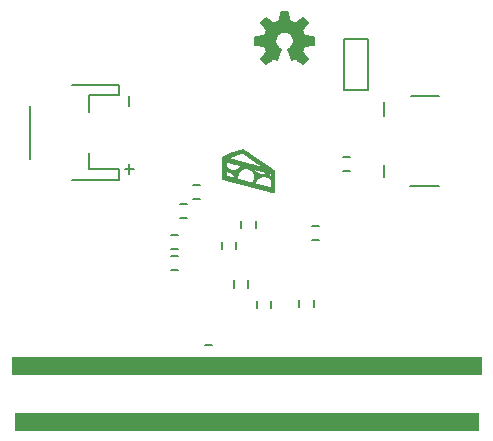
<source format=gbo>
G75*
%MOIN*%
%OFA0B0*%
%FSLAX25Y25*%
%IPPOS*%
%LPD*%
%AMOC8*
5,1,8,0,0,1.08239X$1,22.5*
%
%ADD10R,1.56693X0.05906*%
%ADD11R,1.55118X0.05906*%
%ADD12C,0.00600*%
%ADD13C,0.00500*%
%ADD14C,0.00700*%
%ADD15R,0.00080X0.00080*%
%ADD16R,0.00080X0.00080*%
%ADD17R,0.00080X0.00080*%
%ADD18R,0.00080X0.00080*%
%ADD19C,0.00591*%
D10*
X0080643Y0036094D03*
D11*
X0080643Y0017394D03*
D12*
X0068989Y0038220D02*
X0066627Y0038220D01*
X0066627Y0042945D02*
X0068989Y0042945D01*
X0084068Y0055346D02*
X0084068Y0057709D01*
X0088792Y0057709D02*
X0088792Y0055346D01*
X0098202Y0055465D02*
X0098202Y0057827D01*
X0102926Y0057827D02*
X0102926Y0055465D01*
X0080957Y0062079D02*
X0080957Y0064441D01*
X0076233Y0064441D02*
X0076233Y0062079D01*
X0077020Y0074835D02*
X0077020Y0077197D01*
X0078831Y0081961D02*
X0078831Y0084323D01*
X0083556Y0084323D02*
X0083556Y0081961D01*
X0072296Y0077197D02*
X0072296Y0074835D01*
X0060839Y0085150D02*
X0058477Y0085150D01*
X0058477Y0089874D02*
X0060839Y0089874D01*
X0062611Y0091488D02*
X0064973Y0091488D01*
X0064973Y0096213D02*
X0062611Y0096213D01*
X0057769Y0079598D02*
X0055406Y0079598D01*
X0055406Y0074874D02*
X0057769Y0074874D01*
X0057729Y0072591D02*
X0055367Y0072591D01*
X0055367Y0067866D02*
X0057729Y0067866D01*
X0102414Y0077866D02*
X0104776Y0077866D01*
X0104776Y0082591D02*
X0102414Y0082591D01*
X0112611Y0100858D02*
X0114973Y0100858D01*
X0114973Y0105583D02*
X0112611Y0105583D01*
D13*
X0126469Y0102827D02*
X0126469Y0098890D01*
X0135032Y0096094D02*
X0144875Y0096094D01*
X0126469Y0119362D02*
X0126469Y0124087D01*
X0121099Y0128028D02*
X0121099Y0145028D01*
X0113099Y0145028D01*
X0113099Y0128028D01*
X0121099Y0128028D01*
X0135426Y0126094D02*
X0144875Y0126094D01*
X0038044Y0126252D02*
X0038044Y0129598D01*
X0022296Y0129598D01*
X0028202Y0126252D02*
X0038044Y0126252D01*
X0028202Y0126252D02*
X0028202Y0120740D01*
X0028202Y0106961D02*
X0028202Y0101449D01*
X0038044Y0101449D01*
X0038044Y0098102D01*
X0022296Y0098102D01*
X0008517Y0104992D02*
X0008517Y0122709D01*
D14*
X0039895Y0101679D02*
X0043164Y0101679D01*
X0041530Y0103313D02*
X0041530Y0100044D01*
X0041530Y0122544D02*
X0041530Y0125813D01*
D15*
X0072740Y0105177D03*
X0072820Y0105177D03*
X0072820Y0105257D03*
X0072980Y0105257D03*
X0072980Y0105177D03*
X0073140Y0105177D03*
X0073220Y0105177D03*
X0073220Y0105257D03*
X0073140Y0105257D03*
X0073140Y0105417D03*
X0073220Y0105417D03*
X0073380Y0105417D03*
X0073540Y0105417D03*
X0073620Y0105417D03*
X0073780Y0105417D03*
X0073940Y0105417D03*
X0074020Y0105417D03*
X0074180Y0105417D03*
X0074340Y0105417D03*
X0074420Y0105417D03*
X0074580Y0105417D03*
X0074740Y0105417D03*
X0074820Y0105417D03*
X0074980Y0105417D03*
X0075140Y0105417D03*
X0075220Y0105417D03*
X0075380Y0105417D03*
X0075540Y0105417D03*
X0075620Y0105417D03*
X0075780Y0105417D03*
X0075780Y0105577D03*
X0075780Y0105657D03*
X0075940Y0105657D03*
X0076020Y0105657D03*
X0076020Y0105577D03*
X0075940Y0105577D03*
X0076180Y0105577D03*
X0076180Y0105657D03*
X0076340Y0105657D03*
X0076340Y0105817D03*
X0076420Y0105817D03*
X0076580Y0105817D03*
X0076740Y0105817D03*
X0076740Y0105977D03*
X0076820Y0105977D03*
X0076820Y0106057D03*
X0076740Y0106057D03*
X0076740Y0106217D03*
X0076820Y0106217D03*
X0076980Y0106217D03*
X0077140Y0106217D03*
X0077220Y0106217D03*
X0077380Y0106217D03*
X0077540Y0106217D03*
X0077620Y0106217D03*
X0077780Y0106217D03*
X0077780Y0106377D03*
X0077780Y0106457D03*
X0077940Y0106457D03*
X0078020Y0106457D03*
X0078020Y0106377D03*
X0077940Y0106377D03*
X0078180Y0106377D03*
X0078180Y0106457D03*
X0078340Y0106457D03*
X0078420Y0106457D03*
X0078420Y0106377D03*
X0078340Y0106377D03*
X0078340Y0106617D03*
X0078420Y0106617D03*
X0078580Y0106617D03*
X0078740Y0106617D03*
X0078820Y0106617D03*
X0078980Y0106617D03*
X0079140Y0106617D03*
X0079220Y0106617D03*
X0079220Y0106777D03*
X0079220Y0106857D03*
X0079140Y0106857D03*
X0079140Y0106777D03*
X0078980Y0106777D03*
X0078980Y0106857D03*
X0078980Y0107017D03*
X0079140Y0107017D03*
X0079220Y0107017D03*
X0079380Y0107017D03*
X0079540Y0107017D03*
X0079620Y0107017D03*
X0079780Y0107017D03*
X0079940Y0107017D03*
X0080020Y0107017D03*
X0080180Y0107017D03*
X0080340Y0107017D03*
X0080420Y0107017D03*
X0080580Y0107017D03*
X0080740Y0107017D03*
X0080820Y0107017D03*
X0080820Y0106857D03*
X0080820Y0106777D03*
X0080740Y0106777D03*
X0080740Y0106857D03*
X0080580Y0106857D03*
X0080580Y0106777D03*
X0080580Y0106617D03*
X0080740Y0106617D03*
X0080820Y0106617D03*
X0080980Y0106617D03*
X0081140Y0106617D03*
X0081220Y0106617D03*
X0081380Y0106617D03*
X0081540Y0106617D03*
X0081540Y0106457D03*
X0081620Y0106457D03*
X0081620Y0106377D03*
X0081540Y0106377D03*
X0081540Y0106217D03*
X0081620Y0106217D03*
X0081780Y0106217D03*
X0081940Y0106217D03*
X0082020Y0106217D03*
X0082020Y0106057D03*
X0082020Y0105977D03*
X0081940Y0105977D03*
X0081940Y0106057D03*
X0081780Y0106057D03*
X0081780Y0105977D03*
X0081780Y0105817D03*
X0081940Y0105817D03*
X0082020Y0105817D03*
X0082180Y0105817D03*
X0082340Y0105817D03*
X0082420Y0105817D03*
X0082580Y0105817D03*
X0082580Y0105657D03*
X0082580Y0105577D03*
X0082740Y0105577D03*
X0082820Y0105577D03*
X0082820Y0105657D03*
X0082740Y0105657D03*
X0082740Y0105417D03*
X0082820Y0105417D03*
X0082980Y0105417D03*
X0083140Y0105417D03*
X0083220Y0105417D03*
X0083220Y0105257D03*
X0083220Y0105177D03*
X0083140Y0105177D03*
X0083140Y0105257D03*
X0082980Y0105257D03*
X0082980Y0105177D03*
X0082980Y0105017D03*
X0083140Y0105017D03*
X0083220Y0105017D03*
X0083380Y0105017D03*
X0083540Y0105017D03*
X0083620Y0105017D03*
X0083780Y0105017D03*
X0083780Y0104857D03*
X0083780Y0104777D03*
X0083940Y0104777D03*
X0084020Y0104777D03*
X0084020Y0104857D03*
X0083940Y0104857D03*
X0083940Y0104617D03*
X0084020Y0104617D03*
X0084180Y0104617D03*
X0084340Y0104617D03*
X0084420Y0104617D03*
X0084420Y0104457D03*
X0084420Y0104377D03*
X0084340Y0104377D03*
X0084340Y0104457D03*
X0084180Y0104457D03*
X0084180Y0104377D03*
X0084180Y0104217D03*
X0084340Y0104217D03*
X0084420Y0104217D03*
X0084580Y0104217D03*
X0084740Y0104217D03*
X0084820Y0104217D03*
X0084980Y0104217D03*
X0084980Y0104057D03*
X0084980Y0103977D03*
X0085140Y0103977D03*
X0085220Y0103977D03*
X0085220Y0104057D03*
X0085140Y0104057D03*
X0085140Y0103817D03*
X0085220Y0103817D03*
X0085380Y0103817D03*
X0085540Y0103817D03*
X0085620Y0103817D03*
X0085620Y0103657D03*
X0085620Y0103577D03*
X0085540Y0103577D03*
X0085540Y0103657D03*
X0085380Y0103657D03*
X0085380Y0103577D03*
X0085380Y0103417D03*
X0085540Y0103417D03*
X0085620Y0103417D03*
X0085780Y0103417D03*
X0085940Y0103417D03*
X0086020Y0103417D03*
X0086180Y0103417D03*
X0086180Y0103257D03*
X0086180Y0103177D03*
X0086340Y0103177D03*
X0086420Y0103177D03*
X0086420Y0103257D03*
X0086340Y0103257D03*
X0086340Y0103017D03*
X0086420Y0103017D03*
X0086580Y0103017D03*
X0086740Y0103017D03*
X0086820Y0103017D03*
X0086820Y0102857D03*
X0086820Y0102777D03*
X0086740Y0102777D03*
X0086740Y0102857D03*
X0086580Y0102857D03*
X0086580Y0102777D03*
X0086580Y0102617D03*
X0086740Y0102617D03*
X0086820Y0102617D03*
X0086980Y0102617D03*
X0087140Y0102617D03*
X0087220Y0102617D03*
X0087380Y0102617D03*
X0087380Y0102457D03*
X0087380Y0102377D03*
X0087540Y0102377D03*
X0087620Y0102377D03*
X0087620Y0102457D03*
X0087540Y0102457D03*
X0087540Y0102217D03*
X0087620Y0102217D03*
X0087780Y0102217D03*
X0087940Y0102217D03*
X0088020Y0102217D03*
X0088020Y0102057D03*
X0088020Y0101977D03*
X0087940Y0101977D03*
X0087940Y0102057D03*
X0087780Y0102057D03*
X0087780Y0101977D03*
X0087780Y0101817D03*
X0087940Y0101817D03*
X0088020Y0101817D03*
X0088180Y0101817D03*
X0088340Y0101817D03*
X0088420Y0101817D03*
X0088580Y0101817D03*
X0088580Y0101657D03*
X0088580Y0101577D03*
X0088740Y0101577D03*
X0088820Y0101577D03*
X0088820Y0101657D03*
X0088740Y0101657D03*
X0088740Y0101417D03*
X0088820Y0101417D03*
X0088980Y0101417D03*
X0089140Y0101417D03*
X0089140Y0101257D03*
X0089220Y0101257D03*
X0089220Y0101177D03*
X0089140Y0101177D03*
X0089140Y0101017D03*
X0089220Y0101017D03*
X0089380Y0101017D03*
X0089540Y0101017D03*
X0089620Y0101017D03*
X0089780Y0101017D03*
X0089780Y0100857D03*
X0089780Y0100777D03*
X0089940Y0100777D03*
X0090020Y0100777D03*
X0090020Y0100857D03*
X0089940Y0100857D03*
X0089940Y0100617D03*
X0090020Y0100617D03*
X0090020Y0100457D03*
X0090020Y0100377D03*
X0089940Y0100377D03*
X0089940Y0100457D03*
X0089780Y0100457D03*
X0089780Y0100377D03*
X0089780Y0100217D03*
X0089940Y0100217D03*
X0090020Y0100217D03*
X0090020Y0100057D03*
X0090020Y0099977D03*
X0089940Y0099977D03*
X0089940Y0100057D03*
X0089780Y0100057D03*
X0089780Y0099977D03*
X0089780Y0099817D03*
X0089940Y0099817D03*
X0090020Y0099817D03*
X0090020Y0099657D03*
X0090020Y0099577D03*
X0089940Y0099577D03*
X0089940Y0099657D03*
X0089780Y0099657D03*
X0089780Y0099577D03*
X0089780Y0099417D03*
X0089940Y0099417D03*
X0090020Y0099417D03*
X0090020Y0099257D03*
X0090020Y0099177D03*
X0089940Y0099177D03*
X0089940Y0099257D03*
X0089780Y0099257D03*
X0089780Y0099177D03*
X0089780Y0099017D03*
X0089940Y0099017D03*
X0090020Y0099017D03*
X0090020Y0098857D03*
X0090020Y0098777D03*
X0089940Y0098777D03*
X0089940Y0098857D03*
X0089780Y0098857D03*
X0089780Y0098777D03*
X0089780Y0098617D03*
X0089940Y0098617D03*
X0090020Y0098617D03*
X0090020Y0098457D03*
X0090020Y0098377D03*
X0089940Y0098377D03*
X0089940Y0098457D03*
X0089780Y0098457D03*
X0089780Y0098377D03*
X0089780Y0098217D03*
X0089940Y0098217D03*
X0090020Y0098217D03*
X0090020Y0098057D03*
X0090020Y0097977D03*
X0089940Y0097977D03*
X0089940Y0098057D03*
X0089780Y0098057D03*
X0089780Y0097977D03*
X0089780Y0097817D03*
X0089940Y0097817D03*
X0090020Y0097817D03*
X0090020Y0097657D03*
X0090020Y0097577D03*
X0089940Y0097577D03*
X0089940Y0097657D03*
X0089780Y0097657D03*
X0089780Y0097577D03*
X0089780Y0097417D03*
X0089940Y0097417D03*
X0090020Y0097417D03*
X0090020Y0097257D03*
X0090020Y0097177D03*
X0089940Y0097177D03*
X0089940Y0097257D03*
X0089780Y0097257D03*
X0089780Y0097177D03*
X0089780Y0097017D03*
X0089940Y0097017D03*
X0090020Y0097017D03*
X0090020Y0096857D03*
X0090020Y0096777D03*
X0089940Y0096777D03*
X0089940Y0096857D03*
X0089780Y0096857D03*
X0089780Y0096777D03*
X0089780Y0096617D03*
X0089940Y0096617D03*
X0090020Y0096617D03*
X0090020Y0096457D03*
X0090020Y0096377D03*
X0089940Y0096377D03*
X0089940Y0096457D03*
X0089780Y0096457D03*
X0089780Y0096377D03*
X0089780Y0096217D03*
X0089940Y0096217D03*
X0090020Y0096217D03*
X0090020Y0096057D03*
X0090020Y0095977D03*
X0089940Y0095977D03*
X0089940Y0096057D03*
X0089780Y0096057D03*
X0089780Y0095977D03*
X0089780Y0095817D03*
X0089940Y0095817D03*
X0090020Y0095817D03*
X0090020Y0095657D03*
X0090020Y0095577D03*
X0089940Y0095577D03*
X0089940Y0095657D03*
X0089780Y0095657D03*
X0089780Y0095577D03*
X0089780Y0095417D03*
X0089940Y0095417D03*
X0090020Y0095417D03*
X0090020Y0095257D03*
X0090020Y0095177D03*
X0089940Y0095177D03*
X0089940Y0095257D03*
X0089780Y0095257D03*
X0089780Y0095177D03*
X0089780Y0095017D03*
X0089940Y0095017D03*
X0090020Y0095017D03*
X0090020Y0094857D03*
X0090020Y0094777D03*
X0089940Y0094777D03*
X0089940Y0094857D03*
X0089780Y0094857D03*
X0089780Y0094777D03*
X0089780Y0094617D03*
X0089940Y0094617D03*
X0090020Y0094617D03*
X0090020Y0094457D03*
X0090020Y0094377D03*
X0089940Y0094377D03*
X0089940Y0094457D03*
X0089780Y0094457D03*
X0089780Y0094377D03*
X0089780Y0094217D03*
X0089940Y0094217D03*
X0090020Y0094217D03*
X0090020Y0094057D03*
X0090020Y0093977D03*
X0089940Y0093977D03*
X0089940Y0094057D03*
X0089780Y0094057D03*
X0089780Y0093977D03*
X0089780Y0093817D03*
X0089940Y0093817D03*
X0090020Y0093817D03*
X0090020Y0093657D03*
X0089940Y0093657D03*
X0089940Y0093577D03*
X0089780Y0093577D03*
X0089780Y0093657D03*
X0089620Y0093657D03*
X0089620Y0093577D03*
X0089540Y0093577D03*
X0089540Y0093657D03*
X0089540Y0093817D03*
X0089620Y0093817D03*
X0089620Y0093977D03*
X0089620Y0094057D03*
X0089540Y0094057D03*
X0089540Y0093977D03*
X0089380Y0093977D03*
X0089380Y0094057D03*
X0089380Y0094217D03*
X0089540Y0094217D03*
X0089620Y0094217D03*
X0089620Y0094377D03*
X0089620Y0094457D03*
X0089540Y0094457D03*
X0089540Y0094377D03*
X0089380Y0094377D03*
X0089380Y0094457D03*
X0089380Y0094617D03*
X0089540Y0094617D03*
X0089620Y0094617D03*
X0089620Y0094777D03*
X0089620Y0094857D03*
X0089540Y0094857D03*
X0089540Y0094777D03*
X0089380Y0094777D03*
X0089380Y0094857D03*
X0089380Y0095017D03*
X0089540Y0095017D03*
X0089620Y0095017D03*
X0089620Y0095177D03*
X0089620Y0095257D03*
X0089540Y0095257D03*
X0089540Y0095177D03*
X0089380Y0095177D03*
X0089380Y0095257D03*
X0089380Y0095417D03*
X0089540Y0095417D03*
X0089620Y0095417D03*
X0089620Y0095577D03*
X0089620Y0095657D03*
X0089540Y0095657D03*
X0089540Y0095577D03*
X0089380Y0095577D03*
X0089380Y0095657D03*
X0089380Y0095817D03*
X0089540Y0095817D03*
X0089620Y0095817D03*
X0089620Y0095977D03*
X0089620Y0096057D03*
X0089540Y0096057D03*
X0089540Y0095977D03*
X0089380Y0095977D03*
X0089380Y0096057D03*
X0089380Y0096217D03*
X0089540Y0096217D03*
X0089620Y0096217D03*
X0089620Y0096377D03*
X0089620Y0096457D03*
X0089540Y0096457D03*
X0089540Y0096377D03*
X0089380Y0096377D03*
X0089380Y0096457D03*
X0089380Y0096617D03*
X0089540Y0096617D03*
X0089620Y0096617D03*
X0089620Y0096777D03*
X0089620Y0096857D03*
X0089540Y0096857D03*
X0089540Y0096777D03*
X0089380Y0096777D03*
X0089380Y0096857D03*
X0089380Y0097017D03*
X0089540Y0097017D03*
X0089620Y0097017D03*
X0089620Y0097177D03*
X0089620Y0097257D03*
X0089540Y0097257D03*
X0089540Y0097177D03*
X0089380Y0097177D03*
X0089380Y0097257D03*
X0089380Y0097417D03*
X0089540Y0097417D03*
X0089620Y0097417D03*
X0089620Y0097577D03*
X0089620Y0097657D03*
X0089540Y0097657D03*
X0089540Y0097577D03*
X0089380Y0097577D03*
X0089380Y0097657D03*
X0089380Y0097817D03*
X0089540Y0097817D03*
X0089620Y0097817D03*
X0089620Y0097977D03*
X0089620Y0098057D03*
X0089540Y0098057D03*
X0089540Y0097977D03*
X0089380Y0097977D03*
X0089380Y0098057D03*
X0089380Y0098217D03*
X0089540Y0098217D03*
X0089620Y0098217D03*
X0089620Y0098377D03*
X0089620Y0098457D03*
X0089540Y0098457D03*
X0089540Y0098377D03*
X0089380Y0098377D03*
X0089380Y0098457D03*
X0089380Y0098617D03*
X0089540Y0098617D03*
X0089620Y0098617D03*
X0089620Y0098777D03*
X0089620Y0098857D03*
X0089540Y0098857D03*
X0089540Y0098777D03*
X0089380Y0098777D03*
X0089380Y0098857D03*
X0089380Y0099017D03*
X0089540Y0099017D03*
X0089620Y0099017D03*
X0089620Y0099177D03*
X0089620Y0099257D03*
X0089540Y0099257D03*
X0089540Y0099177D03*
X0089380Y0099177D03*
X0089380Y0099257D03*
X0089380Y0099417D03*
X0089540Y0099417D03*
X0089620Y0099417D03*
X0089620Y0099577D03*
X0089620Y0099657D03*
X0089540Y0099657D03*
X0089540Y0099577D03*
X0089380Y0099577D03*
X0089380Y0099657D03*
X0089380Y0099817D03*
X0089540Y0099817D03*
X0089620Y0099817D03*
X0089620Y0099977D03*
X0089620Y0100057D03*
X0089540Y0100057D03*
X0089540Y0099977D03*
X0089380Y0099977D03*
X0089380Y0100057D03*
X0089380Y0100217D03*
X0089540Y0100217D03*
X0089620Y0100217D03*
X0089620Y0100377D03*
X0089620Y0100457D03*
X0089540Y0100457D03*
X0089540Y0100377D03*
X0089380Y0100377D03*
X0089380Y0100457D03*
X0089380Y0100617D03*
X0089540Y0100617D03*
X0089620Y0100617D03*
X0089780Y0100617D03*
X0089620Y0100777D03*
X0089620Y0100857D03*
X0089540Y0100857D03*
X0089540Y0100777D03*
X0089380Y0100777D03*
X0089380Y0100857D03*
X0089220Y0100857D03*
X0089220Y0100777D03*
X0089140Y0100777D03*
X0089140Y0100857D03*
X0088980Y0100857D03*
X0088980Y0100777D03*
X0088980Y0100617D03*
X0089140Y0100617D03*
X0089220Y0100617D03*
X0089220Y0100457D03*
X0089220Y0100377D03*
X0089140Y0100377D03*
X0089140Y0100457D03*
X0088980Y0100457D03*
X0088980Y0100377D03*
X0088980Y0100217D03*
X0089140Y0100217D03*
X0089220Y0100217D03*
X0089220Y0100057D03*
X0089220Y0099977D03*
X0089140Y0099977D03*
X0089140Y0100057D03*
X0088980Y0100057D03*
X0088980Y0099977D03*
X0088980Y0099817D03*
X0089140Y0099817D03*
X0089220Y0099817D03*
X0089220Y0099657D03*
X0089220Y0099577D03*
X0089140Y0099577D03*
X0089140Y0099657D03*
X0089140Y0099417D03*
X0089220Y0099417D03*
X0089220Y0099257D03*
X0089220Y0099177D03*
X0089140Y0099177D03*
X0089140Y0099257D03*
X0089140Y0099017D03*
X0089220Y0099017D03*
X0089220Y0098857D03*
X0089220Y0098777D03*
X0089140Y0098777D03*
X0089140Y0098857D03*
X0088980Y0098777D03*
X0088980Y0098617D03*
X0089140Y0098617D03*
X0089220Y0098617D03*
X0089220Y0098457D03*
X0089220Y0098377D03*
X0089140Y0098377D03*
X0089140Y0098457D03*
X0088980Y0098457D03*
X0088980Y0098377D03*
X0088980Y0098217D03*
X0089140Y0098217D03*
X0089220Y0098217D03*
X0089220Y0098057D03*
X0089220Y0097977D03*
X0089140Y0097977D03*
X0089140Y0098057D03*
X0088980Y0098057D03*
X0088980Y0097977D03*
X0088980Y0097817D03*
X0089140Y0097817D03*
X0089220Y0097817D03*
X0089220Y0097657D03*
X0089220Y0097577D03*
X0089140Y0097577D03*
X0089140Y0097657D03*
X0089140Y0097417D03*
X0089220Y0097417D03*
X0089220Y0097257D03*
X0089220Y0097177D03*
X0089140Y0097177D03*
X0089140Y0097257D03*
X0089140Y0097017D03*
X0089220Y0097017D03*
X0089220Y0096857D03*
X0089220Y0096777D03*
X0089140Y0096777D03*
X0089140Y0096857D03*
X0089140Y0096617D03*
X0089220Y0096617D03*
X0089220Y0096457D03*
X0089220Y0096377D03*
X0089140Y0096377D03*
X0089140Y0096457D03*
X0089140Y0096217D03*
X0089220Y0096217D03*
X0089220Y0096057D03*
X0089220Y0095977D03*
X0089140Y0095977D03*
X0089140Y0096057D03*
X0089140Y0095817D03*
X0089220Y0095817D03*
X0089220Y0095657D03*
X0089220Y0095577D03*
X0089140Y0095577D03*
X0089140Y0095657D03*
X0089140Y0095417D03*
X0089220Y0095417D03*
X0089220Y0095257D03*
X0089220Y0095177D03*
X0089140Y0095177D03*
X0089140Y0095257D03*
X0089140Y0095017D03*
X0089220Y0095017D03*
X0089220Y0094857D03*
X0089220Y0094777D03*
X0089140Y0094777D03*
X0089140Y0094857D03*
X0088980Y0094857D03*
X0088980Y0094777D03*
X0088980Y0094617D03*
X0089140Y0094617D03*
X0089220Y0094617D03*
X0089220Y0094457D03*
X0089220Y0094377D03*
X0089140Y0094377D03*
X0089140Y0094457D03*
X0088980Y0094457D03*
X0088980Y0094377D03*
X0088980Y0094217D03*
X0089140Y0094217D03*
X0089220Y0094217D03*
X0089220Y0094057D03*
X0089220Y0093977D03*
X0089140Y0093977D03*
X0089140Y0094057D03*
X0088980Y0094057D03*
X0088980Y0093977D03*
X0088980Y0093817D03*
X0089140Y0093817D03*
X0089220Y0093817D03*
X0089380Y0093817D03*
X0089380Y0093657D03*
X0089380Y0093577D03*
X0089220Y0093657D03*
X0089140Y0093657D03*
X0088820Y0093817D03*
X0088740Y0093817D03*
X0088740Y0093977D03*
X0088820Y0093977D03*
X0088820Y0094057D03*
X0088740Y0094057D03*
X0088740Y0094217D03*
X0088820Y0094217D03*
X0088820Y0094377D03*
X0088820Y0094457D03*
X0088740Y0094457D03*
X0088740Y0094377D03*
X0088580Y0094377D03*
X0088580Y0094457D03*
X0088580Y0094617D03*
X0088740Y0094617D03*
X0088820Y0094617D03*
X0088820Y0094777D03*
X0088820Y0094857D03*
X0088740Y0094857D03*
X0088740Y0094777D03*
X0088580Y0094777D03*
X0088580Y0094857D03*
X0088580Y0095017D03*
X0088740Y0095017D03*
X0088820Y0095017D03*
X0088980Y0095017D03*
X0088820Y0095177D03*
X0088740Y0095177D03*
X0088580Y0095177D03*
X0088420Y0095177D03*
X0088420Y0095257D03*
X0088340Y0095257D03*
X0088340Y0095177D03*
X0088340Y0095017D03*
X0088420Y0095017D03*
X0088420Y0094857D03*
X0088420Y0094777D03*
X0088340Y0094777D03*
X0088340Y0094857D03*
X0088180Y0094857D03*
X0088180Y0094777D03*
X0088180Y0094617D03*
X0088340Y0094617D03*
X0088420Y0094617D03*
X0088420Y0094457D03*
X0088420Y0094377D03*
X0088340Y0094377D03*
X0088340Y0094457D03*
X0088180Y0094457D03*
X0088180Y0094377D03*
X0088180Y0094217D03*
X0088340Y0094217D03*
X0088420Y0094217D03*
X0088580Y0094217D03*
X0088580Y0094057D03*
X0088580Y0093977D03*
X0088580Y0093817D03*
X0088420Y0093977D03*
X0088420Y0094057D03*
X0088340Y0094057D03*
X0088340Y0093977D03*
X0088180Y0093977D03*
X0088180Y0094057D03*
X0088020Y0094057D03*
X0088020Y0093977D03*
X0087940Y0093977D03*
X0087940Y0094057D03*
X0087940Y0094217D03*
X0088020Y0094217D03*
X0088020Y0094377D03*
X0088020Y0094457D03*
X0087940Y0094457D03*
X0087940Y0094377D03*
X0087780Y0094377D03*
X0087780Y0094457D03*
X0087780Y0094617D03*
X0087940Y0094617D03*
X0088020Y0094617D03*
X0088020Y0094777D03*
X0088020Y0094857D03*
X0087940Y0094857D03*
X0087940Y0094777D03*
X0087780Y0094777D03*
X0087780Y0094857D03*
X0087780Y0095017D03*
X0087940Y0095017D03*
X0088020Y0095017D03*
X0088180Y0095017D03*
X0088180Y0095177D03*
X0088180Y0095257D03*
X0088020Y0095257D03*
X0088020Y0095177D03*
X0087940Y0095177D03*
X0087940Y0095257D03*
X0087940Y0095417D03*
X0087780Y0095417D03*
X0087780Y0095257D03*
X0087780Y0095177D03*
X0087620Y0095177D03*
X0087620Y0095257D03*
X0087540Y0095257D03*
X0087540Y0095177D03*
X0087540Y0095017D03*
X0087620Y0095017D03*
X0087620Y0094857D03*
X0087620Y0094777D03*
X0087540Y0094777D03*
X0087540Y0094857D03*
X0087380Y0094857D03*
X0087380Y0094777D03*
X0087380Y0094617D03*
X0087540Y0094617D03*
X0087620Y0094617D03*
X0087620Y0094457D03*
X0087620Y0094377D03*
X0087540Y0094377D03*
X0087540Y0094457D03*
X0087380Y0094457D03*
X0087380Y0094377D03*
X0087380Y0094217D03*
X0087540Y0094217D03*
X0087620Y0094217D03*
X0087780Y0094217D03*
X0087780Y0094057D03*
X0087620Y0094057D03*
X0087220Y0094217D03*
X0087140Y0094217D03*
X0087140Y0094377D03*
X0087220Y0094377D03*
X0087220Y0094457D03*
X0087140Y0094457D03*
X0087140Y0094617D03*
X0087220Y0094617D03*
X0087220Y0094777D03*
X0087220Y0094857D03*
X0087140Y0094857D03*
X0087140Y0094777D03*
X0086980Y0094777D03*
X0086980Y0094857D03*
X0086980Y0095017D03*
X0087140Y0095017D03*
X0087220Y0095017D03*
X0087380Y0095017D03*
X0087380Y0095177D03*
X0087380Y0095257D03*
X0087380Y0095417D03*
X0087540Y0095417D03*
X0087620Y0095417D03*
X0087220Y0095417D03*
X0087140Y0095417D03*
X0087140Y0095257D03*
X0087220Y0095257D03*
X0087220Y0095177D03*
X0087140Y0095177D03*
X0086980Y0095177D03*
X0086980Y0095257D03*
X0086980Y0095417D03*
X0086980Y0095577D03*
X0086980Y0095657D03*
X0086820Y0095657D03*
X0086820Y0095577D03*
X0086740Y0095577D03*
X0086740Y0095657D03*
X0086580Y0095657D03*
X0086580Y0095577D03*
X0086580Y0095417D03*
X0086740Y0095417D03*
X0086820Y0095417D03*
X0086820Y0095257D03*
X0086820Y0095177D03*
X0086740Y0095177D03*
X0086740Y0095257D03*
X0086580Y0095257D03*
X0086580Y0095177D03*
X0086580Y0095017D03*
X0086740Y0095017D03*
X0086820Y0095017D03*
X0086820Y0094857D03*
X0086820Y0094777D03*
X0086740Y0094777D03*
X0086740Y0094857D03*
X0086580Y0094857D03*
X0086580Y0094777D03*
X0086580Y0094617D03*
X0086740Y0094617D03*
X0086820Y0094617D03*
X0086980Y0094617D03*
X0086980Y0094457D03*
X0086980Y0094377D03*
X0086980Y0094217D03*
X0086820Y0094377D03*
X0086820Y0094457D03*
X0086740Y0094457D03*
X0086740Y0094377D03*
X0086580Y0094377D03*
X0086580Y0094457D03*
X0086420Y0094457D03*
X0086420Y0094377D03*
X0086340Y0094377D03*
X0086340Y0094457D03*
X0086340Y0094617D03*
X0086420Y0094617D03*
X0086420Y0094777D03*
X0086420Y0094857D03*
X0086340Y0094857D03*
X0086340Y0094777D03*
X0086180Y0094777D03*
X0086180Y0094857D03*
X0086180Y0095017D03*
X0086340Y0095017D03*
X0086420Y0095017D03*
X0086420Y0095177D03*
X0086420Y0095257D03*
X0086340Y0095257D03*
X0086340Y0095177D03*
X0086180Y0095177D03*
X0086180Y0095257D03*
X0086180Y0095417D03*
X0086340Y0095417D03*
X0086420Y0095417D03*
X0086420Y0095577D03*
X0086420Y0095657D03*
X0086340Y0095657D03*
X0086340Y0095577D03*
X0086180Y0095577D03*
X0086180Y0095657D03*
X0086180Y0095817D03*
X0086340Y0095817D03*
X0086420Y0095817D03*
X0086020Y0095817D03*
X0085940Y0095817D03*
X0085940Y0095657D03*
X0086020Y0095657D03*
X0086020Y0095577D03*
X0085940Y0095577D03*
X0085940Y0095417D03*
X0086020Y0095417D03*
X0086020Y0095257D03*
X0086020Y0095177D03*
X0085940Y0095177D03*
X0085940Y0095257D03*
X0085780Y0095257D03*
X0085780Y0095177D03*
X0085780Y0095017D03*
X0085940Y0095017D03*
X0086020Y0095017D03*
X0086020Y0094857D03*
X0086020Y0094777D03*
X0085940Y0094777D03*
X0085940Y0094857D03*
X0085780Y0094857D03*
X0085780Y0094777D03*
X0085780Y0094617D03*
X0085940Y0094617D03*
X0086020Y0094617D03*
X0086180Y0094617D03*
X0086180Y0094457D03*
X0085620Y0094617D03*
X0085540Y0094617D03*
X0085540Y0094777D03*
X0085620Y0094777D03*
X0085620Y0094857D03*
X0085540Y0094857D03*
X0085540Y0095017D03*
X0085620Y0095017D03*
X0085620Y0095177D03*
X0085620Y0095257D03*
X0085540Y0095257D03*
X0085540Y0095177D03*
X0085380Y0095177D03*
X0085380Y0095257D03*
X0085380Y0095417D03*
X0085540Y0095417D03*
X0085620Y0095417D03*
X0085780Y0095417D03*
X0085780Y0095577D03*
X0085780Y0095657D03*
X0085780Y0095817D03*
X0085780Y0095977D03*
X0085620Y0095977D03*
X0085540Y0095977D03*
X0085540Y0095817D03*
X0085620Y0095817D03*
X0085620Y0095657D03*
X0085620Y0095577D03*
X0085540Y0095577D03*
X0085540Y0095657D03*
X0085380Y0095657D03*
X0085380Y0095577D03*
X0085220Y0095577D03*
X0085220Y0095657D03*
X0085140Y0095657D03*
X0085140Y0095577D03*
X0085140Y0095417D03*
X0085220Y0095417D03*
X0085220Y0095257D03*
X0085220Y0095177D03*
X0085140Y0095177D03*
X0085140Y0095257D03*
X0084980Y0095257D03*
X0084980Y0095177D03*
X0084980Y0095017D03*
X0085140Y0095017D03*
X0085220Y0095017D03*
X0085380Y0095017D03*
X0085380Y0094857D03*
X0085380Y0094777D03*
X0085220Y0094777D03*
X0085220Y0094857D03*
X0085140Y0094857D03*
X0085140Y0094777D03*
X0084980Y0094777D03*
X0084980Y0094857D03*
X0084820Y0094857D03*
X0084820Y0094777D03*
X0084740Y0094857D03*
X0084740Y0095017D03*
X0084820Y0095017D03*
X0084820Y0095177D03*
X0084820Y0095257D03*
X0084740Y0095257D03*
X0084740Y0095177D03*
X0084580Y0095177D03*
X0084580Y0095257D03*
X0084580Y0095417D03*
X0084740Y0095417D03*
X0084820Y0095417D03*
X0084980Y0095417D03*
X0084980Y0095577D03*
X0084980Y0095657D03*
X0084980Y0095817D03*
X0085140Y0095817D03*
X0085220Y0095817D03*
X0085380Y0095817D03*
X0085380Y0095977D03*
X0085380Y0096057D03*
X0085220Y0096057D03*
X0085220Y0095977D03*
X0085140Y0095977D03*
X0085140Y0096057D03*
X0084980Y0096057D03*
X0084980Y0095977D03*
X0084820Y0095977D03*
X0084820Y0096057D03*
X0084740Y0096057D03*
X0084740Y0095977D03*
X0084740Y0095817D03*
X0084820Y0095817D03*
X0084820Y0095657D03*
X0084820Y0095577D03*
X0084740Y0095577D03*
X0084740Y0095657D03*
X0084580Y0095657D03*
X0084580Y0095577D03*
X0084420Y0095577D03*
X0084420Y0095657D03*
X0084340Y0095657D03*
X0084340Y0095577D03*
X0084340Y0095417D03*
X0084420Y0095417D03*
X0084420Y0095257D03*
X0084420Y0095177D03*
X0084340Y0095177D03*
X0084340Y0095257D03*
X0084180Y0095257D03*
X0084180Y0095177D03*
X0084180Y0095017D03*
X0084340Y0095017D03*
X0084420Y0095017D03*
X0084580Y0095017D03*
X0084580Y0094857D03*
X0084020Y0095017D03*
X0083940Y0095017D03*
X0083940Y0095177D03*
X0084020Y0095177D03*
X0084020Y0095257D03*
X0083940Y0095257D03*
X0083940Y0095417D03*
X0084020Y0095417D03*
X0084180Y0095417D03*
X0084180Y0095577D03*
X0084180Y0095657D03*
X0084180Y0095817D03*
X0084340Y0095817D03*
X0084420Y0095817D03*
X0084580Y0095817D03*
X0084580Y0095977D03*
X0084580Y0096057D03*
X0084580Y0096217D03*
X0084740Y0096217D03*
X0084820Y0096217D03*
X0084420Y0096217D03*
X0084340Y0096217D03*
X0084340Y0096057D03*
X0084420Y0096057D03*
X0084420Y0095977D03*
X0084340Y0095977D03*
X0084180Y0095977D03*
X0084180Y0096057D03*
X0084180Y0096217D03*
X0084180Y0096377D03*
X0084020Y0096377D03*
X0083940Y0096377D03*
X0083940Y0096217D03*
X0084020Y0096217D03*
X0084020Y0096057D03*
X0084020Y0095977D03*
X0083940Y0095977D03*
X0083940Y0096057D03*
X0083780Y0096057D03*
X0083780Y0095977D03*
X0083780Y0095817D03*
X0083940Y0095817D03*
X0084020Y0095817D03*
X0084020Y0095657D03*
X0084020Y0095577D03*
X0083940Y0095577D03*
X0083940Y0095657D03*
X0083780Y0095657D03*
X0083780Y0095577D03*
X0083780Y0095417D03*
X0083780Y0095257D03*
X0083780Y0095177D03*
X0083620Y0095177D03*
X0083620Y0095257D03*
X0083540Y0095257D03*
X0083540Y0095177D03*
X0083380Y0095177D03*
X0083380Y0095257D03*
X0083380Y0095417D03*
X0083540Y0095417D03*
X0083620Y0095417D03*
X0083620Y0095577D03*
X0083620Y0095657D03*
X0083540Y0095657D03*
X0083540Y0095577D03*
X0083380Y0095577D03*
X0083380Y0095657D03*
X0083380Y0095817D03*
X0083540Y0095817D03*
X0083620Y0095817D03*
X0083620Y0095977D03*
X0083620Y0096057D03*
X0083540Y0096057D03*
X0083540Y0095977D03*
X0083380Y0095977D03*
X0083380Y0096057D03*
X0083380Y0096217D03*
X0083540Y0096217D03*
X0083620Y0096217D03*
X0083780Y0096217D03*
X0083780Y0096377D03*
X0083780Y0096457D03*
X0083620Y0096457D03*
X0083620Y0096377D03*
X0083540Y0096377D03*
X0083540Y0096457D03*
X0083540Y0096617D03*
X0083540Y0096777D03*
X0083620Y0096777D03*
X0083620Y0096857D03*
X0083540Y0096857D03*
X0083540Y0097017D03*
X0083620Y0097017D03*
X0083780Y0097017D03*
X0083780Y0097177D03*
X0083780Y0097257D03*
X0083780Y0097417D03*
X0083940Y0097417D03*
X0083940Y0097577D03*
X0084020Y0097577D03*
X0084020Y0097657D03*
X0083940Y0097657D03*
X0083940Y0097817D03*
X0084020Y0097817D03*
X0084180Y0097817D03*
X0084180Y0097977D03*
X0084180Y0098057D03*
X0084340Y0098057D03*
X0084420Y0098057D03*
X0084340Y0097977D03*
X0084340Y0098217D03*
X0084420Y0098217D03*
X0084580Y0098217D03*
X0084580Y0098377D03*
X0084580Y0098457D03*
X0084740Y0098457D03*
X0084820Y0098457D03*
X0084820Y0098377D03*
X0084740Y0098377D03*
X0084740Y0098617D03*
X0084820Y0098617D03*
X0084980Y0098617D03*
X0085140Y0098617D03*
X0085220Y0098617D03*
X0085380Y0098617D03*
X0085380Y0098777D03*
X0085380Y0098857D03*
X0085540Y0098857D03*
X0085620Y0098857D03*
X0085620Y0098777D03*
X0085540Y0098777D03*
X0085780Y0098777D03*
X0085780Y0098857D03*
X0085940Y0098857D03*
X0086020Y0098857D03*
X0086180Y0098857D03*
X0086340Y0098857D03*
X0086340Y0099017D03*
X0086420Y0099017D03*
X0086580Y0099017D03*
X0086740Y0099017D03*
X0086820Y0099017D03*
X0086980Y0099017D03*
X0087140Y0099017D03*
X0087220Y0099017D03*
X0087380Y0099017D03*
X0087540Y0099017D03*
X0087620Y0099017D03*
X0087780Y0099017D03*
X0087940Y0099017D03*
X0088020Y0099017D03*
X0088180Y0099017D03*
X0088340Y0099017D03*
X0088420Y0099017D03*
X0088580Y0099017D03*
X0088580Y0098857D03*
X0088580Y0098777D03*
X0088740Y0098777D03*
X0088820Y0098777D03*
X0088820Y0098857D03*
X0088740Y0098857D03*
X0088740Y0098617D03*
X0088820Y0098617D03*
X0088820Y0098457D03*
X0088820Y0098377D03*
X0088740Y0098377D03*
X0088740Y0098457D03*
X0088580Y0098457D03*
X0088580Y0098377D03*
X0088580Y0098217D03*
X0088740Y0098217D03*
X0088820Y0098217D03*
X0088820Y0098057D03*
X0088820Y0097977D03*
X0088740Y0098057D03*
X0088420Y0098377D03*
X0088420Y0098457D03*
X0088340Y0098457D03*
X0088340Y0098377D03*
X0088180Y0098457D03*
X0088180Y0098617D03*
X0088340Y0098617D03*
X0088420Y0098617D03*
X0088580Y0098617D03*
X0088420Y0098777D03*
X0088420Y0098857D03*
X0088340Y0098857D03*
X0088340Y0098777D03*
X0088180Y0098777D03*
X0088180Y0098857D03*
X0088020Y0098857D03*
X0088020Y0098777D03*
X0087940Y0098777D03*
X0087940Y0098857D03*
X0087780Y0098857D03*
X0087780Y0098777D03*
X0087780Y0098617D03*
X0087940Y0098617D03*
X0088020Y0098617D03*
X0087620Y0098777D03*
X0087620Y0098857D03*
X0087540Y0098857D03*
X0087540Y0098777D03*
X0087380Y0098777D03*
X0087380Y0098857D03*
X0087220Y0098857D03*
X0087220Y0098777D03*
X0087140Y0098857D03*
X0086980Y0098857D03*
X0086820Y0098857D03*
X0086820Y0099177D03*
X0086820Y0099257D03*
X0086740Y0099257D03*
X0086740Y0099177D03*
X0086580Y0099177D03*
X0086580Y0099257D03*
X0086580Y0099417D03*
X0086740Y0099417D03*
X0086820Y0099417D03*
X0086980Y0099417D03*
X0087140Y0099417D03*
X0087220Y0099417D03*
X0087380Y0099417D03*
X0087540Y0099417D03*
X0087620Y0099417D03*
X0087780Y0099417D03*
X0087940Y0099417D03*
X0087940Y0099257D03*
X0088020Y0099257D03*
X0088020Y0099177D03*
X0087940Y0099177D03*
X0087780Y0099177D03*
X0087780Y0099257D03*
X0087620Y0099257D03*
X0087620Y0099177D03*
X0087540Y0099177D03*
X0087540Y0099257D03*
X0087380Y0099257D03*
X0087380Y0099177D03*
X0087220Y0099177D03*
X0087220Y0099257D03*
X0087140Y0099257D03*
X0087140Y0099177D03*
X0086980Y0099177D03*
X0086980Y0099257D03*
X0086980Y0099577D03*
X0086980Y0099657D03*
X0087140Y0099657D03*
X0087220Y0099657D03*
X0087220Y0099577D03*
X0087140Y0099577D03*
X0087380Y0099577D03*
X0087380Y0099657D03*
X0087540Y0099657D03*
X0087620Y0099657D03*
X0087620Y0099577D03*
X0087540Y0099577D03*
X0087780Y0099577D03*
X0087780Y0099657D03*
X0087940Y0099657D03*
X0088020Y0099657D03*
X0088020Y0099577D03*
X0087940Y0099577D03*
X0088180Y0099577D03*
X0088180Y0099657D03*
X0088340Y0099657D03*
X0088340Y0099817D03*
X0088420Y0099817D03*
X0088420Y0099977D03*
X0088420Y0100057D03*
X0088340Y0100057D03*
X0088340Y0099977D03*
X0088180Y0099977D03*
X0088180Y0100057D03*
X0088180Y0100217D03*
X0088340Y0100217D03*
X0088420Y0100217D03*
X0088580Y0100217D03*
X0088740Y0100217D03*
X0088820Y0100217D03*
X0088820Y0100057D03*
X0088820Y0099977D03*
X0088740Y0099977D03*
X0088740Y0100057D03*
X0088580Y0100057D03*
X0088580Y0099977D03*
X0088820Y0099817D03*
X0088820Y0100377D03*
X0088820Y0100457D03*
X0088740Y0100457D03*
X0088740Y0100377D03*
X0088580Y0100377D03*
X0088580Y0100457D03*
X0088580Y0100617D03*
X0088740Y0100617D03*
X0088820Y0100617D03*
X0088820Y0100777D03*
X0088820Y0100857D03*
X0088740Y0100857D03*
X0088740Y0100777D03*
X0088580Y0100777D03*
X0088580Y0100857D03*
X0088580Y0101017D03*
X0088740Y0101017D03*
X0088820Y0101017D03*
X0088980Y0101017D03*
X0088980Y0101177D03*
X0088980Y0101257D03*
X0088820Y0101257D03*
X0088820Y0101177D03*
X0088740Y0101177D03*
X0088740Y0101257D03*
X0088580Y0101257D03*
X0088580Y0101177D03*
X0088420Y0101177D03*
X0088420Y0101257D03*
X0088340Y0101257D03*
X0088340Y0101177D03*
X0088340Y0101017D03*
X0088420Y0101017D03*
X0088420Y0100857D03*
X0088420Y0100777D03*
X0088340Y0100777D03*
X0088340Y0100857D03*
X0088180Y0100857D03*
X0088180Y0100777D03*
X0088180Y0100617D03*
X0088340Y0100617D03*
X0088420Y0100617D03*
X0088420Y0100457D03*
X0088420Y0100377D03*
X0088340Y0100377D03*
X0088340Y0100457D03*
X0088180Y0100457D03*
X0088180Y0100377D03*
X0088020Y0100377D03*
X0088020Y0100457D03*
X0087940Y0100457D03*
X0087940Y0100377D03*
X0087940Y0100217D03*
X0088020Y0100217D03*
X0088020Y0100057D03*
X0088020Y0099977D03*
X0087940Y0099977D03*
X0087940Y0100057D03*
X0087780Y0100057D03*
X0087780Y0099977D03*
X0087780Y0099817D03*
X0087940Y0099817D03*
X0088020Y0099817D03*
X0088180Y0099817D03*
X0088180Y0099257D03*
X0088180Y0099177D03*
X0088340Y0099177D03*
X0088420Y0099177D03*
X0087620Y0099817D03*
X0087540Y0099817D03*
X0087540Y0099977D03*
X0087620Y0099977D03*
X0087620Y0100057D03*
X0087540Y0100057D03*
X0087540Y0100217D03*
X0087620Y0100217D03*
X0087780Y0100217D03*
X0087780Y0100377D03*
X0087780Y0100457D03*
X0087780Y0100617D03*
X0087940Y0100617D03*
X0088020Y0100617D03*
X0088020Y0100777D03*
X0088020Y0100857D03*
X0087940Y0100857D03*
X0087940Y0100777D03*
X0087780Y0100777D03*
X0087780Y0100857D03*
X0087780Y0101017D03*
X0087940Y0101017D03*
X0088020Y0101017D03*
X0088180Y0101017D03*
X0088180Y0101177D03*
X0088180Y0101257D03*
X0088180Y0101417D03*
X0088340Y0101417D03*
X0088420Y0101417D03*
X0088580Y0101417D03*
X0088420Y0101577D03*
X0088420Y0101657D03*
X0088340Y0101657D03*
X0088340Y0101577D03*
X0088180Y0101577D03*
X0088180Y0101657D03*
X0088020Y0101657D03*
X0088020Y0101577D03*
X0087940Y0101577D03*
X0087940Y0101657D03*
X0087780Y0101657D03*
X0087780Y0101577D03*
X0087780Y0101417D03*
X0087940Y0101417D03*
X0088020Y0101417D03*
X0088020Y0101257D03*
X0088020Y0101177D03*
X0087940Y0101177D03*
X0087940Y0101257D03*
X0087780Y0101257D03*
X0087780Y0101177D03*
X0087620Y0101177D03*
X0087620Y0101257D03*
X0087540Y0101257D03*
X0087540Y0101177D03*
X0087540Y0101017D03*
X0087620Y0101017D03*
X0087620Y0100857D03*
X0087620Y0100777D03*
X0087540Y0100777D03*
X0087540Y0100857D03*
X0087380Y0100857D03*
X0087380Y0100777D03*
X0087380Y0100617D03*
X0087540Y0100617D03*
X0087620Y0100617D03*
X0087620Y0100457D03*
X0087620Y0100377D03*
X0087540Y0100377D03*
X0087540Y0100457D03*
X0087380Y0100457D03*
X0087380Y0100377D03*
X0087380Y0100217D03*
X0087220Y0100377D03*
X0087220Y0100457D03*
X0087140Y0100457D03*
X0087140Y0100377D03*
X0086980Y0100377D03*
X0086980Y0100457D03*
X0086980Y0100617D03*
X0087140Y0100617D03*
X0087220Y0100617D03*
X0087220Y0100777D03*
X0087220Y0100857D03*
X0087140Y0100857D03*
X0087140Y0100777D03*
X0086980Y0100777D03*
X0086980Y0100857D03*
X0086980Y0101017D03*
X0087140Y0101017D03*
X0087220Y0101017D03*
X0087380Y0101017D03*
X0087380Y0101177D03*
X0087380Y0101257D03*
X0087380Y0101417D03*
X0087540Y0101417D03*
X0087620Y0101417D03*
X0087620Y0101577D03*
X0087620Y0101657D03*
X0087540Y0101657D03*
X0087540Y0101577D03*
X0087380Y0101577D03*
X0087380Y0101657D03*
X0087380Y0101817D03*
X0087540Y0101817D03*
X0087620Y0101817D03*
X0087620Y0101977D03*
X0087620Y0102057D03*
X0087540Y0102057D03*
X0087540Y0101977D03*
X0087380Y0101977D03*
X0087380Y0102057D03*
X0087380Y0102217D03*
X0087220Y0102217D03*
X0087140Y0102217D03*
X0087140Y0102057D03*
X0087220Y0102057D03*
X0087220Y0101977D03*
X0087140Y0101977D03*
X0087140Y0101817D03*
X0087220Y0101817D03*
X0087220Y0101657D03*
X0087220Y0101577D03*
X0087140Y0101577D03*
X0087140Y0101657D03*
X0086980Y0101657D03*
X0086980Y0101577D03*
X0086980Y0101417D03*
X0087140Y0101417D03*
X0087220Y0101417D03*
X0087220Y0101257D03*
X0087220Y0101177D03*
X0087140Y0101177D03*
X0087140Y0101257D03*
X0086980Y0101257D03*
X0086980Y0101177D03*
X0086820Y0101177D03*
X0086820Y0101257D03*
X0086740Y0101257D03*
X0086740Y0101177D03*
X0086740Y0101017D03*
X0086820Y0101017D03*
X0086820Y0100857D03*
X0086820Y0100777D03*
X0086740Y0100777D03*
X0086740Y0100857D03*
X0086580Y0100857D03*
X0086580Y0100777D03*
X0086580Y0100617D03*
X0086740Y0100617D03*
X0086820Y0100617D03*
X0086820Y0100457D03*
X0086820Y0100377D03*
X0086740Y0100377D03*
X0086740Y0100457D03*
X0086580Y0100457D03*
X0086420Y0100457D03*
X0086420Y0100617D03*
X0086340Y0100617D03*
X0086340Y0100777D03*
X0086420Y0100777D03*
X0086420Y0100857D03*
X0086340Y0100857D03*
X0086340Y0101017D03*
X0086420Y0101017D03*
X0086580Y0101017D03*
X0086580Y0101177D03*
X0086580Y0101257D03*
X0086580Y0101417D03*
X0086740Y0101417D03*
X0086820Y0101417D03*
X0086820Y0101577D03*
X0086820Y0101657D03*
X0086740Y0101657D03*
X0086740Y0101577D03*
X0086580Y0101577D03*
X0086580Y0101657D03*
X0086580Y0101817D03*
X0086740Y0101817D03*
X0086820Y0101817D03*
X0086980Y0101817D03*
X0086980Y0101977D03*
X0086980Y0102057D03*
X0086980Y0102217D03*
X0086980Y0102377D03*
X0086980Y0102457D03*
X0087140Y0102457D03*
X0087220Y0102457D03*
X0087220Y0102377D03*
X0087140Y0102377D03*
X0086820Y0102377D03*
X0086820Y0102457D03*
X0086740Y0102457D03*
X0086740Y0102377D03*
X0086740Y0102217D03*
X0086820Y0102217D03*
X0086820Y0102057D03*
X0086820Y0101977D03*
X0086740Y0101977D03*
X0086740Y0102057D03*
X0086580Y0102057D03*
X0086580Y0101977D03*
X0086420Y0101977D03*
X0086420Y0102057D03*
X0086340Y0102057D03*
X0086340Y0101977D03*
X0086340Y0101817D03*
X0086420Y0101817D03*
X0086420Y0101657D03*
X0086420Y0101577D03*
X0086340Y0101577D03*
X0086340Y0101657D03*
X0086180Y0101657D03*
X0086180Y0101577D03*
X0086180Y0101417D03*
X0086340Y0101417D03*
X0086420Y0101417D03*
X0086420Y0101257D03*
X0086420Y0101177D03*
X0086340Y0101177D03*
X0086340Y0101257D03*
X0086180Y0101257D03*
X0086180Y0101177D03*
X0086180Y0101017D03*
X0086180Y0100857D03*
X0086180Y0100777D03*
X0086180Y0100617D03*
X0086020Y0100617D03*
X0085940Y0100617D03*
X0085940Y0100777D03*
X0086020Y0100777D03*
X0086020Y0100857D03*
X0085940Y0100857D03*
X0085940Y0101017D03*
X0086020Y0101017D03*
X0086020Y0101177D03*
X0086020Y0101257D03*
X0085940Y0101257D03*
X0085940Y0101177D03*
X0085780Y0101177D03*
X0085780Y0101257D03*
X0085780Y0101417D03*
X0085940Y0101417D03*
X0086020Y0101417D03*
X0086020Y0101577D03*
X0086020Y0101657D03*
X0085940Y0101657D03*
X0085940Y0101577D03*
X0085780Y0101577D03*
X0085780Y0101657D03*
X0085780Y0101817D03*
X0085940Y0101817D03*
X0086020Y0101817D03*
X0086180Y0101817D03*
X0086020Y0101977D03*
X0085940Y0101977D03*
X0085780Y0101977D03*
X0085620Y0101977D03*
X0085620Y0102057D03*
X0085540Y0102057D03*
X0085540Y0101977D03*
X0085540Y0101817D03*
X0085620Y0101817D03*
X0085620Y0101657D03*
X0085620Y0101577D03*
X0085540Y0101577D03*
X0085540Y0101657D03*
X0085380Y0101657D03*
X0085380Y0101577D03*
X0085380Y0101417D03*
X0085540Y0101417D03*
X0085620Y0101417D03*
X0085620Y0101257D03*
X0085620Y0101177D03*
X0085540Y0101177D03*
X0085540Y0101257D03*
X0085380Y0101257D03*
X0085380Y0101177D03*
X0085380Y0101017D03*
X0085540Y0101017D03*
X0085620Y0101017D03*
X0085780Y0101017D03*
X0085780Y0100857D03*
X0085780Y0100777D03*
X0085780Y0100617D03*
X0085620Y0100777D03*
X0085620Y0100857D03*
X0085540Y0100857D03*
X0085540Y0100777D03*
X0085380Y0100777D03*
X0085380Y0100857D03*
X0085220Y0100857D03*
X0085220Y0100777D03*
X0085140Y0100857D03*
X0085140Y0101017D03*
X0085220Y0101017D03*
X0085220Y0101177D03*
X0085220Y0101257D03*
X0085140Y0101257D03*
X0085140Y0101177D03*
X0084980Y0101177D03*
X0084980Y0101257D03*
X0084980Y0101417D03*
X0085140Y0101417D03*
X0085220Y0101417D03*
X0085220Y0101577D03*
X0085220Y0101657D03*
X0085140Y0101657D03*
X0085140Y0101577D03*
X0084980Y0101577D03*
X0084980Y0101657D03*
X0084980Y0101817D03*
X0085140Y0101817D03*
X0085220Y0101817D03*
X0085380Y0101817D03*
X0085380Y0101977D03*
X0085380Y0102057D03*
X0085220Y0102057D03*
X0085220Y0101977D03*
X0085140Y0101977D03*
X0085140Y0102057D03*
X0085140Y0102217D03*
X0084980Y0102217D03*
X0084980Y0102057D03*
X0084980Y0101977D03*
X0084820Y0101977D03*
X0084820Y0102057D03*
X0084740Y0102057D03*
X0084740Y0101977D03*
X0084740Y0101817D03*
X0084820Y0101817D03*
X0084820Y0101657D03*
X0084820Y0101577D03*
X0084740Y0101577D03*
X0084740Y0101657D03*
X0084580Y0101657D03*
X0084580Y0101577D03*
X0084580Y0101417D03*
X0084740Y0101417D03*
X0084820Y0101417D03*
X0084820Y0101257D03*
X0084820Y0101177D03*
X0084740Y0101177D03*
X0084740Y0101257D03*
X0084580Y0101257D03*
X0084580Y0101177D03*
X0084580Y0101017D03*
X0084740Y0101017D03*
X0084820Y0101017D03*
X0084980Y0101017D03*
X0084980Y0100857D03*
X0084420Y0101017D03*
X0084340Y0101017D03*
X0084340Y0101177D03*
X0084420Y0101177D03*
X0084420Y0101257D03*
X0084340Y0101257D03*
X0084340Y0101417D03*
X0084420Y0101417D03*
X0084420Y0101577D03*
X0084420Y0101657D03*
X0084340Y0101657D03*
X0084340Y0101577D03*
X0084180Y0101577D03*
X0084180Y0101657D03*
X0084180Y0101817D03*
X0084340Y0101817D03*
X0084420Y0101817D03*
X0084580Y0101817D03*
X0084580Y0101977D03*
X0084580Y0102057D03*
X0084580Y0102217D03*
X0084740Y0102217D03*
X0084820Y0102217D03*
X0084420Y0102217D03*
X0084340Y0102217D03*
X0084340Y0102057D03*
X0084420Y0102057D03*
X0084420Y0101977D03*
X0084340Y0101977D03*
X0084180Y0101977D03*
X0084180Y0102057D03*
X0084180Y0102217D03*
X0084180Y0102377D03*
X0084180Y0102457D03*
X0084020Y0102457D03*
X0084020Y0102377D03*
X0083940Y0102377D03*
X0083940Y0102457D03*
X0083780Y0102457D03*
X0083780Y0102377D03*
X0083780Y0102217D03*
X0083940Y0102217D03*
X0084020Y0102217D03*
X0084020Y0102057D03*
X0084020Y0101977D03*
X0083940Y0101977D03*
X0083940Y0102057D03*
X0083780Y0102057D03*
X0083780Y0101977D03*
X0083780Y0101817D03*
X0083940Y0101817D03*
X0084020Y0101817D03*
X0084020Y0101657D03*
X0084020Y0101577D03*
X0083940Y0101577D03*
X0083940Y0101657D03*
X0083780Y0101657D03*
X0083780Y0101577D03*
X0083780Y0101417D03*
X0083940Y0101417D03*
X0084020Y0101417D03*
X0084180Y0101417D03*
X0084180Y0101257D03*
X0084180Y0101177D03*
X0084020Y0101177D03*
X0084020Y0101257D03*
X0083940Y0101257D03*
X0083940Y0101177D03*
X0083780Y0101177D03*
X0083780Y0101257D03*
X0083620Y0101257D03*
X0083540Y0101257D03*
X0083540Y0101417D03*
X0083620Y0101417D03*
X0083620Y0101577D03*
X0083620Y0101657D03*
X0083540Y0101657D03*
X0083540Y0101577D03*
X0083380Y0101577D03*
X0083380Y0101657D03*
X0083380Y0101817D03*
X0083540Y0101817D03*
X0083620Y0101817D03*
X0083620Y0101977D03*
X0083620Y0102057D03*
X0083540Y0102057D03*
X0083540Y0101977D03*
X0083380Y0101977D03*
X0083380Y0102057D03*
X0083380Y0102217D03*
X0083540Y0102217D03*
X0083620Y0102217D03*
X0083620Y0102377D03*
X0083620Y0102457D03*
X0083540Y0102457D03*
X0083540Y0102377D03*
X0083380Y0102377D03*
X0083380Y0102457D03*
X0083380Y0102617D03*
X0083540Y0102617D03*
X0083620Y0102617D03*
X0083220Y0102617D03*
X0083140Y0102617D03*
X0083140Y0102457D03*
X0083220Y0102457D03*
X0083220Y0102377D03*
X0083140Y0102377D03*
X0083140Y0102217D03*
X0083220Y0102217D03*
X0083220Y0102057D03*
X0083220Y0101977D03*
X0083140Y0101977D03*
X0083140Y0102057D03*
X0082980Y0102057D03*
X0082980Y0101977D03*
X0082980Y0101817D03*
X0083140Y0101817D03*
X0083220Y0101817D03*
X0083220Y0101657D03*
X0083220Y0101577D03*
X0083140Y0101577D03*
X0083140Y0101657D03*
X0082980Y0101657D03*
X0082980Y0101577D03*
X0082980Y0101417D03*
X0083140Y0101417D03*
X0083220Y0101417D03*
X0083380Y0101417D03*
X0083220Y0101257D03*
X0083220Y0101177D03*
X0083140Y0101177D03*
X0083140Y0101257D03*
X0082980Y0101257D03*
X0082980Y0101177D03*
X0082980Y0101017D03*
X0083140Y0101017D03*
X0083220Y0101017D03*
X0083380Y0101017D03*
X0083380Y0100857D03*
X0083380Y0100777D03*
X0083540Y0100777D03*
X0083540Y0100857D03*
X0083540Y0100617D03*
X0083620Y0100617D03*
X0083620Y0100457D03*
X0083620Y0100377D03*
X0083540Y0100377D03*
X0083540Y0100457D03*
X0083380Y0100457D03*
X0083380Y0100377D03*
X0083380Y0100217D03*
X0083540Y0100217D03*
X0083620Y0100217D03*
X0083780Y0100217D03*
X0083940Y0100217D03*
X0084020Y0100217D03*
X0084180Y0100217D03*
X0084180Y0100057D03*
X0084180Y0099977D03*
X0084340Y0099977D03*
X0084420Y0099977D03*
X0084420Y0100057D03*
X0084340Y0100057D03*
X0084340Y0099817D03*
X0084420Y0099817D03*
X0084580Y0099817D03*
X0084740Y0099817D03*
X0084820Y0099817D03*
X0084980Y0099817D03*
X0084980Y0099657D03*
X0084980Y0099577D03*
X0085140Y0099577D03*
X0085220Y0099577D03*
X0085220Y0099657D03*
X0085140Y0099657D03*
X0085380Y0099657D03*
X0085380Y0099577D03*
X0085540Y0099577D03*
X0085620Y0099577D03*
X0085620Y0099657D03*
X0085540Y0099657D03*
X0085780Y0099657D03*
X0085780Y0099577D03*
X0085940Y0099577D03*
X0086020Y0099577D03*
X0086180Y0099577D03*
X0086340Y0099577D03*
X0086420Y0099577D03*
X0086420Y0099657D03*
X0086340Y0099657D03*
X0086580Y0099657D03*
X0086580Y0099577D03*
X0086740Y0099577D03*
X0086820Y0099577D03*
X0086820Y0099657D03*
X0086740Y0099657D03*
X0086980Y0099817D03*
X0087140Y0099817D03*
X0087220Y0099817D03*
X0087380Y0099817D03*
X0087380Y0099977D03*
X0086420Y0099417D03*
X0086340Y0099417D03*
X0086340Y0099257D03*
X0086420Y0099257D03*
X0086420Y0099177D03*
X0086340Y0099177D03*
X0086180Y0099177D03*
X0086180Y0099257D03*
X0086180Y0099417D03*
X0086020Y0099417D03*
X0085940Y0099417D03*
X0085940Y0099257D03*
X0086020Y0099257D03*
X0086020Y0099177D03*
X0085940Y0099177D03*
X0085940Y0099017D03*
X0086020Y0099017D03*
X0086180Y0099017D03*
X0085780Y0099017D03*
X0085780Y0099177D03*
X0085780Y0099257D03*
X0085780Y0099417D03*
X0085620Y0099417D03*
X0085540Y0099417D03*
X0085540Y0099257D03*
X0085620Y0099257D03*
X0085620Y0099177D03*
X0085540Y0099177D03*
X0085540Y0099017D03*
X0085620Y0099017D03*
X0085380Y0099017D03*
X0085380Y0099177D03*
X0085380Y0099257D03*
X0085380Y0099417D03*
X0085220Y0099417D03*
X0085140Y0099417D03*
X0085140Y0099257D03*
X0085220Y0099257D03*
X0085220Y0099177D03*
X0085140Y0099177D03*
X0085140Y0099017D03*
X0085220Y0099017D03*
X0085220Y0098857D03*
X0085220Y0098777D03*
X0085140Y0098777D03*
X0085140Y0098857D03*
X0084980Y0098857D03*
X0084980Y0098777D03*
X0084820Y0098777D03*
X0084820Y0098857D03*
X0084740Y0098857D03*
X0084740Y0098777D03*
X0084580Y0098777D03*
X0084580Y0098857D03*
X0084580Y0099017D03*
X0084740Y0099017D03*
X0084820Y0099017D03*
X0084980Y0099017D03*
X0084980Y0099257D03*
X0084980Y0099417D03*
X0084820Y0099417D03*
X0084740Y0099417D03*
X0084740Y0099577D03*
X0084820Y0099577D03*
X0084820Y0099657D03*
X0084740Y0099657D03*
X0084580Y0099657D03*
X0084580Y0099577D03*
X0084580Y0099417D03*
X0084420Y0099577D03*
X0084420Y0099657D03*
X0084340Y0099657D03*
X0084340Y0099577D03*
X0084180Y0099657D03*
X0084180Y0099817D03*
X0084020Y0099817D03*
X0083940Y0099817D03*
X0083940Y0099657D03*
X0083940Y0099577D03*
X0083940Y0099417D03*
X0084020Y0099417D03*
X0084020Y0099257D03*
X0084020Y0099177D03*
X0083940Y0099177D03*
X0083940Y0099257D03*
X0083780Y0099257D03*
X0083780Y0099177D03*
X0083780Y0099017D03*
X0083940Y0099017D03*
X0084020Y0099017D03*
X0084020Y0098857D03*
X0084020Y0098777D03*
X0083940Y0098777D03*
X0083940Y0098857D03*
X0083780Y0098857D03*
X0083780Y0098777D03*
X0083780Y0098617D03*
X0083940Y0098617D03*
X0084020Y0098617D03*
X0084180Y0098617D03*
X0084340Y0098617D03*
X0084420Y0098617D03*
X0084580Y0098617D03*
X0084420Y0098457D03*
X0084420Y0098377D03*
X0084340Y0098377D03*
X0084340Y0098457D03*
X0084180Y0098457D03*
X0084180Y0098377D03*
X0084180Y0098217D03*
X0084020Y0098217D03*
X0083940Y0098217D03*
X0083940Y0098057D03*
X0084020Y0098057D03*
X0084020Y0097977D03*
X0083940Y0097977D03*
X0083780Y0097977D03*
X0083780Y0098057D03*
X0083780Y0098217D03*
X0083780Y0098377D03*
X0083780Y0098457D03*
X0083940Y0098457D03*
X0084020Y0098457D03*
X0084020Y0098377D03*
X0083940Y0098377D03*
X0083620Y0098377D03*
X0083620Y0098457D03*
X0083540Y0098457D03*
X0083540Y0098377D03*
X0083540Y0098217D03*
X0083620Y0098217D03*
X0083620Y0098057D03*
X0083620Y0097977D03*
X0083540Y0097977D03*
X0083540Y0098057D03*
X0083380Y0098057D03*
X0083380Y0097977D03*
X0083380Y0097817D03*
X0083540Y0097817D03*
X0083620Y0097817D03*
X0083780Y0097817D03*
X0083780Y0097657D03*
X0083780Y0097577D03*
X0083620Y0097577D03*
X0083620Y0097657D03*
X0083540Y0097657D03*
X0083540Y0097577D03*
X0083540Y0097417D03*
X0083620Y0097417D03*
X0083620Y0097257D03*
X0083620Y0097177D03*
X0083540Y0097177D03*
X0083540Y0097257D03*
X0083380Y0097257D03*
X0083380Y0097177D03*
X0083380Y0097017D03*
X0083380Y0096857D03*
X0083380Y0096777D03*
X0083380Y0096617D03*
X0083380Y0096457D03*
X0083380Y0096377D03*
X0083220Y0096377D03*
X0083220Y0096457D03*
X0083140Y0096457D03*
X0083140Y0096377D03*
X0083140Y0096217D03*
X0083220Y0096217D03*
X0083220Y0096057D03*
X0083220Y0095977D03*
X0083140Y0095977D03*
X0083140Y0096057D03*
X0082980Y0096057D03*
X0082980Y0095977D03*
X0082980Y0095817D03*
X0083140Y0095817D03*
X0083220Y0095817D03*
X0083220Y0095657D03*
X0083220Y0095577D03*
X0083140Y0095577D03*
X0083140Y0095657D03*
X0082980Y0095657D03*
X0082980Y0095577D03*
X0082980Y0095417D03*
X0083140Y0095417D03*
X0083220Y0095417D03*
X0083220Y0095257D03*
X0083140Y0095257D03*
X0082820Y0095417D03*
X0082740Y0095417D03*
X0082740Y0095577D03*
X0082820Y0095577D03*
X0082820Y0095657D03*
X0082740Y0095657D03*
X0082740Y0095817D03*
X0082820Y0095817D03*
X0082820Y0095977D03*
X0082820Y0096057D03*
X0082740Y0096057D03*
X0082740Y0095977D03*
X0082580Y0095977D03*
X0082580Y0096057D03*
X0082580Y0096217D03*
X0082740Y0096217D03*
X0082820Y0096217D03*
X0082980Y0096217D03*
X0082980Y0096377D03*
X0082980Y0096457D03*
X0082980Y0096617D03*
X0083140Y0096617D03*
X0083220Y0096617D03*
X0083220Y0096777D03*
X0083220Y0096857D03*
X0083140Y0096857D03*
X0083140Y0096777D03*
X0082980Y0096777D03*
X0082980Y0096857D03*
X0082980Y0097017D03*
X0083140Y0097017D03*
X0083220Y0097017D03*
X0083220Y0097177D03*
X0083220Y0097257D03*
X0083140Y0097257D03*
X0083140Y0097177D03*
X0082980Y0097177D03*
X0082980Y0097257D03*
X0083140Y0097417D03*
X0083220Y0097417D03*
X0083380Y0097417D03*
X0083380Y0097577D03*
X0083380Y0097657D03*
X0083220Y0097657D03*
X0083220Y0097577D03*
X0083140Y0097577D03*
X0083380Y0098217D03*
X0083540Y0098617D03*
X0083620Y0098617D03*
X0083620Y0098777D03*
X0083620Y0098857D03*
X0083540Y0098857D03*
X0083540Y0098777D03*
X0083540Y0099017D03*
X0083620Y0099017D03*
X0083620Y0099177D03*
X0083620Y0099257D03*
X0083540Y0099257D03*
X0083540Y0099177D03*
X0083540Y0099417D03*
X0083620Y0099417D03*
X0083780Y0099417D03*
X0083780Y0099577D03*
X0083780Y0099657D03*
X0083780Y0099817D03*
X0083780Y0099977D03*
X0083780Y0100057D03*
X0083940Y0100057D03*
X0084020Y0100057D03*
X0084020Y0099977D03*
X0083940Y0099977D03*
X0083620Y0099977D03*
X0083620Y0100057D03*
X0083540Y0100057D03*
X0083540Y0099977D03*
X0083540Y0099817D03*
X0083620Y0099817D03*
X0083620Y0099657D03*
X0083620Y0099577D03*
X0083540Y0099577D03*
X0083540Y0099657D03*
X0083380Y0099657D03*
X0083380Y0099577D03*
X0083380Y0099417D03*
X0083380Y0099817D03*
X0083380Y0099977D03*
X0083380Y0100057D03*
X0083220Y0100057D03*
X0083220Y0099977D03*
X0083140Y0100057D03*
X0083140Y0100217D03*
X0083220Y0100217D03*
X0083220Y0100377D03*
X0083220Y0100457D03*
X0083140Y0100457D03*
X0083140Y0100377D03*
X0082980Y0100377D03*
X0082980Y0100457D03*
X0082980Y0100617D03*
X0083140Y0100617D03*
X0083220Y0100617D03*
X0083380Y0100617D03*
X0083220Y0100777D03*
X0083220Y0100857D03*
X0083140Y0100857D03*
X0083140Y0100777D03*
X0082980Y0100777D03*
X0082980Y0100857D03*
X0082820Y0100857D03*
X0082820Y0100777D03*
X0082740Y0100777D03*
X0082740Y0100857D03*
X0082740Y0101017D03*
X0082820Y0101017D03*
X0082820Y0101177D03*
X0082820Y0101257D03*
X0082740Y0101257D03*
X0082740Y0101177D03*
X0082580Y0101177D03*
X0082580Y0101257D03*
X0082580Y0101417D03*
X0082740Y0101417D03*
X0082820Y0101417D03*
X0082820Y0101577D03*
X0082820Y0101657D03*
X0082740Y0101657D03*
X0082740Y0101577D03*
X0082580Y0101577D03*
X0082580Y0101657D03*
X0082580Y0101817D03*
X0082740Y0101817D03*
X0082820Y0101817D03*
X0082820Y0101977D03*
X0082820Y0102057D03*
X0082740Y0102057D03*
X0082740Y0101977D03*
X0082580Y0101977D03*
X0082580Y0102057D03*
X0082580Y0102217D03*
X0082740Y0102217D03*
X0082820Y0102217D03*
X0082980Y0102217D03*
X0082980Y0102377D03*
X0082980Y0102457D03*
X0082980Y0102617D03*
X0082980Y0102777D03*
X0082820Y0102777D03*
X0082740Y0102777D03*
X0082740Y0102617D03*
X0082820Y0102617D03*
X0082820Y0102457D03*
X0082820Y0102377D03*
X0082740Y0102377D03*
X0082740Y0102457D03*
X0082580Y0102457D03*
X0082580Y0102377D03*
X0082420Y0102377D03*
X0082420Y0102457D03*
X0082340Y0102457D03*
X0082340Y0102377D03*
X0082340Y0102217D03*
X0082420Y0102217D03*
X0082420Y0102057D03*
X0082420Y0101977D03*
X0082340Y0101977D03*
X0082340Y0102057D03*
X0082180Y0102057D03*
X0082180Y0101977D03*
X0082180Y0101817D03*
X0082340Y0101817D03*
X0082420Y0101817D03*
X0082420Y0101657D03*
X0082420Y0101577D03*
X0082340Y0101577D03*
X0082340Y0101657D03*
X0082180Y0101657D03*
X0082180Y0101577D03*
X0082180Y0101417D03*
X0082340Y0101417D03*
X0082420Y0101417D03*
X0082420Y0101257D03*
X0082420Y0101177D03*
X0082340Y0101177D03*
X0082340Y0101257D03*
X0082180Y0101257D03*
X0082180Y0101177D03*
X0082020Y0101177D03*
X0082020Y0101257D03*
X0081940Y0101257D03*
X0081940Y0101417D03*
X0082020Y0101417D03*
X0082020Y0101577D03*
X0082020Y0101657D03*
X0081940Y0101657D03*
X0081940Y0101577D03*
X0081780Y0101577D03*
X0081780Y0101657D03*
X0081780Y0101817D03*
X0081940Y0101817D03*
X0082020Y0101817D03*
X0082020Y0101977D03*
X0082020Y0102057D03*
X0081940Y0102057D03*
X0081940Y0101977D03*
X0081780Y0101977D03*
X0081780Y0102057D03*
X0081780Y0102217D03*
X0081940Y0102217D03*
X0082020Y0102217D03*
X0082180Y0102217D03*
X0082180Y0102377D03*
X0082180Y0102457D03*
X0082180Y0102617D03*
X0082340Y0102617D03*
X0082420Y0102617D03*
X0082580Y0102617D03*
X0082580Y0102777D03*
X0082580Y0102857D03*
X0082420Y0102857D03*
X0082420Y0102777D03*
X0082340Y0102777D03*
X0082340Y0102857D03*
X0082180Y0102857D03*
X0082180Y0102777D03*
X0082020Y0102777D03*
X0082020Y0102857D03*
X0081940Y0102857D03*
X0081940Y0102777D03*
X0081940Y0102617D03*
X0082020Y0102617D03*
X0082020Y0102457D03*
X0082020Y0102377D03*
X0081940Y0102377D03*
X0081940Y0102457D03*
X0081780Y0102457D03*
X0081780Y0102377D03*
X0081620Y0102377D03*
X0081620Y0102457D03*
X0081540Y0102457D03*
X0081540Y0102377D03*
X0081540Y0102217D03*
X0081620Y0102217D03*
X0081620Y0102057D03*
X0081620Y0101977D03*
X0081540Y0101977D03*
X0081540Y0102057D03*
X0081380Y0102057D03*
X0081380Y0101977D03*
X0081380Y0101817D03*
X0081540Y0101817D03*
X0081620Y0101817D03*
X0081620Y0101657D03*
X0081620Y0101577D03*
X0081540Y0101577D03*
X0081540Y0101657D03*
X0081380Y0101657D03*
X0081380Y0101577D03*
X0081220Y0101577D03*
X0081220Y0101657D03*
X0081140Y0101657D03*
X0081140Y0101577D03*
X0080980Y0101577D03*
X0080980Y0101657D03*
X0080980Y0101817D03*
X0081140Y0101817D03*
X0081220Y0101817D03*
X0081220Y0101977D03*
X0081220Y0102057D03*
X0081140Y0102057D03*
X0081140Y0101977D03*
X0080980Y0101977D03*
X0080980Y0102057D03*
X0080980Y0102217D03*
X0081140Y0102217D03*
X0081220Y0102217D03*
X0081380Y0102217D03*
X0081380Y0102377D03*
X0081380Y0102457D03*
X0081380Y0102617D03*
X0081540Y0102617D03*
X0081620Y0102617D03*
X0081780Y0102617D03*
X0081780Y0102777D03*
X0081780Y0102857D03*
X0081780Y0103017D03*
X0081940Y0103017D03*
X0082020Y0103017D03*
X0081620Y0103017D03*
X0081540Y0103017D03*
X0081540Y0102857D03*
X0081620Y0102857D03*
X0081620Y0102777D03*
X0081540Y0102777D03*
X0081380Y0102777D03*
X0081380Y0102857D03*
X0081380Y0103017D03*
X0081380Y0103177D03*
X0081220Y0103177D03*
X0081220Y0103257D03*
X0081140Y0103257D03*
X0081140Y0103177D03*
X0081140Y0103017D03*
X0081220Y0103017D03*
X0081220Y0102857D03*
X0081220Y0102777D03*
X0081140Y0102777D03*
X0081140Y0102857D03*
X0080980Y0102857D03*
X0080980Y0102777D03*
X0080980Y0102617D03*
X0081140Y0102617D03*
X0081220Y0102617D03*
X0081220Y0102457D03*
X0081220Y0102377D03*
X0081140Y0102377D03*
X0081140Y0102457D03*
X0080980Y0102457D03*
X0080980Y0102377D03*
X0080820Y0102377D03*
X0080820Y0102457D03*
X0080740Y0102457D03*
X0080740Y0102377D03*
X0080740Y0102217D03*
X0080820Y0102217D03*
X0080820Y0102057D03*
X0080820Y0101977D03*
X0080740Y0101977D03*
X0080740Y0102057D03*
X0080580Y0102057D03*
X0080580Y0101977D03*
X0080580Y0101817D03*
X0080740Y0101817D03*
X0080820Y0101817D03*
X0080820Y0101657D03*
X0080820Y0101577D03*
X0080740Y0101577D03*
X0080740Y0101657D03*
X0080580Y0101657D03*
X0080580Y0101577D03*
X0080420Y0101577D03*
X0080420Y0101657D03*
X0080340Y0101657D03*
X0080340Y0101577D03*
X0080180Y0101577D03*
X0080180Y0101657D03*
X0080180Y0101817D03*
X0080340Y0101817D03*
X0080420Y0101817D03*
X0080420Y0101977D03*
X0080420Y0102057D03*
X0080340Y0102057D03*
X0080340Y0101977D03*
X0080180Y0101977D03*
X0080180Y0102057D03*
X0080180Y0102217D03*
X0080340Y0102217D03*
X0080420Y0102217D03*
X0080580Y0102217D03*
X0080580Y0102377D03*
X0080580Y0102457D03*
X0080580Y0102617D03*
X0080740Y0102617D03*
X0080820Y0102617D03*
X0080820Y0102777D03*
X0080820Y0102857D03*
X0080740Y0102857D03*
X0080740Y0102777D03*
X0080580Y0102777D03*
X0080580Y0102857D03*
X0080580Y0103017D03*
X0080740Y0103017D03*
X0080820Y0103017D03*
X0080980Y0103017D03*
X0080980Y0103177D03*
X0080980Y0103257D03*
X0080820Y0103257D03*
X0080820Y0103177D03*
X0080740Y0103177D03*
X0080740Y0103257D03*
X0080580Y0103257D03*
X0080580Y0103177D03*
X0080420Y0103177D03*
X0080420Y0103257D03*
X0080340Y0103257D03*
X0080340Y0103177D03*
X0080340Y0103017D03*
X0080420Y0103017D03*
X0080420Y0102857D03*
X0080420Y0102777D03*
X0080340Y0102777D03*
X0080340Y0102857D03*
X0080180Y0102857D03*
X0080180Y0102777D03*
X0080180Y0102617D03*
X0080340Y0102617D03*
X0080420Y0102617D03*
X0080420Y0102457D03*
X0080420Y0102377D03*
X0080340Y0102377D03*
X0080340Y0102457D03*
X0080180Y0102457D03*
X0080180Y0102377D03*
X0080020Y0102377D03*
X0080020Y0102457D03*
X0079940Y0102457D03*
X0079940Y0102377D03*
X0079940Y0102217D03*
X0080020Y0102217D03*
X0080020Y0101977D03*
X0079940Y0101977D03*
X0079940Y0101817D03*
X0080020Y0101817D03*
X0080020Y0101657D03*
X0080020Y0101577D03*
X0079940Y0101577D03*
X0079940Y0101657D03*
X0079780Y0101657D03*
X0079780Y0101577D03*
X0079780Y0101417D03*
X0079620Y0101417D03*
X0079540Y0101417D03*
X0079540Y0101577D03*
X0079620Y0101577D03*
X0079620Y0101657D03*
X0079540Y0101657D03*
X0079540Y0101817D03*
X0079620Y0101817D03*
X0079780Y0101817D03*
X0079780Y0102217D03*
X0079780Y0102377D03*
X0079780Y0102457D03*
X0079780Y0102617D03*
X0079940Y0102617D03*
X0080020Y0102617D03*
X0080020Y0102777D03*
X0080020Y0102857D03*
X0079940Y0102857D03*
X0079940Y0102777D03*
X0079780Y0102777D03*
X0079780Y0102857D03*
X0079780Y0103017D03*
X0079940Y0103017D03*
X0080020Y0103017D03*
X0080180Y0103017D03*
X0080180Y0103177D03*
X0080180Y0103257D03*
X0080180Y0103417D03*
X0080340Y0103417D03*
X0080420Y0103417D03*
X0080580Y0103417D03*
X0080020Y0103417D03*
X0079940Y0103417D03*
X0079940Y0103257D03*
X0080020Y0103257D03*
X0080020Y0103177D03*
X0079940Y0103177D03*
X0079780Y0103177D03*
X0079780Y0103257D03*
X0079780Y0103417D03*
X0079780Y0103577D03*
X0079940Y0103577D03*
X0079620Y0103577D03*
X0079620Y0103657D03*
X0079540Y0103657D03*
X0079540Y0103577D03*
X0079540Y0103417D03*
X0079620Y0103417D03*
X0079620Y0103257D03*
X0079620Y0103177D03*
X0079540Y0103177D03*
X0079540Y0103257D03*
X0079380Y0103257D03*
X0079380Y0103177D03*
X0079380Y0103017D03*
X0079540Y0103017D03*
X0079620Y0103017D03*
X0079620Y0102857D03*
X0079620Y0102777D03*
X0079540Y0102777D03*
X0079540Y0102857D03*
X0079380Y0102857D03*
X0079380Y0102777D03*
X0079380Y0102617D03*
X0079540Y0102617D03*
X0079620Y0102617D03*
X0079620Y0102457D03*
X0079620Y0102377D03*
X0079540Y0102377D03*
X0079540Y0102457D03*
X0079380Y0102457D03*
X0079380Y0102377D03*
X0079380Y0102217D03*
X0079540Y0102217D03*
X0079620Y0102217D03*
X0079380Y0102057D03*
X0079380Y0101977D03*
X0079220Y0101977D03*
X0079220Y0102057D03*
X0079140Y0102057D03*
X0079140Y0101977D03*
X0079140Y0101817D03*
X0079220Y0101817D03*
X0079220Y0101657D03*
X0079220Y0101577D03*
X0079140Y0101577D03*
X0079140Y0101657D03*
X0078980Y0101657D03*
X0078980Y0101577D03*
X0078980Y0101417D03*
X0079140Y0101417D03*
X0079220Y0101417D03*
X0079380Y0101417D03*
X0079380Y0101257D03*
X0079220Y0101257D03*
X0079220Y0101177D03*
X0079140Y0101177D03*
X0079140Y0101257D03*
X0078980Y0101257D03*
X0078980Y0101177D03*
X0078980Y0101017D03*
X0078820Y0101017D03*
X0078740Y0101017D03*
X0078740Y0101177D03*
X0078820Y0101177D03*
X0078820Y0101257D03*
X0078740Y0101257D03*
X0078740Y0101417D03*
X0078820Y0101417D03*
X0078820Y0101577D03*
X0078820Y0101657D03*
X0078740Y0101657D03*
X0078740Y0101577D03*
X0078580Y0101577D03*
X0078580Y0101657D03*
X0078580Y0101817D03*
X0078740Y0101817D03*
X0078820Y0101817D03*
X0078980Y0101817D03*
X0078980Y0101977D03*
X0078980Y0102057D03*
X0078980Y0102217D03*
X0079140Y0102217D03*
X0079220Y0102217D03*
X0079220Y0102377D03*
X0079220Y0102457D03*
X0079140Y0102457D03*
X0079140Y0102377D03*
X0078980Y0102377D03*
X0078980Y0102457D03*
X0078980Y0102617D03*
X0079140Y0102617D03*
X0079220Y0102617D03*
X0079220Y0102777D03*
X0079220Y0102857D03*
X0079140Y0102857D03*
X0079140Y0102777D03*
X0078980Y0102777D03*
X0078980Y0102857D03*
X0078980Y0103017D03*
X0079140Y0103017D03*
X0079220Y0103017D03*
X0079220Y0103177D03*
X0079220Y0103257D03*
X0079140Y0103257D03*
X0079140Y0103177D03*
X0078980Y0103177D03*
X0078980Y0103257D03*
X0078980Y0103417D03*
X0079140Y0103417D03*
X0079220Y0103417D03*
X0079380Y0103417D03*
X0079380Y0103577D03*
X0079380Y0103657D03*
X0079220Y0103657D03*
X0079220Y0103577D03*
X0079140Y0103577D03*
X0079140Y0103657D03*
X0078980Y0103657D03*
X0078980Y0103577D03*
X0078820Y0103577D03*
X0078820Y0103657D03*
X0078740Y0103657D03*
X0078740Y0103577D03*
X0078740Y0103417D03*
X0078820Y0103417D03*
X0078820Y0103257D03*
X0078820Y0103177D03*
X0078740Y0103177D03*
X0078740Y0103257D03*
X0078580Y0103257D03*
X0078580Y0103177D03*
X0078580Y0103017D03*
X0078740Y0103017D03*
X0078820Y0103017D03*
X0078820Y0102857D03*
X0078820Y0102777D03*
X0078740Y0102777D03*
X0078740Y0102857D03*
X0078580Y0102857D03*
X0078580Y0102777D03*
X0078580Y0102617D03*
X0078740Y0102617D03*
X0078820Y0102617D03*
X0078820Y0102457D03*
X0078820Y0102217D03*
X0078820Y0102057D03*
X0078820Y0101977D03*
X0078740Y0101977D03*
X0078740Y0102057D03*
X0078420Y0101657D03*
X0078420Y0101577D03*
X0078340Y0101577D03*
X0078340Y0101417D03*
X0078420Y0101417D03*
X0078580Y0101417D03*
X0078580Y0101257D03*
X0078580Y0101177D03*
X0078580Y0101017D03*
X0078580Y0100857D03*
X0078580Y0100777D03*
X0078420Y0100777D03*
X0078420Y0100857D03*
X0078340Y0100857D03*
X0078340Y0100777D03*
X0078340Y0100617D03*
X0078420Y0100617D03*
X0078420Y0100457D03*
X0078340Y0100457D03*
X0078340Y0100377D03*
X0078180Y0100377D03*
X0078180Y0100457D03*
X0078180Y0100617D03*
X0078180Y0100777D03*
X0078180Y0100857D03*
X0078180Y0101017D03*
X0078340Y0101017D03*
X0078420Y0101017D03*
X0078420Y0101177D03*
X0078420Y0101257D03*
X0078340Y0101257D03*
X0078340Y0101177D03*
X0078180Y0101177D03*
X0078180Y0101257D03*
X0078180Y0101417D03*
X0078020Y0101257D03*
X0078020Y0101177D03*
X0077940Y0101177D03*
X0077940Y0101257D03*
X0077780Y0101257D03*
X0077780Y0101177D03*
X0077780Y0101017D03*
X0077940Y0101017D03*
X0078020Y0101017D03*
X0078020Y0100857D03*
X0078020Y0100777D03*
X0077940Y0100777D03*
X0077940Y0100857D03*
X0077780Y0100857D03*
X0077780Y0100777D03*
X0077780Y0100617D03*
X0077940Y0100617D03*
X0078020Y0100617D03*
X0078020Y0100457D03*
X0078020Y0100377D03*
X0077940Y0100377D03*
X0077940Y0100457D03*
X0077780Y0100457D03*
X0077780Y0100377D03*
X0077780Y0100217D03*
X0077940Y0100217D03*
X0078020Y0100217D03*
X0078180Y0100217D03*
X0078180Y0100057D03*
X0078020Y0100057D03*
X0078020Y0099977D03*
X0077940Y0099977D03*
X0077940Y0100057D03*
X0077780Y0100057D03*
X0077780Y0099977D03*
X0077780Y0099817D03*
X0077940Y0099817D03*
X0078020Y0099817D03*
X0078020Y0099657D03*
X0077940Y0099657D03*
X0077940Y0099577D03*
X0077940Y0099417D03*
X0077780Y0099417D03*
X0077780Y0099257D03*
X0077780Y0099177D03*
X0077780Y0099017D03*
X0077780Y0098857D03*
X0077780Y0098777D03*
X0077780Y0098617D03*
X0077780Y0098457D03*
X0077780Y0098377D03*
X0077780Y0098217D03*
X0077780Y0098057D03*
X0077780Y0097977D03*
X0077940Y0097977D03*
X0078020Y0097977D03*
X0078020Y0097817D03*
X0077940Y0097817D03*
X0077940Y0097657D03*
X0078020Y0097657D03*
X0078020Y0097577D03*
X0077940Y0097577D03*
X0077940Y0097417D03*
X0078020Y0097417D03*
X0078180Y0097417D03*
X0078340Y0097417D03*
X0078420Y0097417D03*
X0078580Y0097417D03*
X0078740Y0097417D03*
X0078820Y0097417D03*
X0078980Y0097417D03*
X0079140Y0097417D03*
X0079220Y0097417D03*
X0079380Y0097417D03*
X0079540Y0097417D03*
X0079620Y0097417D03*
X0079780Y0097417D03*
X0079940Y0097417D03*
X0080020Y0097417D03*
X0080180Y0097417D03*
X0080340Y0097417D03*
X0080340Y0097257D03*
X0080420Y0097257D03*
X0080420Y0097177D03*
X0080340Y0097177D03*
X0080340Y0097017D03*
X0080420Y0097017D03*
X0080580Y0097017D03*
X0080740Y0097017D03*
X0080820Y0097017D03*
X0080980Y0097017D03*
X0081140Y0097017D03*
X0081220Y0097017D03*
X0081380Y0097017D03*
X0081540Y0097017D03*
X0081620Y0097017D03*
X0081780Y0097017D03*
X0081780Y0096857D03*
X0081780Y0096777D03*
X0081940Y0096777D03*
X0082020Y0096777D03*
X0082020Y0096857D03*
X0081940Y0096857D03*
X0082180Y0096857D03*
X0082180Y0096777D03*
X0082340Y0096777D03*
X0082420Y0096777D03*
X0082340Y0096857D03*
X0082340Y0096617D03*
X0082420Y0096617D03*
X0082580Y0096617D03*
X0082740Y0096617D03*
X0082820Y0096617D03*
X0082820Y0096457D03*
X0082820Y0096377D03*
X0082740Y0096377D03*
X0082740Y0096457D03*
X0082580Y0096457D03*
X0082580Y0096377D03*
X0082420Y0096377D03*
X0082420Y0096457D03*
X0082340Y0096457D03*
X0082340Y0096377D03*
X0082340Y0096217D03*
X0082420Y0096217D03*
X0082420Y0096057D03*
X0082420Y0095977D03*
X0082340Y0095977D03*
X0082340Y0096057D03*
X0082180Y0096057D03*
X0082180Y0095977D03*
X0082180Y0095817D03*
X0082340Y0095817D03*
X0082420Y0095817D03*
X0082580Y0095817D03*
X0082580Y0095657D03*
X0082580Y0095577D03*
X0082580Y0095417D03*
X0082420Y0095417D03*
X0082420Y0095577D03*
X0082420Y0095657D03*
X0082340Y0095657D03*
X0082340Y0095577D03*
X0082180Y0095577D03*
X0082180Y0095657D03*
X0082020Y0095657D03*
X0082020Y0095577D03*
X0081940Y0095577D03*
X0081940Y0095657D03*
X0081940Y0095817D03*
X0082020Y0095817D03*
X0082020Y0095977D03*
X0082020Y0096057D03*
X0081940Y0096057D03*
X0081940Y0095977D03*
X0081780Y0095977D03*
X0081780Y0096057D03*
X0081780Y0096217D03*
X0081940Y0096217D03*
X0082020Y0096217D03*
X0082180Y0096217D03*
X0082180Y0096377D03*
X0082180Y0096457D03*
X0082180Y0096617D03*
X0082020Y0096617D03*
X0081940Y0096617D03*
X0081940Y0096457D03*
X0082020Y0096457D03*
X0082020Y0096377D03*
X0081940Y0096377D03*
X0081780Y0096377D03*
X0081780Y0096457D03*
X0081780Y0096617D03*
X0081620Y0096617D03*
X0081540Y0096617D03*
X0081540Y0096457D03*
X0081620Y0096457D03*
X0081620Y0096377D03*
X0081540Y0096377D03*
X0081540Y0096217D03*
X0081620Y0096217D03*
X0081620Y0096057D03*
X0081620Y0095977D03*
X0081540Y0095977D03*
X0081540Y0096057D03*
X0081380Y0096057D03*
X0081380Y0095977D03*
X0081380Y0095817D03*
X0081540Y0095817D03*
X0081620Y0095817D03*
X0081780Y0095817D03*
X0081780Y0095657D03*
X0081780Y0095577D03*
X0081620Y0095657D03*
X0081540Y0095657D03*
X0081220Y0095817D03*
X0081140Y0095817D03*
X0081140Y0095977D03*
X0081220Y0095977D03*
X0081220Y0096057D03*
X0081140Y0096057D03*
X0081140Y0096217D03*
X0081220Y0096217D03*
X0081380Y0096217D03*
X0081380Y0096377D03*
X0081380Y0096457D03*
X0081380Y0096617D03*
X0081380Y0096777D03*
X0081380Y0096857D03*
X0081540Y0096857D03*
X0081620Y0096857D03*
X0081620Y0096777D03*
X0081540Y0096777D03*
X0081220Y0096777D03*
X0081220Y0096857D03*
X0081140Y0096857D03*
X0081140Y0096777D03*
X0081140Y0096617D03*
X0081220Y0096617D03*
X0081220Y0096457D03*
X0081220Y0096377D03*
X0081140Y0096377D03*
X0081140Y0096457D03*
X0080980Y0096457D03*
X0080980Y0096377D03*
X0080980Y0096217D03*
X0080980Y0096057D03*
X0080980Y0095977D03*
X0080980Y0095817D03*
X0080820Y0095977D03*
X0080820Y0096057D03*
X0080740Y0096057D03*
X0080740Y0095977D03*
X0080580Y0095977D03*
X0080580Y0096057D03*
X0080580Y0096217D03*
X0080740Y0096217D03*
X0080820Y0096217D03*
X0080820Y0096377D03*
X0080820Y0096457D03*
X0080740Y0096457D03*
X0080740Y0096377D03*
X0080580Y0096377D03*
X0080580Y0096457D03*
X0080580Y0096617D03*
X0080740Y0096617D03*
X0080820Y0096617D03*
X0080980Y0096617D03*
X0080980Y0096777D03*
X0080980Y0096857D03*
X0080820Y0096857D03*
X0080820Y0096777D03*
X0080740Y0096777D03*
X0080740Y0096857D03*
X0080580Y0096857D03*
X0080580Y0096777D03*
X0080420Y0096777D03*
X0080420Y0096857D03*
X0080340Y0096857D03*
X0080340Y0096777D03*
X0080340Y0096617D03*
X0080420Y0096617D03*
X0080420Y0096457D03*
X0080420Y0096377D03*
X0080340Y0096377D03*
X0080340Y0096457D03*
X0080180Y0096457D03*
X0080180Y0096377D03*
X0080180Y0096217D03*
X0080340Y0096217D03*
X0080420Y0096217D03*
X0080420Y0096057D03*
X0080420Y0095977D03*
X0080340Y0095977D03*
X0080340Y0096057D03*
X0080180Y0096057D03*
X0080020Y0096057D03*
X0080020Y0096217D03*
X0079940Y0096217D03*
X0079940Y0096377D03*
X0080020Y0096377D03*
X0080020Y0096457D03*
X0079940Y0096457D03*
X0079940Y0096617D03*
X0080020Y0096617D03*
X0080180Y0096617D03*
X0080180Y0096777D03*
X0080180Y0096857D03*
X0080180Y0097017D03*
X0080180Y0097177D03*
X0080180Y0097257D03*
X0080020Y0097257D03*
X0080020Y0097177D03*
X0079940Y0097177D03*
X0079940Y0097257D03*
X0079780Y0097257D03*
X0079780Y0097177D03*
X0079780Y0097017D03*
X0079940Y0097017D03*
X0080020Y0097017D03*
X0080020Y0096857D03*
X0080020Y0096777D03*
X0079940Y0096777D03*
X0079940Y0096857D03*
X0079780Y0096857D03*
X0079780Y0096777D03*
X0079780Y0096617D03*
X0079780Y0096457D03*
X0079780Y0096377D03*
X0079780Y0096217D03*
X0079620Y0096217D03*
X0079540Y0096217D03*
X0079540Y0096377D03*
X0079620Y0096377D03*
X0079620Y0096457D03*
X0079540Y0096457D03*
X0079540Y0096617D03*
X0079620Y0096617D03*
X0079620Y0096777D03*
X0079620Y0096857D03*
X0079540Y0096857D03*
X0079540Y0096777D03*
X0079380Y0096777D03*
X0079380Y0096857D03*
X0079380Y0097017D03*
X0079540Y0097017D03*
X0079620Y0097017D03*
X0079620Y0097177D03*
X0079620Y0097257D03*
X0079540Y0097257D03*
X0079540Y0097177D03*
X0079380Y0097177D03*
X0079380Y0097257D03*
X0079220Y0097257D03*
X0079220Y0097177D03*
X0079140Y0097177D03*
X0079140Y0097257D03*
X0078980Y0097257D03*
X0078980Y0097177D03*
X0078980Y0097017D03*
X0079140Y0097017D03*
X0079220Y0097017D03*
X0079220Y0096857D03*
X0079220Y0096777D03*
X0079140Y0096777D03*
X0079140Y0096857D03*
X0078980Y0096857D03*
X0078980Y0096777D03*
X0078980Y0096617D03*
X0079140Y0096617D03*
X0079220Y0096617D03*
X0079380Y0096617D03*
X0079380Y0096457D03*
X0079380Y0096377D03*
X0079380Y0096217D03*
X0079220Y0096377D03*
X0079220Y0096457D03*
X0079140Y0096457D03*
X0079140Y0096377D03*
X0078980Y0096377D03*
X0078980Y0096457D03*
X0078820Y0096457D03*
X0078820Y0096377D03*
X0078740Y0096457D03*
X0078740Y0096617D03*
X0078820Y0096617D03*
X0078820Y0096777D03*
X0078820Y0096857D03*
X0078740Y0096857D03*
X0078740Y0096777D03*
X0078580Y0096777D03*
X0078580Y0096857D03*
X0078580Y0097017D03*
X0078740Y0097017D03*
X0078820Y0097017D03*
X0078820Y0097177D03*
X0078820Y0097257D03*
X0078740Y0097257D03*
X0078740Y0097177D03*
X0078580Y0097177D03*
X0078580Y0097257D03*
X0078420Y0097257D03*
X0078420Y0097177D03*
X0078340Y0097177D03*
X0078340Y0097257D03*
X0078180Y0097257D03*
X0078180Y0097177D03*
X0078180Y0097017D03*
X0078340Y0097017D03*
X0078420Y0097017D03*
X0078420Y0096857D03*
X0078420Y0096777D03*
X0078340Y0096777D03*
X0078340Y0096857D03*
X0078180Y0096857D03*
X0078180Y0096777D03*
X0078180Y0096617D03*
X0078340Y0096617D03*
X0078420Y0096617D03*
X0078580Y0096617D03*
X0078580Y0096457D03*
X0078020Y0096617D03*
X0077940Y0096617D03*
X0077940Y0096777D03*
X0078020Y0096777D03*
X0078020Y0096857D03*
X0077940Y0096857D03*
X0077940Y0097017D03*
X0078020Y0097017D03*
X0078020Y0097177D03*
X0078020Y0097257D03*
X0077940Y0097257D03*
X0077940Y0097177D03*
X0077780Y0097177D03*
X0077780Y0097257D03*
X0077780Y0097417D03*
X0077780Y0097577D03*
X0077780Y0097657D03*
X0077780Y0097817D03*
X0077620Y0097817D03*
X0077540Y0097817D03*
X0077540Y0097657D03*
X0077620Y0097657D03*
X0077620Y0097577D03*
X0077540Y0097577D03*
X0077540Y0097417D03*
X0077620Y0097417D03*
X0077620Y0097257D03*
X0077620Y0097177D03*
X0077540Y0097177D03*
X0077540Y0097257D03*
X0077380Y0097257D03*
X0077380Y0097177D03*
X0077380Y0097017D03*
X0077540Y0097017D03*
X0077620Y0097017D03*
X0077780Y0097017D03*
X0077780Y0096857D03*
X0077780Y0096777D03*
X0077620Y0096777D03*
X0077620Y0096857D03*
X0077540Y0096857D03*
X0077540Y0096777D03*
X0077380Y0096777D03*
X0077380Y0096857D03*
X0077220Y0096857D03*
X0077140Y0096857D03*
X0077140Y0097017D03*
X0077220Y0097017D03*
X0077220Y0097177D03*
X0077220Y0097257D03*
X0077140Y0097257D03*
X0077140Y0097177D03*
X0076980Y0097177D03*
X0076980Y0097257D03*
X0076980Y0097417D03*
X0077140Y0097417D03*
X0077220Y0097417D03*
X0077380Y0097417D03*
X0077380Y0097577D03*
X0077380Y0097657D03*
X0077380Y0097817D03*
X0077380Y0097977D03*
X0077380Y0098057D03*
X0077540Y0098057D03*
X0077620Y0098057D03*
X0077620Y0097977D03*
X0077540Y0097977D03*
X0077540Y0098217D03*
X0077620Y0098217D03*
X0077620Y0098377D03*
X0077620Y0098457D03*
X0077540Y0098457D03*
X0077540Y0098377D03*
X0077380Y0098377D03*
X0077380Y0098457D03*
X0077380Y0098617D03*
X0077540Y0098617D03*
X0077620Y0098617D03*
X0077620Y0098777D03*
X0077620Y0098857D03*
X0077540Y0098857D03*
X0077540Y0098777D03*
X0077380Y0098777D03*
X0077380Y0098857D03*
X0077380Y0099017D03*
X0077540Y0099017D03*
X0077620Y0099017D03*
X0077620Y0099177D03*
X0077620Y0099257D03*
X0077540Y0099257D03*
X0077540Y0099177D03*
X0077380Y0099177D03*
X0077380Y0099257D03*
X0077380Y0099417D03*
X0077540Y0099417D03*
X0077620Y0099417D03*
X0077620Y0099577D03*
X0077620Y0099657D03*
X0077540Y0099657D03*
X0077540Y0099577D03*
X0077380Y0099577D03*
X0077380Y0099657D03*
X0077380Y0099817D03*
X0077540Y0099817D03*
X0077620Y0099817D03*
X0077620Y0099977D03*
X0077620Y0100057D03*
X0077540Y0100057D03*
X0077540Y0099977D03*
X0077540Y0100217D03*
X0077620Y0100217D03*
X0077620Y0100377D03*
X0077620Y0100457D03*
X0077620Y0100617D03*
X0077540Y0100617D03*
X0077540Y0100777D03*
X0077620Y0100777D03*
X0077620Y0100857D03*
X0077540Y0100857D03*
X0077540Y0101017D03*
X0077620Y0101017D03*
X0077620Y0101177D03*
X0077540Y0101177D03*
X0077380Y0101017D03*
X0077380Y0100857D03*
X0077380Y0100777D03*
X0077380Y0100617D03*
X0077220Y0100617D03*
X0077140Y0100617D03*
X0077140Y0100457D03*
X0077220Y0100457D03*
X0076980Y0100457D03*
X0076980Y0100617D03*
X0076980Y0100777D03*
X0076980Y0100857D03*
X0077140Y0100857D03*
X0077220Y0100857D03*
X0077220Y0100777D03*
X0077140Y0100777D03*
X0077140Y0101017D03*
X0077220Y0101017D03*
X0076820Y0100857D03*
X0076820Y0100777D03*
X0076740Y0100777D03*
X0076740Y0100857D03*
X0076580Y0100857D03*
X0076580Y0100777D03*
X0076580Y0100617D03*
X0076740Y0100617D03*
X0076820Y0100617D03*
X0076820Y0100457D03*
X0076820Y0100377D03*
X0076740Y0100377D03*
X0076740Y0100457D03*
X0076580Y0100457D03*
X0076580Y0100377D03*
X0076420Y0100377D03*
X0076420Y0100457D03*
X0076340Y0100457D03*
X0076340Y0100377D03*
X0076340Y0100217D03*
X0076420Y0100217D03*
X0076420Y0100057D03*
X0076420Y0099977D03*
X0076340Y0099977D03*
X0076340Y0100057D03*
X0076180Y0100057D03*
X0076180Y0099977D03*
X0076180Y0099817D03*
X0076340Y0099817D03*
X0076420Y0099817D03*
X0076580Y0099817D03*
X0076740Y0099817D03*
X0076820Y0099817D03*
X0076820Y0099657D03*
X0076820Y0099577D03*
X0076740Y0099577D03*
X0076740Y0099657D03*
X0076580Y0099657D03*
X0076580Y0099577D03*
X0076580Y0099417D03*
X0076740Y0099417D03*
X0076820Y0099417D03*
X0076980Y0099417D03*
X0077140Y0099417D03*
X0077220Y0099417D03*
X0077220Y0099257D03*
X0077220Y0099177D03*
X0077140Y0099177D03*
X0077140Y0099257D03*
X0076980Y0099257D03*
X0076980Y0099177D03*
X0076980Y0099017D03*
X0077140Y0099017D03*
X0077220Y0099017D03*
X0077220Y0098857D03*
X0077220Y0098777D03*
X0077140Y0098777D03*
X0077140Y0098857D03*
X0076980Y0098857D03*
X0076980Y0098777D03*
X0076980Y0098617D03*
X0077140Y0098617D03*
X0077220Y0098617D03*
X0077220Y0098457D03*
X0077220Y0098377D03*
X0077140Y0098377D03*
X0077140Y0098457D03*
X0076980Y0098457D03*
X0076980Y0098377D03*
X0076980Y0098217D03*
X0077140Y0098217D03*
X0077220Y0098217D03*
X0077380Y0098217D03*
X0077220Y0098057D03*
X0077220Y0097977D03*
X0077140Y0097977D03*
X0077140Y0098057D03*
X0076980Y0098057D03*
X0076980Y0097977D03*
X0076980Y0097817D03*
X0077140Y0097817D03*
X0077220Y0097817D03*
X0077220Y0097657D03*
X0077220Y0097577D03*
X0077140Y0097577D03*
X0077140Y0097657D03*
X0076980Y0097657D03*
X0076980Y0097577D03*
X0076820Y0097577D03*
X0076820Y0097657D03*
X0076740Y0097657D03*
X0076740Y0097577D03*
X0076740Y0097417D03*
X0076820Y0097417D03*
X0076820Y0097257D03*
X0076820Y0097177D03*
X0076740Y0097177D03*
X0076740Y0097257D03*
X0076580Y0097257D03*
X0076580Y0097177D03*
X0076580Y0097017D03*
X0076740Y0097017D03*
X0076820Y0097017D03*
X0076980Y0097017D03*
X0076980Y0096857D03*
X0076420Y0097017D03*
X0076340Y0097017D03*
X0076340Y0097177D03*
X0076420Y0097177D03*
X0076420Y0097257D03*
X0076340Y0097257D03*
X0076340Y0097417D03*
X0076420Y0097417D03*
X0076580Y0097417D03*
X0076580Y0097577D03*
X0076580Y0097657D03*
X0076580Y0097817D03*
X0076740Y0097817D03*
X0076820Y0097817D03*
X0076820Y0097977D03*
X0076820Y0098057D03*
X0076740Y0098057D03*
X0076740Y0097977D03*
X0076580Y0097977D03*
X0076580Y0098057D03*
X0076580Y0098217D03*
X0076740Y0098217D03*
X0076820Y0098217D03*
X0076580Y0098377D03*
X0076420Y0098377D03*
X0076420Y0098457D03*
X0076340Y0098457D03*
X0076340Y0098377D03*
X0076340Y0098217D03*
X0076420Y0098217D03*
X0076420Y0098057D03*
X0076420Y0097977D03*
X0076340Y0097977D03*
X0076340Y0098057D03*
X0076180Y0098057D03*
X0076180Y0097977D03*
X0076180Y0097817D03*
X0076340Y0097817D03*
X0076420Y0097817D03*
X0076420Y0097657D03*
X0076420Y0097577D03*
X0076340Y0097577D03*
X0076340Y0097657D03*
X0076180Y0097657D03*
X0076180Y0097577D03*
X0076180Y0097417D03*
X0076180Y0097257D03*
X0076180Y0097177D03*
X0076020Y0097177D03*
X0076020Y0097257D03*
X0075940Y0097257D03*
X0075940Y0097177D03*
X0075780Y0097177D03*
X0075780Y0097257D03*
X0075780Y0097417D03*
X0075940Y0097417D03*
X0076020Y0097417D03*
X0076020Y0097577D03*
X0076020Y0097657D03*
X0075940Y0097657D03*
X0075940Y0097577D03*
X0075780Y0097577D03*
X0075780Y0097657D03*
X0075780Y0097817D03*
X0075940Y0097817D03*
X0076020Y0097817D03*
X0076020Y0097977D03*
X0076020Y0098057D03*
X0075940Y0098057D03*
X0075940Y0097977D03*
X0075780Y0097977D03*
X0075780Y0098057D03*
X0075780Y0098217D03*
X0075940Y0098217D03*
X0076020Y0098217D03*
X0076180Y0098217D03*
X0076180Y0098377D03*
X0076180Y0098457D03*
X0076020Y0098457D03*
X0076020Y0098377D03*
X0075940Y0098377D03*
X0075940Y0098457D03*
X0075780Y0098457D03*
X0075780Y0098377D03*
X0075620Y0098377D03*
X0075620Y0098457D03*
X0075540Y0098457D03*
X0075540Y0098377D03*
X0075540Y0098217D03*
X0075620Y0098217D03*
X0075620Y0098057D03*
X0075620Y0097977D03*
X0075540Y0097977D03*
X0075540Y0098057D03*
X0075380Y0098057D03*
X0075380Y0097977D03*
X0075380Y0097817D03*
X0075540Y0097817D03*
X0075620Y0097817D03*
X0075620Y0097657D03*
X0075620Y0097577D03*
X0075540Y0097577D03*
X0075540Y0097657D03*
X0075380Y0097657D03*
X0075380Y0097577D03*
X0075380Y0097417D03*
X0075540Y0097417D03*
X0075620Y0097417D03*
X0075620Y0097257D03*
X0075540Y0097257D03*
X0075220Y0097417D03*
X0075140Y0097417D03*
X0075140Y0097577D03*
X0075220Y0097577D03*
X0075220Y0097657D03*
X0075140Y0097657D03*
X0075140Y0097817D03*
X0075220Y0097817D03*
X0075220Y0097977D03*
X0075220Y0098057D03*
X0075140Y0098057D03*
X0075140Y0097977D03*
X0074980Y0097977D03*
X0074980Y0098057D03*
X0074980Y0098217D03*
X0075140Y0098217D03*
X0075220Y0098217D03*
X0075380Y0098217D03*
X0075380Y0098377D03*
X0075380Y0098457D03*
X0075380Y0098617D03*
X0075540Y0098617D03*
X0075620Y0098617D03*
X0075780Y0098617D03*
X0075220Y0098617D03*
X0075140Y0098617D03*
X0075140Y0098457D03*
X0075220Y0098457D03*
X0075220Y0098377D03*
X0075140Y0098377D03*
X0074980Y0098377D03*
X0074980Y0098457D03*
X0074980Y0098617D03*
X0074980Y0098777D03*
X0075140Y0098777D03*
X0074820Y0098777D03*
X0074820Y0098857D03*
X0074740Y0098857D03*
X0074740Y0098777D03*
X0074740Y0098617D03*
X0074820Y0098617D03*
X0074820Y0098457D03*
X0074820Y0098377D03*
X0074740Y0098377D03*
X0074740Y0098457D03*
X0074580Y0098457D03*
X0074580Y0098377D03*
X0074580Y0098217D03*
X0074740Y0098217D03*
X0074820Y0098217D03*
X0074820Y0098057D03*
X0074820Y0097977D03*
X0074740Y0097977D03*
X0074740Y0098057D03*
X0074580Y0098057D03*
X0074580Y0097977D03*
X0074580Y0097817D03*
X0074740Y0097817D03*
X0074820Y0097817D03*
X0074980Y0097817D03*
X0074980Y0097657D03*
X0074980Y0097577D03*
X0074980Y0097417D03*
X0074820Y0097417D03*
X0074820Y0097577D03*
X0074820Y0097657D03*
X0074740Y0097657D03*
X0074740Y0097577D03*
X0074580Y0097577D03*
X0074580Y0097657D03*
X0074420Y0097657D03*
X0074420Y0097577D03*
X0074340Y0097577D03*
X0074340Y0097657D03*
X0074340Y0097817D03*
X0074420Y0097817D03*
X0074420Y0097977D03*
X0074420Y0098057D03*
X0074340Y0098057D03*
X0074340Y0097977D03*
X0074180Y0097977D03*
X0074180Y0098057D03*
X0074180Y0098217D03*
X0074340Y0098217D03*
X0074420Y0098217D03*
X0074420Y0098377D03*
X0074420Y0098457D03*
X0074340Y0098457D03*
X0074340Y0098377D03*
X0074180Y0098377D03*
X0074180Y0098457D03*
X0074180Y0098617D03*
X0074340Y0098617D03*
X0074420Y0098617D03*
X0074580Y0098617D03*
X0074580Y0098777D03*
X0074580Y0098857D03*
X0074420Y0098857D03*
X0074420Y0098777D03*
X0074340Y0098777D03*
X0074340Y0098857D03*
X0074180Y0098857D03*
X0074180Y0098777D03*
X0074020Y0098777D03*
X0074020Y0098857D03*
X0073940Y0098857D03*
X0073940Y0098777D03*
X0073940Y0098617D03*
X0074020Y0098617D03*
X0074020Y0098457D03*
X0074020Y0098377D03*
X0073940Y0098377D03*
X0073940Y0098457D03*
X0073780Y0098457D03*
X0073780Y0098377D03*
X0073780Y0098217D03*
X0073940Y0098217D03*
X0074020Y0098217D03*
X0074020Y0098057D03*
X0074020Y0097977D03*
X0073940Y0097977D03*
X0073940Y0098057D03*
X0073780Y0098057D03*
X0073780Y0097977D03*
X0073780Y0097817D03*
X0073940Y0097817D03*
X0074020Y0097817D03*
X0074180Y0097817D03*
X0074180Y0097657D03*
X0074020Y0097657D03*
X0073940Y0097657D03*
X0073620Y0097817D03*
X0073540Y0097817D03*
X0073540Y0097977D03*
X0073620Y0097977D03*
X0073620Y0098057D03*
X0073540Y0098057D03*
X0073540Y0098217D03*
X0073620Y0098217D03*
X0073620Y0098377D03*
X0073620Y0098457D03*
X0073540Y0098457D03*
X0073540Y0098377D03*
X0073380Y0098377D03*
X0073380Y0098457D03*
X0073380Y0098617D03*
X0073540Y0098617D03*
X0073620Y0098617D03*
X0073780Y0098617D03*
X0073780Y0098777D03*
X0073780Y0098857D03*
X0073780Y0099017D03*
X0073940Y0099017D03*
X0074020Y0099017D03*
X0074180Y0099017D03*
X0074020Y0099177D03*
X0074020Y0099257D03*
X0073940Y0099257D03*
X0073940Y0099177D03*
X0073780Y0099177D03*
X0073780Y0099257D03*
X0073780Y0099417D03*
X0073940Y0099417D03*
X0074020Y0099417D03*
X0074020Y0099577D03*
X0074020Y0099657D03*
X0073940Y0099657D03*
X0073940Y0099577D03*
X0073780Y0099577D03*
X0073780Y0099657D03*
X0073780Y0099817D03*
X0073940Y0099817D03*
X0074020Y0099817D03*
X0074020Y0099977D03*
X0074020Y0100057D03*
X0073940Y0100057D03*
X0073940Y0099977D03*
X0073780Y0099977D03*
X0073780Y0100057D03*
X0073780Y0100217D03*
X0073940Y0100217D03*
X0074020Y0100217D03*
X0074020Y0100377D03*
X0074020Y0100457D03*
X0073940Y0100457D03*
X0073940Y0100377D03*
X0073780Y0100377D03*
X0073780Y0100457D03*
X0073780Y0100617D03*
X0073940Y0100617D03*
X0074020Y0100617D03*
X0074180Y0100617D03*
X0074340Y0100617D03*
X0074420Y0100617D03*
X0074580Y0100617D03*
X0074740Y0100617D03*
X0074820Y0100617D03*
X0074980Y0100617D03*
X0075140Y0100617D03*
X0075220Y0100617D03*
X0075380Y0100617D03*
X0075540Y0100617D03*
X0075620Y0100617D03*
X0075780Y0100617D03*
X0075940Y0100617D03*
X0076020Y0100617D03*
X0076180Y0100617D03*
X0076340Y0100617D03*
X0076420Y0100617D03*
X0076420Y0100777D03*
X0076420Y0100857D03*
X0076340Y0100857D03*
X0076340Y0100777D03*
X0076180Y0100777D03*
X0076180Y0100857D03*
X0076020Y0100857D03*
X0076020Y0100777D03*
X0075940Y0100777D03*
X0075940Y0100857D03*
X0075780Y0100857D03*
X0075780Y0100777D03*
X0075620Y0100777D03*
X0075620Y0100857D03*
X0075540Y0100857D03*
X0075540Y0100777D03*
X0075380Y0100777D03*
X0075380Y0100857D03*
X0075380Y0101017D03*
X0075540Y0101017D03*
X0075620Y0101017D03*
X0075780Y0101017D03*
X0075780Y0100457D03*
X0075780Y0100377D03*
X0075940Y0100377D03*
X0076020Y0100377D03*
X0076020Y0100457D03*
X0075940Y0100457D03*
X0076180Y0100457D03*
X0076180Y0100377D03*
X0076180Y0100217D03*
X0076020Y0100217D03*
X0075940Y0100217D03*
X0075940Y0100057D03*
X0076020Y0100057D03*
X0076020Y0099977D03*
X0075940Y0099977D03*
X0075940Y0099817D03*
X0076020Y0099817D03*
X0076180Y0099657D03*
X0076340Y0099657D03*
X0076420Y0099657D03*
X0076420Y0099577D03*
X0076340Y0099577D03*
X0076420Y0099417D03*
X0076580Y0099257D03*
X0076580Y0099177D03*
X0076740Y0099177D03*
X0076820Y0099177D03*
X0076820Y0099257D03*
X0076740Y0099257D03*
X0076740Y0099017D03*
X0076820Y0099017D03*
X0076820Y0098857D03*
X0076820Y0098777D03*
X0076740Y0098857D03*
X0076980Y0099577D03*
X0076980Y0099657D03*
X0076820Y0099977D03*
X0076740Y0099977D03*
X0076740Y0100057D03*
X0076580Y0100057D03*
X0076580Y0099977D03*
X0075780Y0099977D03*
X0075780Y0100057D03*
X0075780Y0100217D03*
X0075620Y0100217D03*
X0075540Y0100217D03*
X0075540Y0100377D03*
X0075620Y0100377D03*
X0075620Y0100457D03*
X0075540Y0100457D03*
X0075380Y0100457D03*
X0075380Y0100377D03*
X0075380Y0100217D03*
X0075220Y0100377D03*
X0075220Y0100457D03*
X0075140Y0100457D03*
X0075140Y0100377D03*
X0074980Y0100377D03*
X0074980Y0100457D03*
X0074820Y0100457D03*
X0074820Y0100377D03*
X0074740Y0100457D03*
X0074580Y0100457D03*
X0074420Y0100457D03*
X0074420Y0100777D03*
X0074420Y0100857D03*
X0074340Y0100857D03*
X0074340Y0100777D03*
X0074180Y0100777D03*
X0074180Y0100857D03*
X0074180Y0101017D03*
X0074340Y0101017D03*
X0074420Y0101017D03*
X0074580Y0101017D03*
X0074740Y0101017D03*
X0074820Y0101017D03*
X0074980Y0101017D03*
X0075140Y0101017D03*
X0075220Y0101017D03*
X0075220Y0100857D03*
X0075220Y0100777D03*
X0075140Y0100777D03*
X0075140Y0100857D03*
X0074980Y0100857D03*
X0074980Y0100777D03*
X0074820Y0100777D03*
X0074820Y0100857D03*
X0074740Y0100857D03*
X0074740Y0100777D03*
X0074580Y0100777D03*
X0074580Y0100857D03*
X0074580Y0101177D03*
X0074580Y0101257D03*
X0074740Y0101257D03*
X0074820Y0101257D03*
X0074820Y0101177D03*
X0074740Y0101177D03*
X0074980Y0101177D03*
X0074980Y0101257D03*
X0075140Y0101257D03*
X0075140Y0101177D03*
X0075220Y0101177D03*
X0074820Y0101417D03*
X0074740Y0101417D03*
X0074580Y0101417D03*
X0074580Y0101577D03*
X0074580Y0101657D03*
X0074420Y0101657D03*
X0074420Y0101577D03*
X0074340Y0101577D03*
X0074340Y0101657D03*
X0074340Y0101817D03*
X0074420Y0101817D03*
X0074180Y0101817D03*
X0074180Y0101657D03*
X0074180Y0101577D03*
X0074180Y0101417D03*
X0074340Y0101417D03*
X0074420Y0101417D03*
X0074420Y0101257D03*
X0074420Y0101177D03*
X0074340Y0101177D03*
X0074340Y0101257D03*
X0074180Y0101257D03*
X0074180Y0101177D03*
X0074020Y0101177D03*
X0074020Y0101257D03*
X0073940Y0101257D03*
X0073940Y0101177D03*
X0073940Y0101017D03*
X0074020Y0101017D03*
X0074020Y0100857D03*
X0074020Y0100777D03*
X0073940Y0100777D03*
X0073940Y0100857D03*
X0073780Y0100857D03*
X0073780Y0100777D03*
X0073620Y0100777D03*
X0073620Y0100857D03*
X0073540Y0100857D03*
X0073540Y0100777D03*
X0073540Y0100617D03*
X0073620Y0100617D03*
X0073620Y0100457D03*
X0073620Y0100377D03*
X0073540Y0100377D03*
X0073540Y0100457D03*
X0073380Y0100457D03*
X0073380Y0100377D03*
X0073380Y0100217D03*
X0073540Y0100217D03*
X0073620Y0100217D03*
X0073620Y0100057D03*
X0073620Y0099977D03*
X0073540Y0099977D03*
X0073540Y0100057D03*
X0073380Y0100057D03*
X0073380Y0099977D03*
X0073380Y0099817D03*
X0073540Y0099817D03*
X0073620Y0099817D03*
X0073620Y0099657D03*
X0073620Y0099577D03*
X0073540Y0099577D03*
X0073540Y0099657D03*
X0073380Y0099657D03*
X0073380Y0099577D03*
X0073380Y0099417D03*
X0073540Y0099417D03*
X0073620Y0099417D03*
X0073620Y0099257D03*
X0073620Y0099177D03*
X0073540Y0099177D03*
X0073540Y0099257D03*
X0073380Y0099257D03*
X0073380Y0099177D03*
X0073380Y0099017D03*
X0073540Y0099017D03*
X0073620Y0099017D03*
X0073620Y0098857D03*
X0073620Y0098777D03*
X0073540Y0098777D03*
X0073540Y0098857D03*
X0073380Y0098857D03*
X0073380Y0098777D03*
X0073220Y0098777D03*
X0073220Y0098857D03*
X0073140Y0098857D03*
X0073140Y0098777D03*
X0073140Y0098617D03*
X0073220Y0098617D03*
X0073220Y0098457D03*
X0073220Y0098377D03*
X0073140Y0098377D03*
X0073140Y0098457D03*
X0072980Y0098457D03*
X0072980Y0098377D03*
X0072980Y0098217D03*
X0073140Y0098217D03*
X0073220Y0098217D03*
X0073380Y0098217D03*
X0073380Y0098057D03*
X0073380Y0097977D03*
X0073380Y0097817D03*
X0073220Y0097977D03*
X0073220Y0098057D03*
X0073140Y0098057D03*
X0073140Y0097977D03*
X0072980Y0097977D03*
X0072980Y0098057D03*
X0072820Y0098057D03*
X0072820Y0098217D03*
X0072740Y0098217D03*
X0072740Y0098377D03*
X0072820Y0098377D03*
X0072820Y0098457D03*
X0072740Y0098457D03*
X0072740Y0098617D03*
X0072820Y0098617D03*
X0072980Y0098617D03*
X0072980Y0098777D03*
X0072980Y0098857D03*
X0072980Y0099017D03*
X0073140Y0099017D03*
X0073220Y0099017D03*
X0073220Y0099177D03*
X0073220Y0099257D03*
X0073140Y0099257D03*
X0073140Y0099177D03*
X0072980Y0099177D03*
X0072980Y0099257D03*
X0072980Y0099417D03*
X0073140Y0099417D03*
X0073220Y0099417D03*
X0073220Y0099577D03*
X0073220Y0099657D03*
X0073140Y0099657D03*
X0073140Y0099577D03*
X0072980Y0099577D03*
X0072980Y0099657D03*
X0072980Y0099817D03*
X0073140Y0099817D03*
X0073220Y0099817D03*
X0073220Y0099977D03*
X0073220Y0100057D03*
X0073140Y0100057D03*
X0073140Y0099977D03*
X0072980Y0099977D03*
X0072980Y0100057D03*
X0072980Y0100217D03*
X0073140Y0100217D03*
X0073220Y0100217D03*
X0073220Y0100377D03*
X0073220Y0100457D03*
X0073140Y0100457D03*
X0073140Y0100377D03*
X0072980Y0100377D03*
X0072980Y0100457D03*
X0072980Y0100617D03*
X0073140Y0100617D03*
X0073220Y0100617D03*
X0073380Y0100617D03*
X0073380Y0100777D03*
X0073380Y0100857D03*
X0073380Y0101017D03*
X0073540Y0101017D03*
X0073620Y0101017D03*
X0073780Y0101017D03*
X0073780Y0101177D03*
X0073780Y0101257D03*
X0073780Y0101417D03*
X0073940Y0101417D03*
X0074020Y0101417D03*
X0074020Y0101577D03*
X0074020Y0101657D03*
X0073940Y0101657D03*
X0073940Y0101577D03*
X0073780Y0101577D03*
X0073780Y0101657D03*
X0073780Y0101817D03*
X0073940Y0101817D03*
X0074020Y0101817D03*
X0074020Y0101977D03*
X0074020Y0102057D03*
X0073940Y0102057D03*
X0073940Y0101977D03*
X0073780Y0101977D03*
X0073780Y0102057D03*
X0073780Y0102217D03*
X0073940Y0102217D03*
X0074020Y0102217D03*
X0074020Y0102377D03*
X0074020Y0102457D03*
X0073940Y0102457D03*
X0073940Y0102377D03*
X0073780Y0102377D03*
X0073780Y0102457D03*
X0073780Y0102617D03*
X0073940Y0102617D03*
X0074020Y0102617D03*
X0074020Y0102777D03*
X0074020Y0102857D03*
X0073940Y0102857D03*
X0073940Y0102777D03*
X0073780Y0102777D03*
X0073780Y0102857D03*
X0073780Y0103017D03*
X0073940Y0103017D03*
X0074020Y0103017D03*
X0074020Y0103177D03*
X0074020Y0103257D03*
X0073940Y0103257D03*
X0073940Y0103177D03*
X0073780Y0103177D03*
X0073780Y0103257D03*
X0073780Y0103417D03*
X0073940Y0103417D03*
X0074020Y0103417D03*
X0074020Y0103577D03*
X0074020Y0103657D03*
X0073940Y0103657D03*
X0073940Y0103577D03*
X0073780Y0103577D03*
X0073780Y0103657D03*
X0073780Y0103817D03*
X0073940Y0103817D03*
X0074020Y0103817D03*
X0074180Y0103817D03*
X0074340Y0103817D03*
X0074420Y0103817D03*
X0074580Y0103817D03*
X0074740Y0103817D03*
X0074820Y0103817D03*
X0074980Y0103817D03*
X0075140Y0103817D03*
X0075220Y0103817D03*
X0075380Y0103817D03*
X0075540Y0103817D03*
X0075620Y0103817D03*
X0075780Y0103817D03*
X0075940Y0103817D03*
X0076020Y0103817D03*
X0076180Y0103817D03*
X0076340Y0103817D03*
X0076420Y0103817D03*
X0076580Y0103817D03*
X0076740Y0103817D03*
X0076820Y0103817D03*
X0076980Y0103817D03*
X0077140Y0103817D03*
X0077220Y0103817D03*
X0077380Y0103817D03*
X0077540Y0103817D03*
X0077620Y0103817D03*
X0077780Y0103817D03*
X0077940Y0103817D03*
X0078020Y0103817D03*
X0078180Y0103817D03*
X0078340Y0103817D03*
X0078420Y0103817D03*
X0078580Y0103817D03*
X0078740Y0103817D03*
X0078820Y0103817D03*
X0078980Y0103817D03*
X0078580Y0103657D03*
X0078580Y0103577D03*
X0078580Y0103417D03*
X0078420Y0103417D03*
X0078340Y0103417D03*
X0078340Y0103257D03*
X0078420Y0103257D03*
X0078420Y0103177D03*
X0078340Y0103177D03*
X0078340Y0103017D03*
X0078420Y0103017D03*
X0078420Y0102857D03*
X0078420Y0102777D03*
X0078340Y0102777D03*
X0078340Y0102857D03*
X0078180Y0102857D03*
X0078180Y0102777D03*
X0078180Y0102617D03*
X0078340Y0102617D03*
X0078420Y0102617D03*
X0078020Y0102777D03*
X0078020Y0102857D03*
X0077940Y0102857D03*
X0077940Y0102777D03*
X0077780Y0102777D03*
X0077780Y0102857D03*
X0077780Y0103017D03*
X0077940Y0103017D03*
X0078020Y0103017D03*
X0078180Y0103017D03*
X0078180Y0103177D03*
X0078180Y0103257D03*
X0078180Y0103417D03*
X0078180Y0103577D03*
X0078180Y0103657D03*
X0078340Y0103657D03*
X0078420Y0103657D03*
X0078420Y0103577D03*
X0078340Y0103577D03*
X0078020Y0103577D03*
X0078020Y0103657D03*
X0077940Y0103657D03*
X0077940Y0103577D03*
X0077940Y0103417D03*
X0078020Y0103417D03*
X0078020Y0103257D03*
X0078020Y0103177D03*
X0077940Y0103177D03*
X0077940Y0103257D03*
X0077780Y0103257D03*
X0077780Y0103177D03*
X0077620Y0103177D03*
X0077620Y0103257D03*
X0077540Y0103257D03*
X0077540Y0103177D03*
X0077540Y0103017D03*
X0077620Y0103017D03*
X0077620Y0102857D03*
X0077540Y0102857D03*
X0077380Y0102857D03*
X0077380Y0103017D03*
X0077380Y0103177D03*
X0077380Y0103257D03*
X0077380Y0103417D03*
X0077540Y0103417D03*
X0077620Y0103417D03*
X0077780Y0103417D03*
X0077780Y0103577D03*
X0077780Y0103657D03*
X0077620Y0103657D03*
X0077620Y0103577D03*
X0077540Y0103577D03*
X0077540Y0103657D03*
X0077380Y0103657D03*
X0077380Y0103577D03*
X0077220Y0103577D03*
X0077220Y0103657D03*
X0077140Y0103657D03*
X0077140Y0103577D03*
X0077140Y0103417D03*
X0077220Y0103417D03*
X0077220Y0103257D03*
X0077220Y0103177D03*
X0077140Y0103177D03*
X0077140Y0103257D03*
X0076980Y0103257D03*
X0076980Y0103177D03*
X0076980Y0103017D03*
X0077140Y0103017D03*
X0077220Y0103017D03*
X0076820Y0103017D03*
X0076740Y0103017D03*
X0076740Y0103177D03*
X0076820Y0103177D03*
X0076820Y0103257D03*
X0076740Y0103257D03*
X0076740Y0103417D03*
X0076820Y0103417D03*
X0076980Y0103417D03*
X0076980Y0103577D03*
X0076980Y0103657D03*
X0076820Y0103657D03*
X0076820Y0103577D03*
X0076740Y0103577D03*
X0076740Y0103657D03*
X0076580Y0103657D03*
X0076580Y0103577D03*
X0076580Y0103417D03*
X0076580Y0103257D03*
X0076580Y0103177D03*
X0076420Y0103177D03*
X0076420Y0103257D03*
X0076340Y0103257D03*
X0076340Y0103177D03*
X0076180Y0103177D03*
X0076180Y0103257D03*
X0076180Y0103417D03*
X0076340Y0103417D03*
X0076420Y0103417D03*
X0076420Y0103577D03*
X0076420Y0103657D03*
X0076340Y0103657D03*
X0076340Y0103577D03*
X0076180Y0103577D03*
X0076180Y0103657D03*
X0076020Y0103657D03*
X0076020Y0103577D03*
X0075940Y0103577D03*
X0075940Y0103657D03*
X0075780Y0103657D03*
X0075780Y0103577D03*
X0075780Y0103417D03*
X0075940Y0103417D03*
X0076020Y0103417D03*
X0076020Y0103257D03*
X0075940Y0103257D03*
X0075780Y0103257D03*
X0075620Y0103417D03*
X0075540Y0103417D03*
X0075540Y0103577D03*
X0075620Y0103577D03*
X0075620Y0103657D03*
X0075540Y0103657D03*
X0075380Y0103657D03*
X0075380Y0103577D03*
X0075380Y0103417D03*
X0075220Y0103417D03*
X0075220Y0103577D03*
X0075220Y0103657D03*
X0075140Y0103657D03*
X0075140Y0103577D03*
X0074980Y0103577D03*
X0074980Y0103657D03*
X0074820Y0103657D03*
X0074820Y0103577D03*
X0074740Y0103577D03*
X0074740Y0103657D03*
X0074580Y0103657D03*
X0074580Y0103577D03*
X0074420Y0103657D03*
X0074340Y0103657D03*
X0074340Y0103977D03*
X0074420Y0103977D03*
X0074420Y0104057D03*
X0074340Y0104057D03*
X0074340Y0104217D03*
X0074420Y0104217D03*
X0074580Y0104217D03*
X0074740Y0104217D03*
X0074820Y0104217D03*
X0074980Y0104217D03*
X0075140Y0104217D03*
X0075220Y0104217D03*
X0075380Y0104217D03*
X0075540Y0104217D03*
X0075620Y0104217D03*
X0075780Y0104217D03*
X0075940Y0104217D03*
X0076020Y0104217D03*
X0076180Y0104217D03*
X0076340Y0104217D03*
X0076420Y0104217D03*
X0076580Y0104217D03*
X0076740Y0104217D03*
X0076820Y0104217D03*
X0076980Y0104217D03*
X0077140Y0104217D03*
X0077220Y0104217D03*
X0077380Y0104217D03*
X0077540Y0104217D03*
X0077540Y0104057D03*
X0077620Y0104057D03*
X0077620Y0103977D03*
X0077540Y0103977D03*
X0077380Y0103977D03*
X0077380Y0104057D03*
X0077220Y0104057D03*
X0077220Y0103977D03*
X0077140Y0103977D03*
X0077140Y0104057D03*
X0076980Y0104057D03*
X0076980Y0103977D03*
X0076820Y0103977D03*
X0076820Y0104057D03*
X0076740Y0104057D03*
X0076740Y0103977D03*
X0076580Y0103977D03*
X0076580Y0104057D03*
X0076420Y0104057D03*
X0076420Y0103977D03*
X0076340Y0103977D03*
X0076340Y0104057D03*
X0076180Y0104057D03*
X0076180Y0103977D03*
X0076020Y0103977D03*
X0076020Y0104057D03*
X0075940Y0104057D03*
X0075940Y0103977D03*
X0075780Y0103977D03*
X0075780Y0104057D03*
X0075620Y0104057D03*
X0075620Y0103977D03*
X0075540Y0103977D03*
X0075540Y0104057D03*
X0075380Y0104057D03*
X0075380Y0103977D03*
X0075220Y0103977D03*
X0075220Y0104057D03*
X0075140Y0104057D03*
X0075140Y0103977D03*
X0074980Y0103977D03*
X0074980Y0104057D03*
X0074820Y0104057D03*
X0074820Y0103977D03*
X0074740Y0103977D03*
X0074740Y0104057D03*
X0074580Y0104057D03*
X0074580Y0103977D03*
X0074580Y0104377D03*
X0074580Y0104457D03*
X0074740Y0104457D03*
X0074820Y0104457D03*
X0074820Y0104377D03*
X0074740Y0104377D03*
X0074980Y0104377D03*
X0074980Y0104457D03*
X0075140Y0104457D03*
X0075220Y0104457D03*
X0075220Y0104377D03*
X0075140Y0104377D03*
X0075380Y0104377D03*
X0075380Y0104457D03*
X0075540Y0104457D03*
X0075620Y0104457D03*
X0075620Y0104377D03*
X0075540Y0104377D03*
X0075780Y0104377D03*
X0075780Y0104457D03*
X0075940Y0104457D03*
X0076020Y0104457D03*
X0076020Y0104377D03*
X0075940Y0104377D03*
X0076180Y0104377D03*
X0076180Y0104457D03*
X0076340Y0104457D03*
X0076420Y0104457D03*
X0076420Y0104377D03*
X0076340Y0104377D03*
X0076580Y0104377D03*
X0076580Y0104457D03*
X0076740Y0104377D03*
X0076820Y0104377D03*
X0076980Y0104377D03*
X0077780Y0104057D03*
X0077780Y0103977D03*
X0077940Y0103977D03*
X0078020Y0103977D03*
X0078020Y0104057D03*
X0077940Y0104057D03*
X0078180Y0104057D03*
X0078180Y0103977D03*
X0078340Y0103977D03*
X0078420Y0103977D03*
X0077380Y0106057D03*
X0077220Y0106057D03*
X0077220Y0105977D03*
X0077140Y0105977D03*
X0077140Y0106057D03*
X0076980Y0106057D03*
X0076980Y0105977D03*
X0076980Y0106377D03*
X0076980Y0106457D03*
X0077140Y0106457D03*
X0077220Y0106457D03*
X0077220Y0106377D03*
X0077140Y0106377D03*
X0077380Y0106377D03*
X0077380Y0106457D03*
X0077540Y0106457D03*
X0077620Y0106457D03*
X0077620Y0106377D03*
X0077540Y0106377D03*
X0077540Y0106617D03*
X0077620Y0106617D03*
X0077780Y0106617D03*
X0077940Y0106617D03*
X0078020Y0106617D03*
X0078180Y0106617D03*
X0078180Y0106777D03*
X0078180Y0106857D03*
X0078340Y0106857D03*
X0078420Y0106857D03*
X0078420Y0106777D03*
X0078340Y0106777D03*
X0078580Y0106777D03*
X0078580Y0106857D03*
X0078740Y0106857D03*
X0078820Y0106857D03*
X0078820Y0106777D03*
X0078740Y0106777D03*
X0078740Y0107017D03*
X0078820Y0107017D03*
X0078820Y0107177D03*
X0078820Y0107257D03*
X0078740Y0107257D03*
X0078740Y0107177D03*
X0078580Y0107177D03*
X0078580Y0107257D03*
X0078580Y0107417D03*
X0078740Y0107417D03*
X0078820Y0107417D03*
X0078980Y0107417D03*
X0079140Y0107417D03*
X0079220Y0107417D03*
X0079380Y0107417D03*
X0079540Y0107417D03*
X0079620Y0107417D03*
X0079780Y0107417D03*
X0079940Y0107417D03*
X0080020Y0107417D03*
X0080180Y0107417D03*
X0080340Y0107417D03*
X0080340Y0107257D03*
X0080420Y0107257D03*
X0080420Y0107177D03*
X0080340Y0107177D03*
X0080180Y0107177D03*
X0080180Y0107257D03*
X0080020Y0107257D03*
X0080020Y0107177D03*
X0079940Y0107177D03*
X0079940Y0107257D03*
X0079780Y0107257D03*
X0079780Y0107177D03*
X0079620Y0107177D03*
X0079620Y0107257D03*
X0079540Y0107257D03*
X0079540Y0107177D03*
X0079380Y0107177D03*
X0079380Y0107257D03*
X0079220Y0107257D03*
X0079220Y0107177D03*
X0079140Y0107177D03*
X0079140Y0107257D03*
X0078980Y0107257D03*
X0078980Y0107177D03*
X0078980Y0107577D03*
X0078980Y0107657D03*
X0079140Y0107657D03*
X0079220Y0107657D03*
X0079220Y0107577D03*
X0079140Y0107577D03*
X0079380Y0107577D03*
X0079380Y0107657D03*
X0079540Y0107657D03*
X0079620Y0107657D03*
X0079620Y0107577D03*
X0079540Y0107577D03*
X0079780Y0107577D03*
X0079780Y0107657D03*
X0079940Y0107657D03*
X0080020Y0107657D03*
X0080020Y0107577D03*
X0079940Y0107577D03*
X0079780Y0107817D03*
X0079620Y0107817D03*
X0079540Y0107817D03*
X0079380Y0107817D03*
X0079220Y0107817D03*
X0078820Y0107657D03*
X0078820Y0107577D03*
X0078740Y0107577D03*
X0078740Y0107657D03*
X0078580Y0107657D03*
X0078580Y0107577D03*
X0078420Y0107577D03*
X0078340Y0107577D03*
X0078340Y0107417D03*
X0078420Y0107417D03*
X0078420Y0107257D03*
X0078420Y0107177D03*
X0078340Y0107177D03*
X0078340Y0107257D03*
X0078180Y0107257D03*
X0078180Y0107177D03*
X0078180Y0107017D03*
X0078340Y0107017D03*
X0078420Y0107017D03*
X0078580Y0107017D03*
X0078580Y0106457D03*
X0078020Y0106777D03*
X0078020Y0106857D03*
X0077940Y0106857D03*
X0077940Y0106777D03*
X0077780Y0106777D03*
X0077780Y0106857D03*
X0077780Y0107017D03*
X0077940Y0107017D03*
X0078020Y0107017D03*
X0078020Y0107177D03*
X0078020Y0107257D03*
X0077940Y0107257D03*
X0077940Y0107177D03*
X0077780Y0107177D03*
X0077780Y0107257D03*
X0077780Y0107417D03*
X0077940Y0107417D03*
X0078020Y0107417D03*
X0078180Y0107417D03*
X0077620Y0107257D03*
X0077620Y0107177D03*
X0077540Y0107177D03*
X0077540Y0107257D03*
X0077380Y0107257D03*
X0077380Y0107177D03*
X0077380Y0107017D03*
X0077540Y0107017D03*
X0077620Y0107017D03*
X0077620Y0106857D03*
X0077620Y0106777D03*
X0077540Y0106777D03*
X0077540Y0106857D03*
X0077380Y0106857D03*
X0077380Y0106777D03*
X0077380Y0106617D03*
X0077220Y0106617D03*
X0077140Y0106617D03*
X0077140Y0106777D03*
X0077220Y0106777D03*
X0077220Y0106857D03*
X0077140Y0106857D03*
X0077140Y0107017D03*
X0077220Y0107017D03*
X0077220Y0107177D03*
X0077220Y0107257D03*
X0077140Y0107177D03*
X0076980Y0107177D03*
X0076980Y0107017D03*
X0076980Y0106857D03*
X0076980Y0106777D03*
X0076980Y0106617D03*
X0076820Y0106617D03*
X0076740Y0106617D03*
X0076740Y0106457D03*
X0076820Y0106457D03*
X0076820Y0106377D03*
X0076740Y0106377D03*
X0076580Y0106377D03*
X0076580Y0106457D03*
X0076580Y0106617D03*
X0076580Y0106777D03*
X0076580Y0106857D03*
X0076740Y0106857D03*
X0076820Y0106857D03*
X0076820Y0106777D03*
X0076740Y0106777D03*
X0076740Y0107017D03*
X0076820Y0107017D03*
X0076580Y0107017D03*
X0076420Y0106857D03*
X0076420Y0106777D03*
X0076340Y0106777D03*
X0076340Y0106857D03*
X0076180Y0106857D03*
X0076180Y0106777D03*
X0076180Y0106617D03*
X0076340Y0106617D03*
X0076420Y0106617D03*
X0076420Y0106457D03*
X0076420Y0106377D03*
X0076340Y0106377D03*
X0076340Y0106457D03*
X0076180Y0106457D03*
X0076180Y0106377D03*
X0076180Y0106217D03*
X0076340Y0106217D03*
X0076420Y0106217D03*
X0076580Y0106217D03*
X0076580Y0106057D03*
X0076580Y0105977D03*
X0076420Y0105977D03*
X0076420Y0106057D03*
X0076340Y0106057D03*
X0076340Y0105977D03*
X0076180Y0105977D03*
X0076180Y0106057D03*
X0076020Y0106057D03*
X0076020Y0105977D03*
X0075940Y0105977D03*
X0075940Y0106057D03*
X0075940Y0106217D03*
X0076020Y0106217D03*
X0076020Y0106377D03*
X0076020Y0106457D03*
X0075940Y0106457D03*
X0075940Y0106377D03*
X0075780Y0106377D03*
X0075780Y0106457D03*
X0075780Y0106617D03*
X0075940Y0106617D03*
X0076020Y0106617D03*
X0076020Y0106777D03*
X0076020Y0106857D03*
X0075940Y0106777D03*
X0075620Y0106617D03*
X0075540Y0106617D03*
X0075540Y0106457D03*
X0075620Y0106457D03*
X0075620Y0106377D03*
X0075540Y0106377D03*
X0075540Y0106217D03*
X0075620Y0106217D03*
X0075780Y0106217D03*
X0075780Y0106057D03*
X0075780Y0105977D03*
X0075780Y0105817D03*
X0075940Y0105817D03*
X0076020Y0105817D03*
X0076180Y0105817D03*
X0075620Y0105817D03*
X0075540Y0105817D03*
X0075540Y0105657D03*
X0075620Y0105657D03*
X0075620Y0105577D03*
X0075540Y0105577D03*
X0075380Y0105577D03*
X0075380Y0105657D03*
X0075380Y0105817D03*
X0075380Y0105977D03*
X0075380Y0106057D03*
X0075540Y0106057D03*
X0075620Y0106057D03*
X0075620Y0105977D03*
X0075540Y0105977D03*
X0075380Y0106217D03*
X0075380Y0106377D03*
X0075380Y0106457D03*
X0075220Y0106457D03*
X0075220Y0106377D03*
X0075140Y0106377D03*
X0075140Y0106457D03*
X0074980Y0106377D03*
X0074980Y0106217D03*
X0075140Y0106217D03*
X0075220Y0106217D03*
X0075220Y0106057D03*
X0075220Y0105977D03*
X0075140Y0105977D03*
X0075140Y0106057D03*
X0074980Y0106057D03*
X0074980Y0105977D03*
X0074980Y0105817D03*
X0075140Y0105817D03*
X0075220Y0105817D03*
X0075220Y0105657D03*
X0075220Y0105577D03*
X0075140Y0105577D03*
X0075140Y0105657D03*
X0074980Y0105657D03*
X0074980Y0105577D03*
X0074820Y0105577D03*
X0074820Y0105657D03*
X0074740Y0105657D03*
X0074740Y0105577D03*
X0074580Y0105577D03*
X0074580Y0105657D03*
X0074580Y0105817D03*
X0074740Y0105817D03*
X0074820Y0105817D03*
X0074820Y0105977D03*
X0074820Y0106057D03*
X0074740Y0106057D03*
X0074740Y0105977D03*
X0074580Y0105977D03*
X0074580Y0106057D03*
X0074580Y0106217D03*
X0074740Y0106217D03*
X0074820Y0106217D03*
X0074820Y0106377D03*
X0074420Y0106057D03*
X0074420Y0105977D03*
X0074340Y0105977D03*
X0074340Y0106057D03*
X0074180Y0106057D03*
X0074180Y0105977D03*
X0074180Y0105817D03*
X0074340Y0105817D03*
X0074420Y0105817D03*
X0074420Y0105657D03*
X0074420Y0105577D03*
X0074340Y0105577D03*
X0074340Y0105657D03*
X0074180Y0105657D03*
X0074180Y0105577D03*
X0074020Y0105577D03*
X0074020Y0105657D03*
X0073940Y0105657D03*
X0073940Y0105577D03*
X0073780Y0105577D03*
X0073780Y0105657D03*
X0073780Y0105817D03*
X0073940Y0105817D03*
X0074020Y0105817D03*
X0074020Y0105977D03*
X0073620Y0105657D03*
X0073620Y0105577D03*
X0073540Y0105577D03*
X0073540Y0105657D03*
X0073380Y0105657D03*
X0073380Y0105577D03*
X0073220Y0105577D03*
X0072980Y0105417D03*
X0072980Y0105017D03*
X0073140Y0105017D03*
X0073220Y0105017D03*
X0073380Y0105017D03*
X0073540Y0105017D03*
X0073620Y0105017D03*
X0073780Y0105017D03*
X0073940Y0105017D03*
X0074020Y0105017D03*
X0074180Y0105017D03*
X0074340Y0105017D03*
X0074420Y0105017D03*
X0074580Y0105017D03*
X0074740Y0105017D03*
X0074820Y0105017D03*
X0074820Y0104857D03*
X0074820Y0104777D03*
X0074740Y0104777D03*
X0074740Y0104857D03*
X0074580Y0104857D03*
X0074580Y0104777D03*
X0074580Y0104617D03*
X0074740Y0104617D03*
X0074820Y0104617D03*
X0074980Y0104617D03*
X0075140Y0104617D03*
X0075220Y0104617D03*
X0075380Y0104617D03*
X0075540Y0104617D03*
X0075620Y0104617D03*
X0075780Y0104617D03*
X0075940Y0104617D03*
X0076020Y0104617D03*
X0075380Y0104777D03*
X0075220Y0104777D03*
X0075140Y0104777D03*
X0075140Y0104857D03*
X0074980Y0104857D03*
X0074980Y0104777D03*
X0074980Y0105177D03*
X0074980Y0105257D03*
X0075140Y0105257D03*
X0075220Y0105257D03*
X0075220Y0105177D03*
X0075140Y0105177D03*
X0075380Y0105257D03*
X0074820Y0105257D03*
X0074820Y0105177D03*
X0074740Y0105177D03*
X0074740Y0105257D03*
X0074580Y0105257D03*
X0074580Y0105177D03*
X0074420Y0105177D03*
X0074420Y0105257D03*
X0074340Y0105257D03*
X0074340Y0105177D03*
X0074180Y0105177D03*
X0074180Y0105257D03*
X0074020Y0105257D03*
X0074020Y0105177D03*
X0073940Y0105177D03*
X0073940Y0105257D03*
X0073780Y0105257D03*
X0073780Y0105177D03*
X0073620Y0105177D03*
X0073620Y0105257D03*
X0073540Y0105257D03*
X0073540Y0105177D03*
X0073380Y0105177D03*
X0073380Y0105257D03*
X0073380Y0104857D03*
X0073380Y0104777D03*
X0073540Y0104777D03*
X0073620Y0104777D03*
X0073620Y0104857D03*
X0073540Y0104857D03*
X0073780Y0104857D03*
X0073780Y0104777D03*
X0073940Y0104777D03*
X0074020Y0104777D03*
X0074020Y0104857D03*
X0073940Y0104857D03*
X0074180Y0104857D03*
X0074180Y0104777D03*
X0074340Y0104777D03*
X0074420Y0104777D03*
X0074420Y0104857D03*
X0074340Y0104857D03*
X0074340Y0104617D03*
X0074420Y0104617D03*
X0074420Y0104457D03*
X0074420Y0104377D03*
X0074340Y0104377D03*
X0074340Y0104457D03*
X0074180Y0104457D03*
X0074180Y0104377D03*
X0074180Y0104217D03*
X0074180Y0104057D03*
X0074180Y0103977D03*
X0074020Y0103977D03*
X0074020Y0104057D03*
X0073940Y0104057D03*
X0073940Y0103977D03*
X0073780Y0103977D03*
X0073780Y0104057D03*
X0073780Y0104217D03*
X0073940Y0104217D03*
X0074020Y0104217D03*
X0074020Y0104377D03*
X0074020Y0104457D03*
X0073940Y0104457D03*
X0073940Y0104377D03*
X0073780Y0104377D03*
X0073780Y0104457D03*
X0073780Y0104617D03*
X0073940Y0104617D03*
X0074020Y0104617D03*
X0074180Y0104617D03*
X0073620Y0104617D03*
X0073540Y0104617D03*
X0073540Y0104457D03*
X0073620Y0104457D03*
X0073620Y0104377D03*
X0073540Y0104377D03*
X0073540Y0104217D03*
X0073620Y0104217D03*
X0073620Y0104057D03*
X0073620Y0103977D03*
X0073540Y0103977D03*
X0073540Y0104057D03*
X0073380Y0104057D03*
X0073380Y0103977D03*
X0073380Y0103817D03*
X0073540Y0103817D03*
X0073620Y0103817D03*
X0073620Y0103657D03*
X0073620Y0103577D03*
X0073540Y0103577D03*
X0073540Y0103657D03*
X0073380Y0103657D03*
X0073380Y0103577D03*
X0073380Y0103417D03*
X0073540Y0103417D03*
X0073620Y0103417D03*
X0073620Y0103257D03*
X0073620Y0103177D03*
X0073540Y0103177D03*
X0073540Y0103257D03*
X0073380Y0103257D03*
X0073380Y0103177D03*
X0073380Y0103017D03*
X0073540Y0103017D03*
X0073620Y0103017D03*
X0073620Y0102857D03*
X0073620Y0102777D03*
X0073540Y0102777D03*
X0073540Y0102857D03*
X0073380Y0102857D03*
X0073380Y0102777D03*
X0073380Y0102617D03*
X0073540Y0102617D03*
X0073620Y0102617D03*
X0073620Y0102457D03*
X0073620Y0102377D03*
X0073540Y0102377D03*
X0073540Y0102457D03*
X0073380Y0102457D03*
X0073380Y0102377D03*
X0073380Y0102217D03*
X0073540Y0102217D03*
X0073620Y0102217D03*
X0073620Y0102057D03*
X0073620Y0101977D03*
X0073540Y0101977D03*
X0073540Y0102057D03*
X0073380Y0102057D03*
X0073380Y0101977D03*
X0073380Y0101817D03*
X0073540Y0101817D03*
X0073620Y0101817D03*
X0073620Y0101657D03*
X0073620Y0101577D03*
X0073540Y0101577D03*
X0073540Y0101657D03*
X0073380Y0101657D03*
X0073380Y0101577D03*
X0073380Y0101417D03*
X0073540Y0101417D03*
X0073620Y0101417D03*
X0073620Y0101257D03*
X0073620Y0101177D03*
X0073540Y0101177D03*
X0073540Y0101257D03*
X0073380Y0101257D03*
X0073380Y0101177D03*
X0073220Y0101177D03*
X0073220Y0101257D03*
X0073140Y0101257D03*
X0073140Y0101177D03*
X0073140Y0101017D03*
X0073220Y0101017D03*
X0073220Y0100857D03*
X0073220Y0100777D03*
X0073140Y0100777D03*
X0073140Y0100857D03*
X0072980Y0100857D03*
X0072980Y0100777D03*
X0072820Y0100777D03*
X0072820Y0100857D03*
X0072740Y0100857D03*
X0072740Y0100777D03*
X0072740Y0100617D03*
X0072820Y0100617D03*
X0072820Y0100457D03*
X0072820Y0100377D03*
X0072740Y0100377D03*
X0072740Y0100457D03*
X0072740Y0100217D03*
X0072820Y0100217D03*
X0072820Y0100057D03*
X0072820Y0099977D03*
X0072740Y0099977D03*
X0072740Y0100057D03*
X0072740Y0099817D03*
X0072820Y0099817D03*
X0072820Y0099657D03*
X0072820Y0099577D03*
X0072740Y0099577D03*
X0072740Y0099657D03*
X0072740Y0099417D03*
X0072820Y0099417D03*
X0072820Y0099257D03*
X0072820Y0099177D03*
X0072740Y0099177D03*
X0072740Y0099257D03*
X0072740Y0099017D03*
X0072820Y0099017D03*
X0072820Y0098857D03*
X0072820Y0098777D03*
X0072740Y0098777D03*
X0072740Y0098857D03*
X0072740Y0101017D03*
X0072820Y0101017D03*
X0072980Y0101017D03*
X0072980Y0101177D03*
X0072980Y0101257D03*
X0072980Y0101417D03*
X0073140Y0101417D03*
X0073220Y0101417D03*
X0073220Y0101577D03*
X0073220Y0101657D03*
X0073140Y0101657D03*
X0073140Y0101577D03*
X0072980Y0101577D03*
X0072980Y0101657D03*
X0072980Y0101817D03*
X0073140Y0101817D03*
X0073220Y0101817D03*
X0073220Y0101977D03*
X0073220Y0102057D03*
X0073140Y0102057D03*
X0073140Y0101977D03*
X0072980Y0101977D03*
X0072980Y0102057D03*
X0072980Y0102217D03*
X0073140Y0102217D03*
X0073220Y0102217D03*
X0073220Y0102377D03*
X0073220Y0102457D03*
X0073140Y0102457D03*
X0073140Y0102377D03*
X0072980Y0102377D03*
X0072980Y0102457D03*
X0072980Y0102617D03*
X0073140Y0102617D03*
X0073220Y0102617D03*
X0073220Y0102777D03*
X0073220Y0102857D03*
X0073140Y0102857D03*
X0073140Y0102777D03*
X0072980Y0102777D03*
X0072980Y0102857D03*
X0072980Y0103017D03*
X0073140Y0103017D03*
X0073220Y0103017D03*
X0073220Y0103177D03*
X0073220Y0103257D03*
X0073140Y0103257D03*
X0073140Y0103177D03*
X0072980Y0103177D03*
X0072980Y0103257D03*
X0072980Y0103417D03*
X0073140Y0103417D03*
X0073220Y0103417D03*
X0073220Y0103577D03*
X0073220Y0103657D03*
X0073140Y0103657D03*
X0073140Y0103577D03*
X0072980Y0103577D03*
X0072980Y0103657D03*
X0072980Y0103817D03*
X0073140Y0103817D03*
X0073220Y0103817D03*
X0073220Y0103977D03*
X0073220Y0104057D03*
X0073140Y0104057D03*
X0073140Y0103977D03*
X0072980Y0103977D03*
X0072980Y0104057D03*
X0072980Y0104217D03*
X0073140Y0104217D03*
X0073220Y0104217D03*
X0073380Y0104217D03*
X0073380Y0104377D03*
X0073380Y0104457D03*
X0073380Y0104617D03*
X0073220Y0104617D03*
X0073140Y0104617D03*
X0073140Y0104457D03*
X0073220Y0104457D03*
X0073220Y0104377D03*
X0073140Y0104377D03*
X0072980Y0104377D03*
X0072980Y0104457D03*
X0072980Y0104617D03*
X0072980Y0104777D03*
X0072980Y0104857D03*
X0073140Y0104857D03*
X0073220Y0104857D03*
X0073220Y0104777D03*
X0073140Y0104777D03*
X0072820Y0104777D03*
X0072820Y0104857D03*
X0072740Y0104857D03*
X0072740Y0104777D03*
X0072740Y0104617D03*
X0072820Y0104617D03*
X0072820Y0104457D03*
X0072820Y0104377D03*
X0072740Y0104377D03*
X0072740Y0104457D03*
X0072740Y0104217D03*
X0072820Y0104217D03*
X0072820Y0104057D03*
X0072820Y0103977D03*
X0072740Y0103977D03*
X0072740Y0104057D03*
X0072740Y0103817D03*
X0072820Y0103817D03*
X0072820Y0103657D03*
X0072820Y0103577D03*
X0072740Y0103577D03*
X0072740Y0103657D03*
X0072740Y0103417D03*
X0072820Y0103417D03*
X0072820Y0103257D03*
X0072820Y0103177D03*
X0072740Y0103177D03*
X0072740Y0103257D03*
X0072740Y0103017D03*
X0072820Y0103017D03*
X0072820Y0102857D03*
X0072820Y0102777D03*
X0072740Y0102777D03*
X0072740Y0102857D03*
X0072740Y0102617D03*
X0072820Y0102617D03*
X0072820Y0102457D03*
X0072820Y0102377D03*
X0072740Y0102377D03*
X0072740Y0102457D03*
X0072740Y0102217D03*
X0072820Y0102217D03*
X0072820Y0102057D03*
X0072820Y0101977D03*
X0072740Y0101977D03*
X0072740Y0102057D03*
X0072740Y0101817D03*
X0072820Y0101817D03*
X0072820Y0101657D03*
X0072820Y0101577D03*
X0072740Y0101577D03*
X0072740Y0101657D03*
X0072740Y0101417D03*
X0072820Y0101417D03*
X0072820Y0101257D03*
X0072820Y0101177D03*
X0072740Y0101177D03*
X0072740Y0101257D03*
X0074180Y0101977D03*
X0074180Y0102057D03*
X0075620Y0100057D03*
X0077780Y0099657D03*
X0077780Y0099577D03*
X0078180Y0097817D03*
X0078340Y0097817D03*
X0078420Y0097817D03*
X0078580Y0097817D03*
X0078740Y0097817D03*
X0078820Y0097817D03*
X0078820Y0097657D03*
X0078820Y0097577D03*
X0078740Y0097577D03*
X0078740Y0097657D03*
X0078580Y0097657D03*
X0078580Y0097577D03*
X0078420Y0097577D03*
X0078420Y0097657D03*
X0078340Y0097657D03*
X0078340Y0097577D03*
X0078180Y0097577D03*
X0078180Y0097657D03*
X0078980Y0097657D03*
X0078980Y0097577D03*
X0079140Y0097577D03*
X0079220Y0097577D03*
X0079220Y0097657D03*
X0079140Y0097657D03*
X0079380Y0097657D03*
X0079380Y0097577D03*
X0079540Y0097577D03*
X0079620Y0097577D03*
X0080580Y0097257D03*
X0080580Y0097177D03*
X0080740Y0097177D03*
X0080820Y0097177D03*
X0080820Y0097257D03*
X0080740Y0097257D03*
X0080980Y0097177D03*
X0081140Y0097177D03*
X0082580Y0096777D03*
X0082740Y0096777D03*
X0082820Y0096777D03*
X0082820Y0096857D03*
X0084180Y0098777D03*
X0084180Y0098857D03*
X0084340Y0098857D03*
X0084420Y0098857D03*
X0084420Y0098777D03*
X0084340Y0098777D03*
X0084820Y0099257D03*
X0084580Y0099977D03*
X0083940Y0100377D03*
X0083780Y0100377D03*
X0083780Y0100457D03*
X0083220Y0099817D03*
X0082820Y0100617D03*
X0082740Y0100617D03*
X0082580Y0100857D03*
X0082580Y0101017D03*
X0082420Y0101017D03*
X0082340Y0101017D03*
X0081780Y0101417D03*
X0081620Y0101417D03*
X0081540Y0101417D03*
X0079380Y0101577D03*
X0079380Y0101657D03*
X0081940Y0105017D03*
X0082020Y0105017D03*
X0082180Y0105017D03*
X0082340Y0105017D03*
X0082420Y0105017D03*
X0082580Y0105017D03*
X0082740Y0105017D03*
X0082820Y0105017D03*
X0082820Y0104857D03*
X0082820Y0104777D03*
X0082740Y0104777D03*
X0082740Y0104857D03*
X0082580Y0104857D03*
X0082580Y0104777D03*
X0082580Y0104617D03*
X0082740Y0104617D03*
X0082820Y0104617D03*
X0082980Y0104617D03*
X0083140Y0104617D03*
X0083220Y0104617D03*
X0083380Y0104617D03*
X0083540Y0104617D03*
X0083620Y0104617D03*
X0083780Y0104617D03*
X0083780Y0104457D03*
X0083780Y0104377D03*
X0083940Y0104377D03*
X0084020Y0104377D03*
X0084020Y0104457D03*
X0083940Y0104457D03*
X0083940Y0104217D03*
X0084020Y0104217D03*
X0084020Y0104057D03*
X0084020Y0103977D03*
X0083940Y0103977D03*
X0083940Y0104057D03*
X0083780Y0104057D03*
X0083780Y0103977D03*
X0083780Y0103817D03*
X0083940Y0103817D03*
X0084020Y0103817D03*
X0084180Y0103817D03*
X0084340Y0103817D03*
X0084420Y0103817D03*
X0084580Y0103817D03*
X0084740Y0103817D03*
X0084820Y0103817D03*
X0084980Y0103817D03*
X0084980Y0103657D03*
X0084980Y0103577D03*
X0085140Y0103577D03*
X0085220Y0103577D03*
X0085220Y0103657D03*
X0085140Y0103657D03*
X0085140Y0103417D03*
X0085220Y0103417D03*
X0085220Y0103257D03*
X0085220Y0103177D03*
X0085140Y0103177D03*
X0085140Y0103257D03*
X0084980Y0103257D03*
X0084980Y0103177D03*
X0084980Y0103017D03*
X0085140Y0103017D03*
X0085220Y0103017D03*
X0085380Y0103017D03*
X0085540Y0103017D03*
X0085620Y0103017D03*
X0085780Y0103017D03*
X0085940Y0103017D03*
X0086020Y0103017D03*
X0086180Y0103017D03*
X0086180Y0102857D03*
X0086180Y0102777D03*
X0086340Y0102777D03*
X0086420Y0102777D03*
X0086420Y0102857D03*
X0086340Y0102857D03*
X0086340Y0102617D03*
X0086420Y0102617D03*
X0086420Y0102457D03*
X0086420Y0102377D03*
X0086340Y0102377D03*
X0086340Y0102457D03*
X0086180Y0102457D03*
X0086180Y0102377D03*
X0086180Y0102217D03*
X0086340Y0102217D03*
X0086420Y0102217D03*
X0086580Y0102217D03*
X0086580Y0102377D03*
X0086580Y0102457D03*
X0086180Y0102617D03*
X0086020Y0102617D03*
X0085940Y0102617D03*
X0085940Y0102457D03*
X0086020Y0102457D03*
X0086020Y0102377D03*
X0085940Y0102377D03*
X0085940Y0102217D03*
X0086020Y0102217D03*
X0086180Y0102057D03*
X0085780Y0102377D03*
X0085780Y0102457D03*
X0085780Y0102617D03*
X0085780Y0102777D03*
X0085780Y0102857D03*
X0085940Y0102857D03*
X0086020Y0102857D03*
X0086020Y0102777D03*
X0085940Y0102777D03*
X0085620Y0102777D03*
X0085620Y0102857D03*
X0085540Y0102857D03*
X0085540Y0102777D03*
X0085540Y0102617D03*
X0085620Y0102617D03*
X0085620Y0102457D03*
X0085380Y0102617D03*
X0085380Y0102777D03*
X0085380Y0102857D03*
X0085220Y0102857D03*
X0085220Y0102777D03*
X0085140Y0102777D03*
X0085140Y0102857D03*
X0084980Y0102857D03*
X0084820Y0103017D03*
X0084820Y0103177D03*
X0084820Y0103257D03*
X0084740Y0103257D03*
X0084740Y0103177D03*
X0084580Y0103177D03*
X0084580Y0103257D03*
X0084580Y0103417D03*
X0084740Y0103417D03*
X0084820Y0103417D03*
X0084980Y0103417D03*
X0084820Y0103577D03*
X0084820Y0103657D03*
X0084740Y0103657D03*
X0084740Y0103577D03*
X0084580Y0103577D03*
X0084580Y0103657D03*
X0084420Y0103657D03*
X0084420Y0103577D03*
X0084340Y0103577D03*
X0084340Y0103657D03*
X0084180Y0103657D03*
X0084180Y0103577D03*
X0084180Y0103417D03*
X0084340Y0103417D03*
X0084420Y0103417D03*
X0084420Y0103257D03*
X0084020Y0103577D03*
X0084020Y0103657D03*
X0083940Y0103657D03*
X0083620Y0103817D03*
X0083620Y0103977D03*
X0083620Y0104057D03*
X0083540Y0104057D03*
X0083540Y0103977D03*
X0083380Y0104057D03*
X0083380Y0104217D03*
X0083540Y0104217D03*
X0083620Y0104217D03*
X0083780Y0104217D03*
X0083620Y0104377D03*
X0083620Y0104457D03*
X0083540Y0104457D03*
X0083540Y0104377D03*
X0083380Y0104377D03*
X0083380Y0104457D03*
X0083220Y0104457D03*
X0083220Y0104377D03*
X0083140Y0104377D03*
X0083140Y0104457D03*
X0082980Y0104457D03*
X0082980Y0104377D03*
X0082820Y0104377D03*
X0082820Y0104457D03*
X0082740Y0104457D03*
X0082980Y0104777D03*
X0082980Y0104857D03*
X0083140Y0104857D03*
X0083220Y0104857D03*
X0083220Y0104777D03*
X0083140Y0104777D03*
X0083380Y0104777D03*
X0083380Y0104857D03*
X0083540Y0104857D03*
X0083620Y0104857D03*
X0083620Y0104777D03*
X0083540Y0104777D03*
X0083540Y0105177D03*
X0083620Y0105177D03*
X0083540Y0105257D03*
X0083380Y0105257D03*
X0083380Y0105177D03*
X0082820Y0105177D03*
X0082820Y0105257D03*
X0082740Y0105257D03*
X0082740Y0105177D03*
X0082580Y0105177D03*
X0082580Y0105257D03*
X0082580Y0105417D03*
X0082420Y0105417D03*
X0082340Y0105417D03*
X0082340Y0105257D03*
X0082420Y0105257D03*
X0082420Y0105177D03*
X0082340Y0105177D03*
X0082180Y0105177D03*
X0082180Y0105257D03*
X0082180Y0105417D03*
X0082180Y0105577D03*
X0082180Y0105657D03*
X0082340Y0105657D03*
X0082420Y0105657D03*
X0082420Y0105577D03*
X0082340Y0105577D03*
X0082020Y0105577D03*
X0082020Y0105657D03*
X0081940Y0105657D03*
X0081940Y0105577D03*
X0081940Y0105417D03*
X0082020Y0105417D03*
X0082020Y0105257D03*
X0082020Y0105177D03*
X0081940Y0105177D03*
X0081940Y0105257D03*
X0081780Y0105257D03*
X0081780Y0105177D03*
X0081620Y0105257D03*
X0081620Y0105417D03*
X0081540Y0105417D03*
X0081540Y0105577D03*
X0081620Y0105577D03*
X0081620Y0105657D03*
X0081540Y0105657D03*
X0081540Y0105817D03*
X0081620Y0105817D03*
X0081620Y0105977D03*
X0081620Y0106057D03*
X0081540Y0106057D03*
X0081540Y0105977D03*
X0081380Y0105977D03*
X0081380Y0106057D03*
X0081380Y0106217D03*
X0081380Y0106377D03*
X0081380Y0106457D03*
X0081220Y0106457D03*
X0081220Y0106377D03*
X0081140Y0106377D03*
X0081140Y0106457D03*
X0080980Y0106457D03*
X0080980Y0106377D03*
X0080980Y0106217D03*
X0081140Y0106217D03*
X0081220Y0106217D03*
X0081220Y0106057D03*
X0081220Y0105977D03*
X0081140Y0105977D03*
X0081140Y0106057D03*
X0080980Y0106057D03*
X0080980Y0105977D03*
X0080980Y0105817D03*
X0081140Y0105817D03*
X0081220Y0105817D03*
X0081380Y0105817D03*
X0081380Y0105657D03*
X0081380Y0105577D03*
X0081380Y0105417D03*
X0081220Y0105577D03*
X0081220Y0105657D03*
X0081140Y0105657D03*
X0081140Y0105577D03*
X0080820Y0105817D03*
X0080820Y0105977D03*
X0080820Y0106057D03*
X0080740Y0106057D03*
X0080740Y0105977D03*
X0080580Y0105977D03*
X0080580Y0106057D03*
X0080580Y0106217D03*
X0080740Y0106217D03*
X0080820Y0106217D03*
X0080820Y0106377D03*
X0080820Y0106457D03*
X0080740Y0106457D03*
X0080740Y0106377D03*
X0080580Y0106377D03*
X0080580Y0106457D03*
X0080420Y0106457D03*
X0080420Y0106377D03*
X0080340Y0106377D03*
X0080340Y0106457D03*
X0080340Y0106617D03*
X0080420Y0106617D03*
X0080420Y0106777D03*
X0080420Y0106857D03*
X0080340Y0106857D03*
X0080340Y0106777D03*
X0080180Y0106777D03*
X0080180Y0106857D03*
X0080020Y0106857D03*
X0080020Y0106777D03*
X0079940Y0106777D03*
X0079940Y0106857D03*
X0079780Y0106857D03*
X0079780Y0106777D03*
X0079780Y0106617D03*
X0079940Y0106617D03*
X0080020Y0106617D03*
X0080180Y0106617D03*
X0080180Y0106457D03*
X0080180Y0106377D03*
X0080020Y0106377D03*
X0080020Y0106457D03*
X0079940Y0106457D03*
X0079620Y0106777D03*
X0079620Y0106857D03*
X0079540Y0106857D03*
X0079540Y0106777D03*
X0079380Y0106777D03*
X0079380Y0106857D03*
X0080340Y0106217D03*
X0080420Y0106217D03*
X0080980Y0106777D03*
X0080980Y0106857D03*
X0081140Y0106857D03*
X0081140Y0106777D03*
X0081220Y0106777D03*
X0081780Y0106457D03*
X0081780Y0106377D03*
X0082180Y0106057D03*
X0082180Y0105977D03*
X0082340Y0105977D03*
X0082420Y0105977D03*
X0082340Y0106057D03*
X0081780Y0105657D03*
X0081780Y0105577D03*
X0081780Y0105417D03*
X0082180Y0104857D03*
X0082340Y0104857D03*
X0082420Y0104857D03*
X0082420Y0104777D03*
X0082340Y0104777D03*
X0083140Y0104217D03*
X0083220Y0104217D03*
X0084180Y0104057D03*
X0084180Y0103977D03*
X0084340Y0103977D03*
X0084420Y0103977D03*
X0084420Y0104057D03*
X0084340Y0104057D03*
X0084580Y0104057D03*
X0084580Y0103977D03*
X0084740Y0103977D03*
X0084820Y0103977D03*
X0084820Y0104057D03*
X0084740Y0104057D03*
X0084740Y0104377D03*
X0084820Y0104377D03*
X0084580Y0104377D03*
X0084580Y0104457D03*
X0084180Y0104777D03*
X0085380Y0103977D03*
X0085780Y0103657D03*
X0085780Y0103577D03*
X0085940Y0103577D03*
X0086020Y0103577D03*
X0086020Y0103257D03*
X0086020Y0103177D03*
X0085940Y0103177D03*
X0085940Y0103257D03*
X0085780Y0103257D03*
X0085780Y0103177D03*
X0085620Y0103177D03*
X0085620Y0103257D03*
X0085540Y0103257D03*
X0085540Y0103177D03*
X0085380Y0103177D03*
X0085380Y0103257D03*
X0086580Y0103177D03*
X0086980Y0102857D03*
X0086980Y0102777D03*
X0087140Y0102777D03*
X0087780Y0102377D03*
X0088180Y0102057D03*
X0088180Y0101977D03*
X0088340Y0101977D03*
X0089380Y0101257D03*
X0089380Y0101177D03*
X0089540Y0101177D03*
X0084420Y0102377D03*
X0084340Y0102377D03*
X0082980Y0105577D03*
X0080580Y0107177D03*
X0080580Y0107257D03*
X0072820Y0105017D03*
X0072740Y0105017D03*
X0084980Y0098457D03*
X0087140Y0095577D03*
X0087220Y0095577D03*
D16*
X0087300Y0095577D03*
X0087300Y0095417D03*
X0087460Y0095417D03*
X0087460Y0095257D03*
X0087460Y0095177D03*
X0087460Y0095017D03*
X0087460Y0094857D03*
X0087460Y0094777D03*
X0087460Y0094617D03*
X0087460Y0094457D03*
X0087460Y0094377D03*
X0087460Y0094217D03*
X0087300Y0094217D03*
X0087300Y0094377D03*
X0087300Y0094457D03*
X0087300Y0094617D03*
X0087300Y0094777D03*
X0087300Y0094857D03*
X0087300Y0095017D03*
X0087300Y0095177D03*
X0087300Y0095257D03*
X0087060Y0095257D03*
X0087060Y0095177D03*
X0087060Y0095017D03*
X0087060Y0094857D03*
X0087060Y0094777D03*
X0087060Y0094617D03*
X0087060Y0094457D03*
X0087060Y0094377D03*
X0087060Y0094217D03*
X0086900Y0094377D03*
X0086900Y0094457D03*
X0086900Y0094617D03*
X0086900Y0094777D03*
X0086900Y0094857D03*
X0086900Y0095017D03*
X0086900Y0095177D03*
X0086900Y0095257D03*
X0086900Y0095417D03*
X0087060Y0095417D03*
X0087060Y0095577D03*
X0086900Y0095577D03*
X0086900Y0095657D03*
X0086660Y0095657D03*
X0086660Y0095577D03*
X0086660Y0095417D03*
X0086660Y0095257D03*
X0086660Y0095177D03*
X0086660Y0095017D03*
X0086660Y0094857D03*
X0086660Y0094777D03*
X0086660Y0094617D03*
X0086660Y0094457D03*
X0086660Y0094377D03*
X0086500Y0094377D03*
X0086500Y0094457D03*
X0086500Y0094617D03*
X0086500Y0094777D03*
X0086500Y0094857D03*
X0086500Y0095017D03*
X0086500Y0095177D03*
X0086500Y0095257D03*
X0086500Y0095417D03*
X0086500Y0095577D03*
X0086500Y0095657D03*
X0086260Y0095657D03*
X0086260Y0095577D03*
X0086260Y0095417D03*
X0086260Y0095257D03*
X0086260Y0095177D03*
X0086260Y0095017D03*
X0086260Y0094857D03*
X0086260Y0094777D03*
X0086260Y0094617D03*
X0086260Y0094457D03*
X0086100Y0094457D03*
X0086100Y0094617D03*
X0086100Y0094777D03*
X0086100Y0094857D03*
X0086100Y0095017D03*
X0086100Y0095177D03*
X0086100Y0095257D03*
X0086100Y0095417D03*
X0086100Y0095577D03*
X0086100Y0095657D03*
X0086100Y0095817D03*
X0086260Y0095817D03*
X0085860Y0095817D03*
X0085860Y0095657D03*
X0085860Y0095577D03*
X0085860Y0095417D03*
X0085860Y0095257D03*
X0085860Y0095177D03*
X0085860Y0095017D03*
X0085860Y0094857D03*
X0085860Y0094777D03*
X0085860Y0094617D03*
X0085700Y0094617D03*
X0085700Y0094777D03*
X0085700Y0094857D03*
X0085700Y0095017D03*
X0085700Y0095177D03*
X0085700Y0095257D03*
X0085700Y0095417D03*
X0085700Y0095577D03*
X0085700Y0095657D03*
X0085700Y0095817D03*
X0085700Y0095977D03*
X0085460Y0095977D03*
X0085460Y0095817D03*
X0085460Y0095657D03*
X0085460Y0095577D03*
X0085460Y0095417D03*
X0085460Y0095257D03*
X0085460Y0095177D03*
X0085460Y0095017D03*
X0085460Y0094857D03*
X0085460Y0094777D03*
X0085460Y0094617D03*
X0085300Y0094777D03*
X0085300Y0094857D03*
X0085300Y0095017D03*
X0085300Y0095177D03*
X0085300Y0095257D03*
X0085300Y0095417D03*
X0085300Y0095577D03*
X0085300Y0095657D03*
X0085300Y0095817D03*
X0085300Y0095977D03*
X0085300Y0096057D03*
X0085060Y0096057D03*
X0085060Y0095977D03*
X0085060Y0095817D03*
X0085060Y0095657D03*
X0085060Y0095577D03*
X0085060Y0095417D03*
X0085060Y0095257D03*
X0085060Y0095177D03*
X0085060Y0095017D03*
X0085060Y0094857D03*
X0085060Y0094777D03*
X0084900Y0094777D03*
X0084900Y0094857D03*
X0084900Y0095017D03*
X0084900Y0095177D03*
X0084900Y0095257D03*
X0084900Y0095417D03*
X0084900Y0095577D03*
X0084900Y0095657D03*
X0084900Y0095817D03*
X0084900Y0095977D03*
X0084900Y0096057D03*
X0084900Y0096217D03*
X0084660Y0096217D03*
X0084660Y0096057D03*
X0084660Y0095977D03*
X0084660Y0095817D03*
X0084660Y0095657D03*
X0084660Y0095577D03*
X0084660Y0095417D03*
X0084660Y0095257D03*
X0084660Y0095177D03*
X0084660Y0095017D03*
X0084660Y0094857D03*
X0084500Y0095017D03*
X0084500Y0095177D03*
X0084500Y0095257D03*
X0084500Y0095417D03*
X0084500Y0095577D03*
X0084500Y0095657D03*
X0084500Y0095817D03*
X0084500Y0095977D03*
X0084500Y0096057D03*
X0084500Y0096217D03*
X0084260Y0096217D03*
X0084260Y0096057D03*
X0084260Y0095977D03*
X0084260Y0095817D03*
X0084260Y0095657D03*
X0084260Y0095577D03*
X0084260Y0095417D03*
X0084260Y0095257D03*
X0084260Y0095177D03*
X0084260Y0095017D03*
X0084100Y0095017D03*
X0084100Y0095177D03*
X0084100Y0095257D03*
X0084100Y0095417D03*
X0084100Y0095577D03*
X0084100Y0095657D03*
X0084100Y0095817D03*
X0084100Y0095977D03*
X0084100Y0096057D03*
X0084100Y0096217D03*
X0084100Y0096377D03*
X0084260Y0096377D03*
X0083860Y0096377D03*
X0083860Y0096457D03*
X0083700Y0096457D03*
X0083700Y0096377D03*
X0083700Y0096217D03*
X0083860Y0096217D03*
X0083860Y0096057D03*
X0083860Y0095977D03*
X0083860Y0095817D03*
X0083860Y0095657D03*
X0083860Y0095577D03*
X0083860Y0095417D03*
X0083860Y0095257D03*
X0083860Y0095177D03*
X0083700Y0095177D03*
X0083700Y0095257D03*
X0083700Y0095417D03*
X0083700Y0095577D03*
X0083700Y0095657D03*
X0083700Y0095817D03*
X0083700Y0095977D03*
X0083700Y0096057D03*
X0083460Y0096057D03*
X0083460Y0095977D03*
X0083460Y0095817D03*
X0083460Y0095657D03*
X0083460Y0095577D03*
X0083460Y0095417D03*
X0083460Y0095257D03*
X0083460Y0095177D03*
X0083300Y0095177D03*
X0083300Y0095257D03*
X0083300Y0095417D03*
X0083300Y0095577D03*
X0083300Y0095657D03*
X0083300Y0095817D03*
X0083300Y0095977D03*
X0083300Y0096057D03*
X0083300Y0096217D03*
X0083460Y0096217D03*
X0083460Y0096377D03*
X0083460Y0096457D03*
X0083460Y0096617D03*
X0083460Y0096777D03*
X0083460Y0096857D03*
X0083460Y0097017D03*
X0083460Y0097177D03*
X0083460Y0097257D03*
X0083460Y0097417D03*
X0083460Y0097577D03*
X0083460Y0097657D03*
X0083460Y0097817D03*
X0083460Y0097977D03*
X0083460Y0098057D03*
X0083460Y0098217D03*
X0083460Y0098377D03*
X0083460Y0098457D03*
X0083460Y0098617D03*
X0083460Y0098777D03*
X0083460Y0098857D03*
X0083460Y0099017D03*
X0083460Y0099177D03*
X0083460Y0099257D03*
X0083460Y0099417D03*
X0083460Y0099577D03*
X0083460Y0099657D03*
X0083460Y0099817D03*
X0083460Y0099977D03*
X0083460Y0100057D03*
X0083460Y0100217D03*
X0083460Y0100377D03*
X0083460Y0100457D03*
X0083460Y0100617D03*
X0083460Y0100777D03*
X0083460Y0100857D03*
X0083300Y0100857D03*
X0083300Y0100777D03*
X0083300Y0100617D03*
X0083300Y0100457D03*
X0083300Y0100377D03*
X0083300Y0100217D03*
X0083300Y0100057D03*
X0083300Y0099977D03*
X0083300Y0099817D03*
X0083300Y0099657D03*
X0083700Y0099657D03*
X0083700Y0099577D03*
X0083860Y0099577D03*
X0083860Y0099657D03*
X0083860Y0099817D03*
X0083860Y0099977D03*
X0083860Y0100057D03*
X0083860Y0100217D03*
X0083860Y0100377D03*
X0083860Y0100457D03*
X0083700Y0100457D03*
X0083700Y0100377D03*
X0083700Y0100217D03*
X0083700Y0100057D03*
X0083700Y0099977D03*
X0083700Y0099817D03*
X0084100Y0099817D03*
X0084260Y0099817D03*
X0084260Y0099657D03*
X0084260Y0099577D03*
X0084100Y0099657D03*
X0084100Y0099977D03*
X0084100Y0100057D03*
X0084260Y0100057D03*
X0084260Y0099977D03*
X0084500Y0099977D03*
X0084500Y0100057D03*
X0084660Y0099977D03*
X0084660Y0099817D03*
X0084660Y0099657D03*
X0084660Y0099577D03*
X0084660Y0099417D03*
X0084500Y0099417D03*
X0084500Y0099577D03*
X0084500Y0099657D03*
X0084500Y0099817D03*
X0084900Y0099817D03*
X0085060Y0099817D03*
X0085060Y0099657D03*
X0085060Y0099577D03*
X0085060Y0099417D03*
X0085060Y0099257D03*
X0085060Y0099177D03*
X0085060Y0099017D03*
X0085060Y0098857D03*
X0085060Y0098777D03*
X0085060Y0098617D03*
X0085060Y0098457D03*
X0084900Y0098457D03*
X0084900Y0098377D03*
X0084900Y0098617D03*
X0084900Y0098777D03*
X0084900Y0098857D03*
X0084900Y0099017D03*
X0084900Y0099257D03*
X0084900Y0099417D03*
X0084900Y0099577D03*
X0084900Y0099657D03*
X0085300Y0099657D03*
X0085300Y0099577D03*
X0085460Y0099577D03*
X0085460Y0099657D03*
X0085700Y0099657D03*
X0085700Y0099577D03*
X0085860Y0099577D03*
X0085860Y0099417D03*
X0085860Y0099257D03*
X0085860Y0099177D03*
X0085860Y0099017D03*
X0085860Y0098857D03*
X0085860Y0098777D03*
X0085700Y0098777D03*
X0085700Y0098857D03*
X0085700Y0099017D03*
X0085700Y0099177D03*
X0085700Y0099257D03*
X0085700Y0099417D03*
X0085460Y0099417D03*
X0085460Y0099257D03*
X0085460Y0099177D03*
X0085460Y0099017D03*
X0085460Y0098857D03*
X0085460Y0098777D03*
X0085300Y0098777D03*
X0085300Y0098857D03*
X0085300Y0099017D03*
X0085300Y0099177D03*
X0085300Y0099257D03*
X0085300Y0099417D03*
X0084660Y0099017D03*
X0084660Y0098857D03*
X0084660Y0098777D03*
X0084660Y0098617D03*
X0084660Y0098457D03*
X0084660Y0098377D03*
X0084660Y0098217D03*
X0084500Y0098217D03*
X0084500Y0098377D03*
X0084500Y0098457D03*
X0084500Y0098617D03*
X0084500Y0098777D03*
X0084500Y0098857D03*
X0084260Y0098777D03*
X0084260Y0098617D03*
X0084260Y0098457D03*
X0084260Y0098377D03*
X0084260Y0098217D03*
X0084260Y0098057D03*
X0084260Y0097977D03*
X0084100Y0097977D03*
X0084100Y0098057D03*
X0084100Y0098217D03*
X0084100Y0098377D03*
X0084100Y0098457D03*
X0084100Y0098617D03*
X0084100Y0098777D03*
X0084100Y0098857D03*
X0084100Y0099017D03*
X0084100Y0099177D03*
X0083860Y0099177D03*
X0083860Y0099257D03*
X0083860Y0099417D03*
X0083700Y0099417D03*
X0083700Y0099257D03*
X0083700Y0099177D03*
X0083700Y0099017D03*
X0083860Y0099017D03*
X0083860Y0098857D03*
X0083860Y0098777D03*
X0083860Y0098617D03*
X0083860Y0098457D03*
X0083860Y0098377D03*
X0083860Y0098217D03*
X0083860Y0098057D03*
X0083860Y0097977D03*
X0083860Y0097817D03*
X0083860Y0097657D03*
X0083860Y0097577D03*
X0083860Y0097417D03*
X0083860Y0097257D03*
X0083860Y0097177D03*
X0083700Y0097177D03*
X0083700Y0097257D03*
X0083700Y0097417D03*
X0083700Y0097577D03*
X0083700Y0097657D03*
X0083700Y0097817D03*
X0083700Y0097977D03*
X0083700Y0098057D03*
X0083700Y0098217D03*
X0083700Y0098377D03*
X0083700Y0098457D03*
X0083700Y0098617D03*
X0083700Y0098777D03*
X0083700Y0098857D03*
X0084100Y0097817D03*
X0084100Y0097657D03*
X0083700Y0097017D03*
X0083700Y0096857D03*
X0083300Y0096857D03*
X0083300Y0096777D03*
X0083300Y0096617D03*
X0083300Y0096457D03*
X0083300Y0096377D03*
X0083060Y0096377D03*
X0083060Y0096457D03*
X0083060Y0096617D03*
X0083060Y0096777D03*
X0083060Y0096857D03*
X0083060Y0097017D03*
X0083060Y0097177D03*
X0083060Y0097257D03*
X0083060Y0097417D03*
X0083300Y0097417D03*
X0083300Y0097257D03*
X0083300Y0097177D03*
X0083300Y0097017D03*
X0082900Y0097017D03*
X0082900Y0096857D03*
X0082900Y0096777D03*
X0082900Y0096617D03*
X0082900Y0096457D03*
X0082900Y0096377D03*
X0082900Y0096217D03*
X0083060Y0096217D03*
X0083060Y0096057D03*
X0083060Y0095977D03*
X0083060Y0095817D03*
X0083060Y0095657D03*
X0083060Y0095577D03*
X0083060Y0095417D03*
X0083060Y0095257D03*
X0082900Y0095417D03*
X0082900Y0095577D03*
X0082900Y0095657D03*
X0082900Y0095817D03*
X0082900Y0095977D03*
X0082900Y0096057D03*
X0082660Y0096057D03*
X0082660Y0095977D03*
X0082660Y0095817D03*
X0082660Y0095657D03*
X0082660Y0095577D03*
X0082660Y0095417D03*
X0082500Y0095417D03*
X0082500Y0095577D03*
X0082500Y0095657D03*
X0082500Y0095817D03*
X0082500Y0095977D03*
X0082500Y0096057D03*
X0082500Y0096217D03*
X0082660Y0096217D03*
X0082660Y0096377D03*
X0082660Y0096457D03*
X0082660Y0096617D03*
X0082660Y0096777D03*
X0082500Y0096777D03*
X0082500Y0096617D03*
X0082500Y0096457D03*
X0082500Y0096377D03*
X0082260Y0096377D03*
X0082260Y0096457D03*
X0082260Y0096617D03*
X0082260Y0096777D03*
X0082260Y0096857D03*
X0082100Y0096857D03*
X0082100Y0096777D03*
X0082100Y0096617D03*
X0082100Y0096457D03*
X0082100Y0096377D03*
X0082100Y0096217D03*
X0082260Y0096217D03*
X0082260Y0096057D03*
X0082260Y0095977D03*
X0082260Y0095817D03*
X0082260Y0095657D03*
X0082260Y0095577D03*
X0082100Y0095577D03*
X0082100Y0095657D03*
X0082100Y0095817D03*
X0082100Y0095977D03*
X0082100Y0096057D03*
X0081860Y0096057D03*
X0081860Y0095977D03*
X0081860Y0095817D03*
X0081860Y0095657D03*
X0081860Y0095577D03*
X0081700Y0095657D03*
X0081700Y0095817D03*
X0081700Y0095977D03*
X0081700Y0096057D03*
X0081700Y0096217D03*
X0081860Y0096217D03*
X0081860Y0096377D03*
X0081860Y0096457D03*
X0081860Y0096617D03*
X0081860Y0096777D03*
X0081860Y0096857D03*
X0081860Y0097017D03*
X0081700Y0097017D03*
X0081700Y0096857D03*
X0081700Y0096777D03*
X0081700Y0096617D03*
X0081700Y0096457D03*
X0081700Y0096377D03*
X0081460Y0096377D03*
X0081460Y0096457D03*
X0081460Y0096617D03*
X0081460Y0096777D03*
X0081460Y0096857D03*
X0081460Y0097017D03*
X0081300Y0097017D03*
X0081300Y0096857D03*
X0081300Y0096777D03*
X0081300Y0096617D03*
X0081300Y0096457D03*
X0081300Y0096377D03*
X0081300Y0096217D03*
X0081460Y0096217D03*
X0081460Y0096057D03*
X0081460Y0095977D03*
X0081460Y0095817D03*
X0081300Y0095817D03*
X0081300Y0095977D03*
X0081300Y0096057D03*
X0081060Y0096057D03*
X0081060Y0095977D03*
X0081060Y0095817D03*
X0080900Y0095817D03*
X0080900Y0095977D03*
X0080900Y0096057D03*
X0080900Y0096217D03*
X0081060Y0096217D03*
X0081060Y0096377D03*
X0081060Y0096457D03*
X0081060Y0096617D03*
X0081060Y0096777D03*
X0081060Y0096857D03*
X0081060Y0097017D03*
X0081060Y0097177D03*
X0080900Y0097177D03*
X0080900Y0097257D03*
X0080900Y0097017D03*
X0080900Y0096857D03*
X0080900Y0096777D03*
X0080900Y0096617D03*
X0080900Y0096457D03*
X0080900Y0096377D03*
X0080660Y0096377D03*
X0080660Y0096457D03*
X0080660Y0096617D03*
X0080660Y0096777D03*
X0080660Y0096857D03*
X0080660Y0097017D03*
X0080660Y0097177D03*
X0080660Y0097257D03*
X0080500Y0097257D03*
X0080500Y0097177D03*
X0080500Y0097017D03*
X0080500Y0096857D03*
X0080500Y0096777D03*
X0080500Y0096617D03*
X0080500Y0096457D03*
X0080500Y0096377D03*
X0080500Y0096217D03*
X0080660Y0096217D03*
X0080660Y0096057D03*
X0080660Y0095977D03*
X0080500Y0095977D03*
X0080500Y0096057D03*
X0080260Y0096057D03*
X0080260Y0096217D03*
X0080260Y0096377D03*
X0080260Y0096457D03*
X0080260Y0096617D03*
X0080260Y0096777D03*
X0080260Y0096857D03*
X0080260Y0097017D03*
X0080260Y0097177D03*
X0080260Y0097257D03*
X0080260Y0097417D03*
X0080100Y0097417D03*
X0080100Y0097257D03*
X0080100Y0097177D03*
X0080100Y0097017D03*
X0080100Y0096857D03*
X0080100Y0096777D03*
X0080100Y0096617D03*
X0080100Y0096457D03*
X0080100Y0096377D03*
X0080100Y0096217D03*
X0080100Y0096057D03*
X0079860Y0096217D03*
X0079860Y0096377D03*
X0079860Y0096457D03*
X0079860Y0096617D03*
X0079860Y0096777D03*
X0079860Y0096857D03*
X0079860Y0097017D03*
X0079860Y0097177D03*
X0079860Y0097257D03*
X0079860Y0097417D03*
X0079700Y0097417D03*
X0079700Y0097257D03*
X0079700Y0097177D03*
X0079700Y0097017D03*
X0079700Y0096857D03*
X0079700Y0096777D03*
X0079700Y0096617D03*
X0079700Y0096457D03*
X0079700Y0096377D03*
X0079700Y0096217D03*
X0079460Y0096217D03*
X0079460Y0096377D03*
X0079460Y0096457D03*
X0079460Y0096617D03*
X0079460Y0096777D03*
X0079460Y0096857D03*
X0079460Y0097017D03*
X0079460Y0097177D03*
X0079460Y0097257D03*
X0079460Y0097417D03*
X0079460Y0097577D03*
X0079300Y0097577D03*
X0079300Y0097657D03*
X0079300Y0097417D03*
X0079300Y0097257D03*
X0079300Y0097177D03*
X0079300Y0097017D03*
X0079300Y0096857D03*
X0079300Y0096777D03*
X0079300Y0096617D03*
X0079300Y0096457D03*
X0079300Y0096377D03*
X0079060Y0096377D03*
X0079060Y0096457D03*
X0079060Y0096617D03*
X0079060Y0096777D03*
X0079060Y0096857D03*
X0079060Y0097017D03*
X0079060Y0097177D03*
X0079060Y0097257D03*
X0079060Y0097417D03*
X0079060Y0097577D03*
X0079060Y0097657D03*
X0078900Y0097657D03*
X0078900Y0097577D03*
X0078900Y0097417D03*
X0078900Y0097257D03*
X0078900Y0097177D03*
X0078900Y0097017D03*
X0078900Y0096857D03*
X0078900Y0096777D03*
X0078900Y0096617D03*
X0078900Y0096457D03*
X0078900Y0096377D03*
X0078660Y0096457D03*
X0078660Y0096617D03*
X0078660Y0096777D03*
X0078660Y0096857D03*
X0078660Y0097017D03*
X0078660Y0097177D03*
X0078660Y0097257D03*
X0078660Y0097417D03*
X0078660Y0097577D03*
X0078660Y0097657D03*
X0078660Y0097817D03*
X0078500Y0097817D03*
X0078500Y0097657D03*
X0078500Y0097577D03*
X0078500Y0097417D03*
X0078500Y0097257D03*
X0078500Y0097177D03*
X0078500Y0097017D03*
X0078500Y0096857D03*
X0078500Y0096777D03*
X0078500Y0096617D03*
X0078500Y0096457D03*
X0078260Y0096617D03*
X0078260Y0096777D03*
X0078260Y0096857D03*
X0078260Y0097017D03*
X0078260Y0097177D03*
X0078260Y0097257D03*
X0078260Y0097417D03*
X0078260Y0097577D03*
X0078260Y0097657D03*
X0078260Y0097817D03*
X0078100Y0097817D03*
X0078100Y0097657D03*
X0078100Y0097577D03*
X0078100Y0097417D03*
X0078100Y0097257D03*
X0078100Y0097177D03*
X0078100Y0097017D03*
X0078100Y0096857D03*
X0078100Y0096777D03*
X0078100Y0096617D03*
X0077860Y0096617D03*
X0077860Y0096777D03*
X0077860Y0096857D03*
X0077860Y0097017D03*
X0077860Y0097177D03*
X0077860Y0097257D03*
X0077860Y0097417D03*
X0077860Y0097577D03*
X0077860Y0097657D03*
X0077860Y0097817D03*
X0077860Y0097977D03*
X0077860Y0098057D03*
X0077860Y0098217D03*
X0077860Y0098377D03*
X0077860Y0098457D03*
X0077860Y0098617D03*
X0077700Y0098617D03*
X0077700Y0098457D03*
X0077700Y0098377D03*
X0077700Y0098217D03*
X0077700Y0098057D03*
X0077700Y0097977D03*
X0077700Y0097817D03*
X0077700Y0097657D03*
X0077700Y0097577D03*
X0077700Y0097417D03*
X0077700Y0097257D03*
X0077700Y0097177D03*
X0077700Y0097017D03*
X0077700Y0096857D03*
X0077700Y0096777D03*
X0077460Y0096777D03*
X0077460Y0096857D03*
X0077460Y0097017D03*
X0077460Y0097177D03*
X0077460Y0097257D03*
X0077460Y0097417D03*
X0077460Y0097577D03*
X0077460Y0097657D03*
X0077460Y0097817D03*
X0077460Y0097977D03*
X0077460Y0098057D03*
X0077460Y0098217D03*
X0077460Y0098377D03*
X0077460Y0098457D03*
X0077460Y0098617D03*
X0077460Y0098777D03*
X0077460Y0098857D03*
X0077460Y0099017D03*
X0077460Y0099177D03*
X0077460Y0099257D03*
X0077460Y0099417D03*
X0077460Y0099577D03*
X0077460Y0099657D03*
X0077460Y0099817D03*
X0077460Y0099977D03*
X0077460Y0100057D03*
X0077700Y0100057D03*
X0077700Y0099977D03*
X0077860Y0099977D03*
X0077860Y0100057D03*
X0077860Y0100217D03*
X0077860Y0100377D03*
X0077860Y0100457D03*
X0077860Y0100617D03*
X0077860Y0100777D03*
X0077860Y0100857D03*
X0077860Y0101017D03*
X0077860Y0101177D03*
X0077860Y0101257D03*
X0077700Y0101257D03*
X0077700Y0101177D03*
X0077700Y0101017D03*
X0077700Y0100857D03*
X0077700Y0100777D03*
X0077700Y0100617D03*
X0077700Y0100457D03*
X0077700Y0100377D03*
X0077700Y0100217D03*
X0078100Y0100217D03*
X0078260Y0100217D03*
X0078260Y0100377D03*
X0078260Y0100457D03*
X0078260Y0100617D03*
X0078260Y0100777D03*
X0078260Y0100857D03*
X0078260Y0101017D03*
X0078260Y0101177D03*
X0078260Y0101257D03*
X0078260Y0101417D03*
X0078260Y0101577D03*
X0078100Y0101417D03*
X0078100Y0101257D03*
X0078100Y0101177D03*
X0078100Y0101017D03*
X0078100Y0100857D03*
X0078100Y0100777D03*
X0078100Y0100617D03*
X0078100Y0100457D03*
X0078100Y0100377D03*
X0078100Y0100057D03*
X0078100Y0099977D03*
X0077860Y0099817D03*
X0077860Y0099657D03*
X0077860Y0099577D03*
X0077860Y0099417D03*
X0077860Y0099257D03*
X0077860Y0099177D03*
X0077860Y0099017D03*
X0077700Y0099017D03*
X0077700Y0098857D03*
X0077700Y0098777D03*
X0077700Y0099177D03*
X0077700Y0099257D03*
X0077700Y0099417D03*
X0077700Y0099577D03*
X0077700Y0099657D03*
X0077700Y0099817D03*
X0077300Y0099657D03*
X0077300Y0099577D03*
X0077300Y0099417D03*
X0077300Y0099257D03*
X0077300Y0099177D03*
X0077300Y0099017D03*
X0077300Y0098857D03*
X0077300Y0098777D03*
X0077300Y0098617D03*
X0077300Y0098457D03*
X0077300Y0098377D03*
X0077300Y0098217D03*
X0077300Y0098057D03*
X0077300Y0097977D03*
X0077300Y0097817D03*
X0077300Y0097657D03*
X0077300Y0097577D03*
X0077300Y0097417D03*
X0077300Y0097257D03*
X0077300Y0097177D03*
X0077300Y0097017D03*
X0077300Y0096857D03*
X0077300Y0096777D03*
X0077060Y0096857D03*
X0077060Y0097017D03*
X0077060Y0097177D03*
X0077060Y0097257D03*
X0077060Y0097417D03*
X0077060Y0097577D03*
X0077060Y0097657D03*
X0077060Y0097817D03*
X0077060Y0097977D03*
X0077060Y0098057D03*
X0077060Y0098217D03*
X0077060Y0098377D03*
X0077060Y0098457D03*
X0077060Y0098617D03*
X0077060Y0098777D03*
X0077060Y0098857D03*
X0077060Y0099017D03*
X0077060Y0099177D03*
X0077060Y0099257D03*
X0077060Y0099417D03*
X0077060Y0099577D03*
X0076900Y0099577D03*
X0076900Y0099657D03*
X0076900Y0099817D03*
X0076660Y0099817D03*
X0076660Y0099657D03*
X0076660Y0099577D03*
X0076660Y0099417D03*
X0076660Y0099257D03*
X0076660Y0099177D03*
X0076660Y0099017D03*
X0076900Y0099017D03*
X0076900Y0098857D03*
X0076900Y0098777D03*
X0076900Y0098617D03*
X0076900Y0098457D03*
X0076900Y0098217D03*
X0076900Y0098057D03*
X0076900Y0097977D03*
X0076900Y0097817D03*
X0076900Y0097657D03*
X0076900Y0097577D03*
X0076900Y0097417D03*
X0076900Y0097257D03*
X0076900Y0097177D03*
X0076900Y0097017D03*
X0076660Y0097017D03*
X0076660Y0097177D03*
X0076660Y0097257D03*
X0076660Y0097417D03*
X0076660Y0097577D03*
X0076660Y0097657D03*
X0076660Y0097817D03*
X0076660Y0097977D03*
X0076660Y0098057D03*
X0076660Y0098217D03*
X0076500Y0098217D03*
X0076500Y0098057D03*
X0076500Y0097977D03*
X0076500Y0097817D03*
X0076500Y0097657D03*
X0076500Y0097577D03*
X0076500Y0097417D03*
X0076500Y0097257D03*
X0076500Y0097177D03*
X0076500Y0097017D03*
X0076260Y0097177D03*
X0076260Y0097257D03*
X0076260Y0097417D03*
X0076260Y0097577D03*
X0076260Y0097657D03*
X0076260Y0097817D03*
X0076260Y0097977D03*
X0076260Y0098057D03*
X0076260Y0098217D03*
X0076260Y0098377D03*
X0076260Y0098457D03*
X0076100Y0098457D03*
X0076100Y0098377D03*
X0076100Y0098217D03*
X0076100Y0098057D03*
X0076100Y0097977D03*
X0076100Y0097817D03*
X0076100Y0097657D03*
X0076100Y0097577D03*
X0076100Y0097417D03*
X0076100Y0097257D03*
X0076100Y0097177D03*
X0075860Y0097177D03*
X0075860Y0097257D03*
X0075860Y0097417D03*
X0075860Y0097577D03*
X0075860Y0097657D03*
X0075860Y0097817D03*
X0075860Y0097977D03*
X0075860Y0098057D03*
X0075860Y0098217D03*
X0075860Y0098377D03*
X0075860Y0098457D03*
X0075700Y0098457D03*
X0075700Y0098377D03*
X0075700Y0098217D03*
X0075700Y0098057D03*
X0075700Y0097977D03*
X0075700Y0097817D03*
X0075700Y0097657D03*
X0075700Y0097577D03*
X0075700Y0097417D03*
X0075700Y0097257D03*
X0075460Y0097257D03*
X0075460Y0097417D03*
X0075460Y0097577D03*
X0075460Y0097657D03*
X0075460Y0097817D03*
X0075460Y0097977D03*
X0075460Y0098057D03*
X0075460Y0098217D03*
X0075460Y0098377D03*
X0075460Y0098457D03*
X0075460Y0098617D03*
X0075300Y0098617D03*
X0075300Y0098457D03*
X0075300Y0098377D03*
X0075300Y0098217D03*
X0075300Y0098057D03*
X0075300Y0097977D03*
X0075300Y0097817D03*
X0075300Y0097657D03*
X0075300Y0097577D03*
X0075300Y0097417D03*
X0075060Y0097417D03*
X0075060Y0097577D03*
X0075060Y0097657D03*
X0075060Y0097817D03*
X0075060Y0097977D03*
X0075060Y0098057D03*
X0075060Y0098217D03*
X0075060Y0098377D03*
X0075060Y0098457D03*
X0075060Y0098617D03*
X0075060Y0098777D03*
X0074900Y0098777D03*
X0074900Y0098857D03*
X0074900Y0098617D03*
X0074900Y0098457D03*
X0074900Y0098377D03*
X0074900Y0098217D03*
X0074900Y0098057D03*
X0074900Y0097977D03*
X0074900Y0097817D03*
X0074900Y0097657D03*
X0074900Y0097577D03*
X0074900Y0097417D03*
X0074660Y0097577D03*
X0074660Y0097657D03*
X0074660Y0097817D03*
X0074660Y0097977D03*
X0074660Y0098057D03*
X0074660Y0098217D03*
X0074660Y0098377D03*
X0074660Y0098457D03*
X0074660Y0098617D03*
X0074660Y0098777D03*
X0074660Y0098857D03*
X0074500Y0098857D03*
X0074500Y0098777D03*
X0074500Y0098617D03*
X0074500Y0098457D03*
X0074500Y0098377D03*
X0074500Y0098217D03*
X0074500Y0098057D03*
X0074500Y0097977D03*
X0074500Y0097817D03*
X0074500Y0097657D03*
X0074500Y0097577D03*
X0074260Y0097577D03*
X0074260Y0097657D03*
X0074260Y0097817D03*
X0074260Y0097977D03*
X0074260Y0098057D03*
X0074260Y0098217D03*
X0074260Y0098377D03*
X0074260Y0098457D03*
X0074260Y0098617D03*
X0074260Y0098777D03*
X0074260Y0098857D03*
X0074260Y0099017D03*
X0074100Y0099017D03*
X0074100Y0098857D03*
X0074100Y0098777D03*
X0074100Y0098617D03*
X0074100Y0098457D03*
X0074100Y0098377D03*
X0074100Y0098217D03*
X0074100Y0098057D03*
X0074100Y0097977D03*
X0074100Y0097817D03*
X0074100Y0097657D03*
X0073860Y0097817D03*
X0073860Y0097977D03*
X0073860Y0098057D03*
X0073860Y0098217D03*
X0073860Y0098377D03*
X0073860Y0098457D03*
X0073860Y0098617D03*
X0073860Y0098777D03*
X0073860Y0098857D03*
X0073860Y0099017D03*
X0073860Y0099177D03*
X0073860Y0099257D03*
X0073860Y0099417D03*
X0073860Y0099577D03*
X0073860Y0099657D03*
X0073860Y0099817D03*
X0073860Y0099977D03*
X0073860Y0100057D03*
X0073860Y0100217D03*
X0073860Y0100377D03*
X0073860Y0100457D03*
X0073860Y0100617D03*
X0073860Y0100777D03*
X0073860Y0100857D03*
X0073860Y0101017D03*
X0073860Y0101177D03*
X0073860Y0101257D03*
X0073860Y0101417D03*
X0073860Y0101577D03*
X0073860Y0101657D03*
X0073860Y0101817D03*
X0073860Y0101977D03*
X0073860Y0102057D03*
X0073860Y0102217D03*
X0073860Y0102377D03*
X0073860Y0102457D03*
X0073860Y0102617D03*
X0073860Y0102777D03*
X0073860Y0102857D03*
X0073860Y0103017D03*
X0073860Y0103177D03*
X0073860Y0103257D03*
X0073860Y0103417D03*
X0073860Y0103577D03*
X0073860Y0103657D03*
X0073860Y0103817D03*
X0073860Y0103977D03*
X0073860Y0104057D03*
X0073860Y0104217D03*
X0073860Y0104377D03*
X0073860Y0104457D03*
X0073860Y0104617D03*
X0073860Y0104777D03*
X0073860Y0104857D03*
X0073860Y0105017D03*
X0073860Y0105177D03*
X0073860Y0105257D03*
X0073860Y0105417D03*
X0073860Y0105577D03*
X0073860Y0105657D03*
X0073860Y0105817D03*
X0073700Y0105817D03*
X0073700Y0105657D03*
X0073700Y0105577D03*
X0073700Y0105417D03*
X0073700Y0105257D03*
X0073700Y0105177D03*
X0073700Y0105017D03*
X0073700Y0104857D03*
X0073700Y0104777D03*
X0073700Y0104617D03*
X0073700Y0104457D03*
X0073700Y0104377D03*
X0073700Y0104217D03*
X0073700Y0104057D03*
X0073700Y0103977D03*
X0073700Y0103817D03*
X0073700Y0103657D03*
X0073700Y0103577D03*
X0073700Y0103417D03*
X0073700Y0103257D03*
X0073700Y0103177D03*
X0073700Y0103017D03*
X0073700Y0102857D03*
X0073700Y0102777D03*
X0073700Y0102617D03*
X0073700Y0102457D03*
X0073700Y0102377D03*
X0073700Y0102217D03*
X0073700Y0102057D03*
X0073700Y0101977D03*
X0073700Y0101817D03*
X0073700Y0101657D03*
X0073700Y0101577D03*
X0073700Y0101417D03*
X0073700Y0101257D03*
X0073700Y0101177D03*
X0073700Y0101017D03*
X0073700Y0100857D03*
X0073700Y0100777D03*
X0073700Y0100617D03*
X0073700Y0100457D03*
X0073700Y0100377D03*
X0073700Y0100217D03*
X0073700Y0100057D03*
X0073700Y0099977D03*
X0073700Y0099817D03*
X0073700Y0099657D03*
X0073700Y0099577D03*
X0073700Y0099417D03*
X0073700Y0099257D03*
X0073700Y0099177D03*
X0073700Y0099017D03*
X0073700Y0098857D03*
X0073700Y0098777D03*
X0073700Y0098617D03*
X0073700Y0098457D03*
X0073700Y0098377D03*
X0073700Y0098217D03*
X0073700Y0098057D03*
X0073700Y0097977D03*
X0073700Y0097817D03*
X0073460Y0097817D03*
X0073460Y0097977D03*
X0073460Y0098057D03*
X0073460Y0098217D03*
X0073460Y0098377D03*
X0073460Y0098457D03*
X0073460Y0098617D03*
X0073460Y0098777D03*
X0073460Y0098857D03*
X0073460Y0099017D03*
X0073460Y0099177D03*
X0073460Y0099257D03*
X0073460Y0099417D03*
X0073460Y0099577D03*
X0073460Y0099657D03*
X0073460Y0099817D03*
X0073460Y0099977D03*
X0073460Y0100057D03*
X0073460Y0100217D03*
X0073460Y0100377D03*
X0073460Y0100457D03*
X0073460Y0100617D03*
X0073460Y0100777D03*
X0073460Y0100857D03*
X0073460Y0101017D03*
X0073460Y0101177D03*
X0073460Y0101257D03*
X0073460Y0101417D03*
X0073460Y0101577D03*
X0073460Y0101657D03*
X0073460Y0101817D03*
X0073460Y0101977D03*
X0073460Y0102057D03*
X0073460Y0102217D03*
X0073460Y0102377D03*
X0073460Y0102457D03*
X0073460Y0102617D03*
X0073460Y0102777D03*
X0073460Y0102857D03*
X0073460Y0103017D03*
X0073460Y0103177D03*
X0073460Y0103257D03*
X0073460Y0103417D03*
X0073460Y0103577D03*
X0073460Y0103657D03*
X0073460Y0103817D03*
X0073460Y0103977D03*
X0073460Y0104057D03*
X0073460Y0104217D03*
X0073460Y0104377D03*
X0073460Y0104457D03*
X0073460Y0104617D03*
X0073460Y0104777D03*
X0073460Y0104857D03*
X0073460Y0105017D03*
X0073460Y0105177D03*
X0073460Y0105257D03*
X0073460Y0105417D03*
X0073460Y0105577D03*
X0073460Y0105657D03*
X0073300Y0105577D03*
X0073300Y0105417D03*
X0073300Y0105257D03*
X0073300Y0105177D03*
X0073300Y0105017D03*
X0073300Y0104857D03*
X0073300Y0104777D03*
X0073300Y0104617D03*
X0073300Y0104457D03*
X0073300Y0104377D03*
X0073300Y0104217D03*
X0073300Y0104057D03*
X0073300Y0103977D03*
X0073300Y0103817D03*
X0073300Y0103657D03*
X0073300Y0103577D03*
X0073300Y0103417D03*
X0073300Y0103257D03*
X0073300Y0103177D03*
X0073300Y0103017D03*
X0073300Y0102857D03*
X0073300Y0102777D03*
X0073300Y0102617D03*
X0073300Y0102457D03*
X0073300Y0102377D03*
X0073300Y0102217D03*
X0073300Y0102057D03*
X0073300Y0101977D03*
X0073300Y0101817D03*
X0073300Y0101657D03*
X0073300Y0101577D03*
X0073300Y0101417D03*
X0073300Y0101257D03*
X0073300Y0101177D03*
X0073300Y0101017D03*
X0073300Y0100857D03*
X0073300Y0100777D03*
X0073300Y0100617D03*
X0073300Y0100457D03*
X0073300Y0100377D03*
X0073300Y0100217D03*
X0073300Y0100057D03*
X0073300Y0099977D03*
X0073300Y0099817D03*
X0073300Y0099657D03*
X0073300Y0099577D03*
X0073300Y0099417D03*
X0073300Y0099257D03*
X0073300Y0099177D03*
X0073300Y0099017D03*
X0073300Y0098857D03*
X0073300Y0098777D03*
X0073300Y0098617D03*
X0073300Y0098457D03*
X0073300Y0098377D03*
X0073300Y0098217D03*
X0073300Y0098057D03*
X0073300Y0097977D03*
X0073300Y0097817D03*
X0073060Y0097977D03*
X0073060Y0098057D03*
X0073060Y0098217D03*
X0073060Y0098377D03*
X0073060Y0098457D03*
X0073060Y0098617D03*
X0073060Y0098777D03*
X0073060Y0098857D03*
X0073060Y0099017D03*
X0073060Y0099177D03*
X0073060Y0099257D03*
X0073060Y0099417D03*
X0073060Y0099577D03*
X0073060Y0099657D03*
X0073060Y0099817D03*
X0073060Y0099977D03*
X0073060Y0100057D03*
X0073060Y0100217D03*
X0073060Y0100377D03*
X0073060Y0100457D03*
X0073060Y0100617D03*
X0073060Y0100777D03*
X0073060Y0100857D03*
X0073060Y0101017D03*
X0073060Y0101177D03*
X0073060Y0101257D03*
X0073060Y0101417D03*
X0073060Y0101577D03*
X0073060Y0101657D03*
X0073060Y0101817D03*
X0073060Y0101977D03*
X0073060Y0102057D03*
X0073060Y0102217D03*
X0073060Y0102377D03*
X0073060Y0102457D03*
X0073060Y0102617D03*
X0073060Y0102777D03*
X0073060Y0102857D03*
X0073060Y0103017D03*
X0073060Y0103177D03*
X0073060Y0103257D03*
X0073060Y0103417D03*
X0073060Y0103577D03*
X0073060Y0103657D03*
X0073060Y0103817D03*
X0073060Y0103977D03*
X0073060Y0104057D03*
X0073060Y0104217D03*
X0073060Y0104377D03*
X0073060Y0104457D03*
X0073060Y0104617D03*
X0073060Y0104777D03*
X0073060Y0104857D03*
X0073060Y0105017D03*
X0073060Y0105177D03*
X0073060Y0105257D03*
X0073060Y0105417D03*
X0072900Y0105257D03*
X0072900Y0105177D03*
X0072900Y0105017D03*
X0072900Y0104857D03*
X0072900Y0104777D03*
X0072900Y0104617D03*
X0072900Y0104457D03*
X0072900Y0104377D03*
X0072900Y0104217D03*
X0072900Y0104057D03*
X0072900Y0103977D03*
X0072900Y0103817D03*
X0072900Y0103657D03*
X0072900Y0103577D03*
X0072900Y0103417D03*
X0072900Y0103257D03*
X0072900Y0103177D03*
X0072900Y0103017D03*
X0072900Y0102857D03*
X0072900Y0102777D03*
X0072900Y0102617D03*
X0072900Y0102457D03*
X0072900Y0102377D03*
X0072900Y0102217D03*
X0072900Y0102057D03*
X0072900Y0101977D03*
X0072900Y0101817D03*
X0072900Y0101657D03*
X0072900Y0101577D03*
X0072900Y0101417D03*
X0072900Y0101257D03*
X0072900Y0101177D03*
X0072900Y0101017D03*
X0072900Y0100857D03*
X0072900Y0100777D03*
X0072900Y0100617D03*
X0072900Y0100457D03*
X0072900Y0100377D03*
X0072900Y0100217D03*
X0072900Y0100057D03*
X0072900Y0099977D03*
X0072900Y0099817D03*
X0072900Y0099657D03*
X0072900Y0099577D03*
X0072900Y0099417D03*
X0072900Y0099257D03*
X0072900Y0099177D03*
X0072900Y0099017D03*
X0072900Y0098857D03*
X0072900Y0098777D03*
X0072900Y0098617D03*
X0072900Y0098457D03*
X0072900Y0098377D03*
X0072900Y0098217D03*
X0072900Y0098057D03*
X0072900Y0097977D03*
X0074100Y0099177D03*
X0074100Y0099257D03*
X0074100Y0099417D03*
X0074100Y0099577D03*
X0074100Y0099657D03*
X0074100Y0099817D03*
X0074100Y0099977D03*
X0074100Y0100057D03*
X0074100Y0100217D03*
X0074100Y0100377D03*
X0074100Y0100457D03*
X0074100Y0100617D03*
X0074260Y0100617D03*
X0074260Y0100777D03*
X0074260Y0100857D03*
X0074260Y0101017D03*
X0074260Y0101177D03*
X0074260Y0101257D03*
X0074260Y0101417D03*
X0074260Y0101577D03*
X0074260Y0101657D03*
X0074260Y0101817D03*
X0074260Y0101977D03*
X0074100Y0101977D03*
X0074100Y0102057D03*
X0074100Y0102217D03*
X0074100Y0102377D03*
X0074100Y0102457D03*
X0074100Y0102617D03*
X0074100Y0102777D03*
X0074100Y0102857D03*
X0074100Y0103017D03*
X0074100Y0103177D03*
X0074100Y0103257D03*
X0074100Y0103417D03*
X0074100Y0103577D03*
X0074100Y0103657D03*
X0074260Y0103657D03*
X0074260Y0103817D03*
X0074260Y0103977D03*
X0074260Y0104057D03*
X0074260Y0104217D03*
X0074260Y0104377D03*
X0074260Y0104457D03*
X0074260Y0104617D03*
X0074260Y0104777D03*
X0074260Y0104857D03*
X0074260Y0105017D03*
X0074260Y0105177D03*
X0074260Y0105257D03*
X0074260Y0105417D03*
X0074260Y0105577D03*
X0074260Y0105657D03*
X0074260Y0105817D03*
X0074260Y0105977D03*
X0074260Y0106057D03*
X0074100Y0105977D03*
X0074100Y0105817D03*
X0074100Y0105657D03*
X0074100Y0105577D03*
X0074100Y0105417D03*
X0074100Y0105257D03*
X0074100Y0105177D03*
X0074100Y0105017D03*
X0074100Y0104857D03*
X0074100Y0104777D03*
X0074100Y0104617D03*
X0074100Y0104457D03*
X0074100Y0104377D03*
X0074100Y0104217D03*
X0074100Y0104057D03*
X0074100Y0103977D03*
X0074100Y0103817D03*
X0074500Y0103817D03*
X0074660Y0103817D03*
X0074660Y0103657D03*
X0074660Y0103577D03*
X0074500Y0103657D03*
X0074500Y0103977D03*
X0074500Y0104057D03*
X0074660Y0104057D03*
X0074660Y0103977D03*
X0074900Y0103977D03*
X0074900Y0104057D03*
X0075060Y0104057D03*
X0075060Y0103977D03*
X0075060Y0103817D03*
X0075060Y0103657D03*
X0075060Y0103577D03*
X0074900Y0103577D03*
X0074900Y0103657D03*
X0074900Y0103817D03*
X0075300Y0103817D03*
X0075460Y0103817D03*
X0075460Y0103657D03*
X0075460Y0103577D03*
X0075460Y0103417D03*
X0075300Y0103417D03*
X0075300Y0103577D03*
X0075300Y0103657D03*
X0075300Y0103977D03*
X0075300Y0104057D03*
X0075460Y0104057D03*
X0075460Y0103977D03*
X0075700Y0103977D03*
X0075700Y0104057D03*
X0075860Y0104057D03*
X0075860Y0103977D03*
X0075860Y0103817D03*
X0075860Y0103657D03*
X0075860Y0103577D03*
X0075860Y0103417D03*
X0075860Y0103257D03*
X0075700Y0103417D03*
X0075700Y0103577D03*
X0075700Y0103657D03*
X0075700Y0103817D03*
X0076100Y0103817D03*
X0076260Y0103817D03*
X0076260Y0103657D03*
X0076260Y0103577D03*
X0076260Y0103417D03*
X0076260Y0103257D03*
X0076260Y0103177D03*
X0076100Y0103177D03*
X0076100Y0103257D03*
X0076100Y0103417D03*
X0076100Y0103577D03*
X0076100Y0103657D03*
X0076100Y0103977D03*
X0076100Y0104057D03*
X0076260Y0104057D03*
X0076260Y0103977D03*
X0076500Y0103977D03*
X0076500Y0104057D03*
X0076660Y0104057D03*
X0076660Y0103977D03*
X0076660Y0103817D03*
X0076660Y0103657D03*
X0076660Y0103577D03*
X0076660Y0103417D03*
X0076660Y0103257D03*
X0076660Y0103177D03*
X0076500Y0103177D03*
X0076500Y0103257D03*
X0076500Y0103417D03*
X0076500Y0103577D03*
X0076500Y0103657D03*
X0076500Y0103817D03*
X0076900Y0103817D03*
X0077060Y0103817D03*
X0077060Y0103657D03*
X0077060Y0103577D03*
X0077060Y0103417D03*
X0077060Y0103257D03*
X0077060Y0103177D03*
X0077060Y0103017D03*
X0076900Y0103017D03*
X0076900Y0103177D03*
X0076900Y0103257D03*
X0076900Y0103417D03*
X0076900Y0103577D03*
X0076900Y0103657D03*
X0076900Y0103977D03*
X0076900Y0104057D03*
X0077060Y0104057D03*
X0077060Y0103977D03*
X0077300Y0103977D03*
X0077300Y0104057D03*
X0077460Y0104057D03*
X0077460Y0103977D03*
X0077460Y0103817D03*
X0077460Y0103657D03*
X0077460Y0103577D03*
X0077460Y0103417D03*
X0077460Y0103257D03*
X0077460Y0103177D03*
X0077460Y0103017D03*
X0077460Y0102857D03*
X0077300Y0102857D03*
X0077300Y0103017D03*
X0077300Y0103177D03*
X0077300Y0103257D03*
X0077300Y0103417D03*
X0077300Y0103577D03*
X0077300Y0103657D03*
X0077300Y0103817D03*
X0077700Y0103817D03*
X0077860Y0103817D03*
X0077860Y0103657D03*
X0077860Y0103577D03*
X0077860Y0103417D03*
X0077860Y0103257D03*
X0077860Y0103177D03*
X0077860Y0103017D03*
X0077860Y0102857D03*
X0077860Y0102777D03*
X0077700Y0102777D03*
X0077700Y0102857D03*
X0077700Y0103017D03*
X0077700Y0103177D03*
X0077700Y0103257D03*
X0077700Y0103417D03*
X0077700Y0103577D03*
X0077700Y0103657D03*
X0077700Y0103977D03*
X0077700Y0104057D03*
X0077860Y0104057D03*
X0077860Y0103977D03*
X0078100Y0103977D03*
X0078100Y0104057D03*
X0078260Y0103977D03*
X0078260Y0103817D03*
X0078260Y0103657D03*
X0078260Y0103577D03*
X0078260Y0103417D03*
X0078260Y0103257D03*
X0078260Y0103177D03*
X0078260Y0103017D03*
X0078260Y0102857D03*
X0078260Y0102777D03*
X0078260Y0102617D03*
X0078100Y0102777D03*
X0078100Y0102857D03*
X0078100Y0103017D03*
X0078100Y0103177D03*
X0078100Y0103257D03*
X0078100Y0103417D03*
X0078100Y0103577D03*
X0078100Y0103657D03*
X0078100Y0103817D03*
X0078500Y0103817D03*
X0078660Y0103817D03*
X0078660Y0103657D03*
X0078660Y0103577D03*
X0078660Y0103417D03*
X0078660Y0103257D03*
X0078660Y0103177D03*
X0078660Y0103017D03*
X0078660Y0102857D03*
X0078660Y0102777D03*
X0078660Y0102617D03*
X0078500Y0102617D03*
X0078500Y0102777D03*
X0078500Y0102857D03*
X0078500Y0103017D03*
X0078500Y0103177D03*
X0078500Y0103257D03*
X0078500Y0103417D03*
X0078500Y0103577D03*
X0078500Y0103657D03*
X0078900Y0103657D03*
X0078900Y0103577D03*
X0079060Y0103577D03*
X0079060Y0103657D03*
X0079060Y0103817D03*
X0078900Y0103817D03*
X0078900Y0103417D03*
X0079060Y0103417D03*
X0079060Y0103257D03*
X0079060Y0103177D03*
X0079060Y0103017D03*
X0079060Y0102857D03*
X0079060Y0102777D03*
X0079060Y0102617D03*
X0079060Y0102457D03*
X0079060Y0102377D03*
X0079060Y0102217D03*
X0079060Y0102057D03*
X0079060Y0101977D03*
X0079060Y0101817D03*
X0079060Y0101657D03*
X0079060Y0101577D03*
X0079060Y0101417D03*
X0079060Y0101257D03*
X0079060Y0101177D03*
X0078900Y0101177D03*
X0078900Y0101257D03*
X0078900Y0101417D03*
X0078900Y0101577D03*
X0078900Y0101657D03*
X0078900Y0101817D03*
X0078900Y0101977D03*
X0078900Y0102057D03*
X0078900Y0102217D03*
X0078900Y0102377D03*
X0078900Y0102457D03*
X0078900Y0102617D03*
X0078900Y0102777D03*
X0078900Y0102857D03*
X0078900Y0103017D03*
X0078900Y0103177D03*
X0078900Y0103257D03*
X0079300Y0103257D03*
X0079300Y0103177D03*
X0079460Y0103177D03*
X0079460Y0103257D03*
X0079460Y0103417D03*
X0079460Y0103577D03*
X0079460Y0103657D03*
X0079300Y0103657D03*
X0079300Y0103577D03*
X0079300Y0103417D03*
X0079700Y0103417D03*
X0079860Y0103417D03*
X0079860Y0103257D03*
X0079860Y0103177D03*
X0079860Y0103017D03*
X0079860Y0102857D03*
X0079860Y0102777D03*
X0079860Y0102617D03*
X0079860Y0102457D03*
X0079860Y0102377D03*
X0079860Y0102217D03*
X0079700Y0102217D03*
X0079700Y0102377D03*
X0079700Y0102457D03*
X0079700Y0102617D03*
X0079700Y0102777D03*
X0079700Y0102857D03*
X0079700Y0103017D03*
X0079700Y0103177D03*
X0079700Y0103257D03*
X0079700Y0103577D03*
X0079700Y0103657D03*
X0079860Y0103577D03*
X0080100Y0103417D03*
X0080260Y0103417D03*
X0080260Y0103257D03*
X0080260Y0103177D03*
X0080260Y0103017D03*
X0080260Y0102857D03*
X0080260Y0102777D03*
X0080260Y0102617D03*
X0080260Y0102457D03*
X0080260Y0102377D03*
X0080260Y0102217D03*
X0080260Y0102057D03*
X0080260Y0101977D03*
X0080260Y0101817D03*
X0080260Y0101657D03*
X0080260Y0101577D03*
X0080100Y0101577D03*
X0080100Y0101657D03*
X0080100Y0101817D03*
X0080100Y0101977D03*
X0080100Y0102057D03*
X0080100Y0102217D03*
X0080100Y0102377D03*
X0080100Y0102457D03*
X0080100Y0102617D03*
X0080100Y0102777D03*
X0080100Y0102857D03*
X0080100Y0103017D03*
X0080100Y0103177D03*
X0080100Y0103257D03*
X0080500Y0103257D03*
X0080500Y0103177D03*
X0080660Y0103177D03*
X0080660Y0103257D03*
X0080500Y0103417D03*
X0080500Y0103017D03*
X0080660Y0103017D03*
X0080660Y0102857D03*
X0080660Y0102777D03*
X0080660Y0102617D03*
X0080660Y0102457D03*
X0080660Y0102377D03*
X0080660Y0102217D03*
X0080660Y0102057D03*
X0080660Y0101977D03*
X0080660Y0101817D03*
X0080660Y0101657D03*
X0080660Y0101577D03*
X0080500Y0101577D03*
X0080500Y0101657D03*
X0080500Y0101817D03*
X0080500Y0101977D03*
X0080500Y0102057D03*
X0080500Y0102217D03*
X0080500Y0102377D03*
X0080500Y0102457D03*
X0080500Y0102617D03*
X0080500Y0102777D03*
X0080500Y0102857D03*
X0080900Y0102857D03*
X0080900Y0102777D03*
X0081060Y0102777D03*
X0081060Y0102857D03*
X0081060Y0103017D03*
X0081060Y0103177D03*
X0081060Y0103257D03*
X0080900Y0103257D03*
X0080900Y0103177D03*
X0080900Y0103017D03*
X0081300Y0103017D03*
X0081460Y0103017D03*
X0081460Y0102857D03*
X0081460Y0102777D03*
X0081460Y0102617D03*
X0081460Y0102457D03*
X0081460Y0102377D03*
X0081460Y0102217D03*
X0081460Y0102057D03*
X0081460Y0101977D03*
X0081460Y0101817D03*
X0081460Y0101657D03*
X0081460Y0101577D03*
X0081300Y0101577D03*
X0081300Y0101657D03*
X0081300Y0101817D03*
X0081300Y0101977D03*
X0081300Y0102057D03*
X0081300Y0102217D03*
X0081300Y0102377D03*
X0081300Y0102457D03*
X0081300Y0102617D03*
X0081300Y0102777D03*
X0081300Y0102857D03*
X0081300Y0103177D03*
X0081460Y0103177D03*
X0081700Y0103017D03*
X0081860Y0103017D03*
X0081860Y0102857D03*
X0081860Y0102777D03*
X0081860Y0102617D03*
X0081860Y0102457D03*
X0081860Y0102377D03*
X0081860Y0102217D03*
X0081860Y0102057D03*
X0081860Y0101977D03*
X0081860Y0101817D03*
X0081860Y0101657D03*
X0081860Y0101577D03*
X0081860Y0101417D03*
X0081860Y0101257D03*
X0081700Y0101417D03*
X0081700Y0101577D03*
X0081700Y0101657D03*
X0081700Y0101817D03*
X0081700Y0101977D03*
X0081700Y0102057D03*
X0081700Y0102217D03*
X0081700Y0102377D03*
X0081700Y0102457D03*
X0081700Y0102617D03*
X0081700Y0102777D03*
X0081700Y0102857D03*
X0082100Y0102857D03*
X0082100Y0102777D03*
X0082260Y0102777D03*
X0082260Y0102857D03*
X0082100Y0103017D03*
X0082100Y0102617D03*
X0082260Y0102617D03*
X0082260Y0102457D03*
X0082260Y0102377D03*
X0082260Y0102217D03*
X0082260Y0102057D03*
X0082260Y0101977D03*
X0082260Y0101817D03*
X0082260Y0101657D03*
X0082260Y0101577D03*
X0082260Y0101417D03*
X0082260Y0101257D03*
X0082260Y0101177D03*
X0082100Y0101177D03*
X0082100Y0101257D03*
X0082100Y0101417D03*
X0082100Y0101577D03*
X0082100Y0101657D03*
X0082100Y0101817D03*
X0082100Y0101977D03*
X0082100Y0102057D03*
X0082100Y0102217D03*
X0082100Y0102377D03*
X0082100Y0102457D03*
X0082500Y0102457D03*
X0082500Y0102377D03*
X0082660Y0102377D03*
X0082660Y0102457D03*
X0082660Y0102617D03*
X0082660Y0102777D03*
X0082660Y0102857D03*
X0082500Y0102857D03*
X0082500Y0102777D03*
X0082500Y0102617D03*
X0082900Y0102617D03*
X0083060Y0102617D03*
X0083060Y0102457D03*
X0083060Y0102377D03*
X0083060Y0102217D03*
X0083060Y0102057D03*
X0083060Y0101977D03*
X0083060Y0101817D03*
X0083060Y0101657D03*
X0083060Y0101577D03*
X0083060Y0101417D03*
X0083060Y0101257D03*
X0083060Y0101177D03*
X0083060Y0101017D03*
X0083060Y0100857D03*
X0083060Y0100777D03*
X0083060Y0100617D03*
X0083060Y0100457D03*
X0083060Y0100377D03*
X0083060Y0100217D03*
X0082900Y0100377D03*
X0082900Y0100457D03*
X0082900Y0100617D03*
X0082900Y0100777D03*
X0082900Y0100857D03*
X0082900Y0101017D03*
X0082900Y0101177D03*
X0082900Y0101257D03*
X0082900Y0101417D03*
X0082900Y0101577D03*
X0082900Y0101657D03*
X0082900Y0101817D03*
X0082900Y0101977D03*
X0082900Y0102057D03*
X0082900Y0102217D03*
X0082900Y0102377D03*
X0082900Y0102457D03*
X0082900Y0102777D03*
X0083300Y0102617D03*
X0083460Y0102617D03*
X0083460Y0102457D03*
X0083460Y0102377D03*
X0083460Y0102217D03*
X0083460Y0102057D03*
X0083460Y0101977D03*
X0083460Y0101817D03*
X0083460Y0101657D03*
X0083460Y0101577D03*
X0083460Y0101417D03*
X0083460Y0101257D03*
X0083300Y0101177D03*
X0083300Y0101017D03*
X0083300Y0101417D03*
X0083300Y0101577D03*
X0083300Y0101657D03*
X0083300Y0101817D03*
X0083300Y0101977D03*
X0083300Y0102057D03*
X0083300Y0102217D03*
X0083300Y0102377D03*
X0083300Y0102457D03*
X0083700Y0102457D03*
X0083700Y0102377D03*
X0083860Y0102377D03*
X0083860Y0102457D03*
X0084100Y0102457D03*
X0084100Y0102377D03*
X0084260Y0102377D03*
X0084260Y0102217D03*
X0084260Y0102057D03*
X0084260Y0101977D03*
X0084260Y0101817D03*
X0084260Y0101657D03*
X0084260Y0101577D03*
X0084260Y0101417D03*
X0084260Y0101257D03*
X0084260Y0101177D03*
X0084260Y0101017D03*
X0084100Y0101177D03*
X0084100Y0101257D03*
X0084100Y0101417D03*
X0084100Y0101577D03*
X0084100Y0101657D03*
X0084100Y0101817D03*
X0084100Y0101977D03*
X0084100Y0102057D03*
X0084100Y0102217D03*
X0083860Y0102217D03*
X0083860Y0102057D03*
X0083860Y0101977D03*
X0083860Y0101817D03*
X0083860Y0101657D03*
X0083860Y0101577D03*
X0083860Y0101417D03*
X0083860Y0101257D03*
X0083860Y0101177D03*
X0083700Y0101257D03*
X0083700Y0101417D03*
X0083700Y0101577D03*
X0083700Y0101657D03*
X0083700Y0101817D03*
X0083700Y0101977D03*
X0083700Y0102057D03*
X0083700Y0102217D03*
X0084500Y0102217D03*
X0084660Y0102217D03*
X0084660Y0102057D03*
X0084660Y0101977D03*
X0084660Y0101817D03*
X0084660Y0101657D03*
X0084660Y0101577D03*
X0084660Y0101417D03*
X0084660Y0101257D03*
X0084660Y0101177D03*
X0084660Y0101017D03*
X0084500Y0101017D03*
X0084500Y0101177D03*
X0084500Y0101257D03*
X0084500Y0101417D03*
X0084500Y0101577D03*
X0084500Y0101657D03*
X0084500Y0101817D03*
X0084500Y0101977D03*
X0084500Y0102057D03*
X0084500Y0102377D03*
X0084900Y0102217D03*
X0085060Y0102217D03*
X0085060Y0102057D03*
X0085060Y0101977D03*
X0085060Y0101817D03*
X0085060Y0101657D03*
X0085060Y0101577D03*
X0085060Y0101417D03*
X0085060Y0101257D03*
X0085060Y0101177D03*
X0085060Y0101017D03*
X0085060Y0100857D03*
X0084900Y0101017D03*
X0084900Y0101177D03*
X0084900Y0101257D03*
X0084900Y0101417D03*
X0084900Y0101577D03*
X0084900Y0101657D03*
X0084900Y0101817D03*
X0084900Y0101977D03*
X0084900Y0102057D03*
X0085300Y0102057D03*
X0085300Y0101977D03*
X0085460Y0101977D03*
X0085460Y0102057D03*
X0085700Y0102057D03*
X0085700Y0101977D03*
X0085860Y0101977D03*
X0085860Y0101817D03*
X0085860Y0101657D03*
X0085860Y0101577D03*
X0085860Y0101417D03*
X0085860Y0101257D03*
X0085860Y0101177D03*
X0085860Y0101017D03*
X0085860Y0100857D03*
X0085860Y0100777D03*
X0085860Y0100617D03*
X0085700Y0100777D03*
X0085700Y0100857D03*
X0085700Y0101017D03*
X0085700Y0101177D03*
X0085700Y0101257D03*
X0085700Y0101417D03*
X0085700Y0101577D03*
X0085700Y0101657D03*
X0085700Y0101817D03*
X0085460Y0101817D03*
X0085460Y0101657D03*
X0085460Y0101577D03*
X0085460Y0101417D03*
X0085460Y0101257D03*
X0085460Y0101177D03*
X0085460Y0101017D03*
X0085460Y0100857D03*
X0085460Y0100777D03*
X0085300Y0100777D03*
X0085300Y0100857D03*
X0085300Y0101017D03*
X0085300Y0101177D03*
X0085300Y0101257D03*
X0085300Y0101417D03*
X0085300Y0101577D03*
X0085300Y0101657D03*
X0085300Y0101817D03*
X0085700Y0102377D03*
X0085700Y0102457D03*
X0085860Y0102457D03*
X0085860Y0102377D03*
X0086100Y0102377D03*
X0086100Y0102457D03*
X0086260Y0102457D03*
X0086260Y0102377D03*
X0086260Y0102217D03*
X0086260Y0102057D03*
X0086260Y0101977D03*
X0086260Y0101817D03*
X0086260Y0101657D03*
X0086260Y0101577D03*
X0086260Y0101417D03*
X0086260Y0101257D03*
X0086260Y0101177D03*
X0086260Y0101017D03*
X0086260Y0100857D03*
X0086260Y0100777D03*
X0086260Y0100617D03*
X0086100Y0100617D03*
X0086100Y0100777D03*
X0086100Y0100857D03*
X0086100Y0101017D03*
X0086100Y0101177D03*
X0086100Y0101257D03*
X0086100Y0101417D03*
X0086100Y0101577D03*
X0086100Y0101657D03*
X0086100Y0101817D03*
X0086500Y0101817D03*
X0086660Y0101817D03*
X0086660Y0101657D03*
X0086660Y0101577D03*
X0086660Y0101417D03*
X0086660Y0101257D03*
X0086660Y0101177D03*
X0086660Y0101017D03*
X0086660Y0100857D03*
X0086660Y0100777D03*
X0086660Y0100617D03*
X0086660Y0100457D03*
X0086660Y0100377D03*
X0086500Y0100457D03*
X0086500Y0100617D03*
X0086500Y0100777D03*
X0086500Y0100857D03*
X0086500Y0101017D03*
X0086500Y0101177D03*
X0086500Y0101257D03*
X0086500Y0101417D03*
X0086500Y0101577D03*
X0086500Y0101657D03*
X0086500Y0101977D03*
X0086500Y0102057D03*
X0086660Y0102057D03*
X0086660Y0101977D03*
X0086900Y0101977D03*
X0086900Y0102057D03*
X0087060Y0102057D03*
X0087060Y0101977D03*
X0087060Y0101817D03*
X0087060Y0101657D03*
X0087060Y0101577D03*
X0087060Y0101417D03*
X0087060Y0101257D03*
X0087060Y0101177D03*
X0087060Y0101017D03*
X0087060Y0100857D03*
X0087060Y0100777D03*
X0087060Y0100617D03*
X0087060Y0100457D03*
X0087060Y0100377D03*
X0086900Y0100377D03*
X0086900Y0100457D03*
X0086900Y0100617D03*
X0086900Y0100777D03*
X0086900Y0100857D03*
X0086900Y0101017D03*
X0086900Y0101177D03*
X0086900Y0101257D03*
X0086900Y0101417D03*
X0086900Y0101577D03*
X0086900Y0101657D03*
X0086900Y0101817D03*
X0087300Y0101817D03*
X0087460Y0101817D03*
X0087460Y0101657D03*
X0087460Y0101577D03*
X0087460Y0101417D03*
X0087460Y0101257D03*
X0087460Y0101177D03*
X0087460Y0101017D03*
X0087460Y0100857D03*
X0087460Y0100777D03*
X0087460Y0100617D03*
X0087460Y0100457D03*
X0087460Y0100377D03*
X0087460Y0100217D03*
X0087300Y0100217D03*
X0087300Y0100377D03*
X0087300Y0100457D03*
X0087300Y0100617D03*
X0087300Y0100777D03*
X0087300Y0100857D03*
X0087300Y0101017D03*
X0087300Y0101177D03*
X0087300Y0101257D03*
X0087300Y0101417D03*
X0087300Y0101577D03*
X0087300Y0101657D03*
X0087300Y0101977D03*
X0087300Y0102057D03*
X0087460Y0102057D03*
X0087460Y0101977D03*
X0087700Y0101977D03*
X0087700Y0102057D03*
X0087860Y0102057D03*
X0087860Y0101977D03*
X0087860Y0101817D03*
X0087860Y0101657D03*
X0087860Y0101577D03*
X0087860Y0101417D03*
X0087860Y0101257D03*
X0087860Y0101177D03*
X0087860Y0101017D03*
X0087860Y0100857D03*
X0087860Y0100777D03*
X0087860Y0100617D03*
X0087860Y0100457D03*
X0087860Y0100377D03*
X0087860Y0100217D03*
X0087860Y0100057D03*
X0087860Y0099977D03*
X0087860Y0099817D03*
X0087860Y0099657D03*
X0087860Y0099577D03*
X0087860Y0099417D03*
X0087860Y0099257D03*
X0087860Y0099177D03*
X0087860Y0099017D03*
X0087860Y0098857D03*
X0087860Y0098777D03*
X0087860Y0098617D03*
X0087700Y0098777D03*
X0087700Y0098857D03*
X0087700Y0099017D03*
X0087700Y0099177D03*
X0087700Y0099257D03*
X0087700Y0099417D03*
X0087700Y0099577D03*
X0087700Y0099657D03*
X0087700Y0099817D03*
X0087700Y0099977D03*
X0087700Y0100057D03*
X0087700Y0100217D03*
X0087700Y0100377D03*
X0087700Y0100457D03*
X0087700Y0100617D03*
X0087700Y0100777D03*
X0087700Y0100857D03*
X0087700Y0101017D03*
X0087700Y0101177D03*
X0087700Y0101257D03*
X0087700Y0101417D03*
X0087700Y0101577D03*
X0087700Y0101657D03*
X0087700Y0101817D03*
X0088100Y0101817D03*
X0088260Y0101817D03*
X0088260Y0101657D03*
X0088260Y0101577D03*
X0088260Y0101417D03*
X0088260Y0101257D03*
X0088260Y0101177D03*
X0088260Y0101017D03*
X0088260Y0100857D03*
X0088260Y0100777D03*
X0088260Y0100617D03*
X0088260Y0100457D03*
X0088260Y0100377D03*
X0088260Y0100217D03*
X0088260Y0100057D03*
X0088260Y0099977D03*
X0088260Y0099817D03*
X0088260Y0099657D03*
X0088100Y0099657D03*
X0088100Y0099577D03*
X0088100Y0099817D03*
X0088100Y0099977D03*
X0088100Y0100057D03*
X0088100Y0100217D03*
X0088100Y0100377D03*
X0088100Y0100457D03*
X0088100Y0100617D03*
X0088100Y0100777D03*
X0088100Y0100857D03*
X0088100Y0101017D03*
X0088100Y0101177D03*
X0088100Y0101257D03*
X0088100Y0101417D03*
X0088100Y0101577D03*
X0088100Y0101657D03*
X0088100Y0101977D03*
X0088100Y0102057D03*
X0088260Y0101977D03*
X0088500Y0101817D03*
X0088500Y0101657D03*
X0088500Y0101577D03*
X0088660Y0101577D03*
X0088660Y0101657D03*
X0088660Y0101417D03*
X0088660Y0101257D03*
X0088660Y0101177D03*
X0088660Y0101017D03*
X0088660Y0100857D03*
X0088660Y0100777D03*
X0088660Y0100617D03*
X0088660Y0100457D03*
X0088660Y0100377D03*
X0088660Y0100217D03*
X0088660Y0100057D03*
X0088660Y0099977D03*
X0088500Y0099977D03*
X0088500Y0100057D03*
X0088500Y0100217D03*
X0088500Y0100377D03*
X0088500Y0100457D03*
X0088500Y0100617D03*
X0088500Y0100777D03*
X0088500Y0100857D03*
X0088500Y0101017D03*
X0088500Y0101177D03*
X0088500Y0101257D03*
X0088500Y0101417D03*
X0088900Y0101417D03*
X0089060Y0101417D03*
X0089060Y0101257D03*
X0089060Y0101177D03*
X0089060Y0101017D03*
X0089060Y0100857D03*
X0089060Y0100777D03*
X0089060Y0100617D03*
X0089060Y0100457D03*
X0089060Y0100377D03*
X0089060Y0100217D03*
X0089060Y0100057D03*
X0089060Y0099977D03*
X0089060Y0099817D03*
X0089060Y0099657D03*
X0089060Y0099577D03*
X0089060Y0099417D03*
X0089060Y0099257D03*
X0089060Y0099177D03*
X0089060Y0099017D03*
X0089060Y0098857D03*
X0089060Y0098777D03*
X0089060Y0098617D03*
X0089060Y0098457D03*
X0089060Y0098377D03*
X0089060Y0098217D03*
X0089060Y0098057D03*
X0089060Y0097977D03*
X0089060Y0097817D03*
X0089060Y0097657D03*
X0089060Y0097577D03*
X0089060Y0097417D03*
X0089060Y0097257D03*
X0089060Y0097177D03*
X0089060Y0097017D03*
X0089060Y0096857D03*
X0089060Y0096777D03*
X0089060Y0096617D03*
X0089060Y0096457D03*
X0089060Y0096377D03*
X0089060Y0096217D03*
X0089060Y0096057D03*
X0089060Y0095977D03*
X0089060Y0095817D03*
X0089060Y0095657D03*
X0089060Y0095577D03*
X0089060Y0095417D03*
X0089060Y0095257D03*
X0089060Y0095177D03*
X0089060Y0095017D03*
X0089060Y0094857D03*
X0089060Y0094777D03*
X0089060Y0094617D03*
X0089060Y0094457D03*
X0089060Y0094377D03*
X0089060Y0094217D03*
X0089060Y0094057D03*
X0089060Y0093977D03*
X0089060Y0093817D03*
X0089060Y0093657D03*
X0088900Y0093817D03*
X0088900Y0093977D03*
X0088900Y0094057D03*
X0088900Y0094217D03*
X0088900Y0094377D03*
X0088900Y0094457D03*
X0088900Y0094617D03*
X0088900Y0094777D03*
X0088900Y0094857D03*
X0088900Y0095017D03*
X0088660Y0095017D03*
X0088660Y0094857D03*
X0088660Y0094777D03*
X0088660Y0094617D03*
X0088660Y0094457D03*
X0088660Y0094377D03*
X0088660Y0094217D03*
X0088660Y0094057D03*
X0088660Y0093977D03*
X0088660Y0093817D03*
X0088500Y0093817D03*
X0088500Y0093977D03*
X0088500Y0094057D03*
X0088500Y0094217D03*
X0088500Y0094377D03*
X0088500Y0094457D03*
X0088500Y0094617D03*
X0088500Y0094777D03*
X0088500Y0094857D03*
X0088500Y0095017D03*
X0088500Y0095177D03*
X0088500Y0095257D03*
X0088660Y0095177D03*
X0088260Y0095177D03*
X0088260Y0095257D03*
X0088100Y0095257D03*
X0088100Y0095177D03*
X0088100Y0095017D03*
X0088260Y0095017D03*
X0088260Y0094857D03*
X0088260Y0094777D03*
X0088260Y0094617D03*
X0088260Y0094457D03*
X0088260Y0094377D03*
X0088260Y0094217D03*
X0088260Y0094057D03*
X0088260Y0093977D03*
X0088100Y0093977D03*
X0088100Y0094057D03*
X0088100Y0094217D03*
X0088100Y0094377D03*
X0088100Y0094457D03*
X0088100Y0094617D03*
X0088100Y0094777D03*
X0088100Y0094857D03*
X0087860Y0094857D03*
X0087860Y0094777D03*
X0087860Y0094617D03*
X0087860Y0094457D03*
X0087860Y0094377D03*
X0087860Y0094217D03*
X0087860Y0094057D03*
X0087860Y0093977D03*
X0087700Y0094057D03*
X0087700Y0094217D03*
X0087700Y0094377D03*
X0087700Y0094457D03*
X0087700Y0094617D03*
X0087700Y0094777D03*
X0087700Y0094857D03*
X0087700Y0095017D03*
X0087860Y0095017D03*
X0087860Y0095177D03*
X0087860Y0095257D03*
X0087860Y0095417D03*
X0087700Y0095417D03*
X0087700Y0095257D03*
X0087700Y0095177D03*
X0089300Y0095177D03*
X0089300Y0095257D03*
X0089460Y0095257D03*
X0089460Y0095177D03*
X0089460Y0095017D03*
X0089460Y0094857D03*
X0089460Y0094777D03*
X0089460Y0094617D03*
X0089460Y0094457D03*
X0089460Y0094377D03*
X0089460Y0094217D03*
X0089460Y0094057D03*
X0089460Y0093977D03*
X0089460Y0093817D03*
X0089460Y0093657D03*
X0089460Y0093577D03*
X0089300Y0093657D03*
X0089300Y0093817D03*
X0089300Y0093977D03*
X0089300Y0094057D03*
X0089300Y0094217D03*
X0089300Y0094377D03*
X0089300Y0094457D03*
X0089300Y0094617D03*
X0089300Y0094777D03*
X0089300Y0094857D03*
X0089300Y0095017D03*
X0089700Y0095017D03*
X0089860Y0095017D03*
X0089860Y0094857D03*
X0089860Y0094777D03*
X0089860Y0094617D03*
X0089860Y0094457D03*
X0089860Y0094377D03*
X0089860Y0094217D03*
X0089860Y0094057D03*
X0089860Y0093977D03*
X0089860Y0093817D03*
X0089860Y0093657D03*
X0089860Y0093577D03*
X0089700Y0093577D03*
X0089700Y0093657D03*
X0089700Y0093817D03*
X0089700Y0093977D03*
X0089700Y0094057D03*
X0089700Y0094217D03*
X0089700Y0094377D03*
X0089700Y0094457D03*
X0089700Y0094617D03*
X0089700Y0094777D03*
X0089700Y0094857D03*
X0089700Y0095177D03*
X0089700Y0095257D03*
X0089860Y0095257D03*
X0089860Y0095177D03*
X0090100Y0095177D03*
X0090100Y0095257D03*
X0090100Y0095417D03*
X0090100Y0095577D03*
X0090100Y0095657D03*
X0090100Y0095817D03*
X0090100Y0095977D03*
X0090100Y0096057D03*
X0090100Y0096217D03*
X0090100Y0096377D03*
X0090100Y0096457D03*
X0090100Y0096617D03*
X0090100Y0096777D03*
X0090100Y0096857D03*
X0090100Y0097017D03*
X0090100Y0097177D03*
X0090100Y0097257D03*
X0090100Y0097417D03*
X0090100Y0097577D03*
X0090100Y0097657D03*
X0090100Y0097817D03*
X0090100Y0097977D03*
X0090100Y0098057D03*
X0090100Y0098217D03*
X0090100Y0098377D03*
X0090100Y0098457D03*
X0090100Y0098617D03*
X0090100Y0098777D03*
X0090100Y0098857D03*
X0090100Y0099017D03*
X0090100Y0099177D03*
X0090100Y0099257D03*
X0090100Y0099417D03*
X0090100Y0099577D03*
X0090100Y0099657D03*
X0090100Y0099817D03*
X0090100Y0099977D03*
X0090100Y0100057D03*
X0090100Y0100217D03*
X0090100Y0100377D03*
X0090100Y0100457D03*
X0090100Y0100617D03*
X0090100Y0100777D03*
X0089860Y0100777D03*
X0089860Y0100857D03*
X0089700Y0100857D03*
X0089700Y0100777D03*
X0089700Y0100617D03*
X0089860Y0100617D03*
X0089860Y0100457D03*
X0089860Y0100377D03*
X0089860Y0100217D03*
X0089860Y0100057D03*
X0089860Y0099977D03*
X0089860Y0099817D03*
X0089860Y0099657D03*
X0089860Y0099577D03*
X0089860Y0099417D03*
X0089860Y0099257D03*
X0089860Y0099177D03*
X0089860Y0099017D03*
X0089860Y0098857D03*
X0089860Y0098777D03*
X0089860Y0098617D03*
X0089860Y0098457D03*
X0089860Y0098377D03*
X0089860Y0098217D03*
X0089860Y0098057D03*
X0089860Y0097977D03*
X0089860Y0097817D03*
X0089860Y0097657D03*
X0089860Y0097577D03*
X0089860Y0097417D03*
X0089860Y0097257D03*
X0089860Y0097177D03*
X0089860Y0097017D03*
X0089860Y0096857D03*
X0089860Y0096777D03*
X0089860Y0096617D03*
X0089860Y0096457D03*
X0089860Y0096377D03*
X0089860Y0096217D03*
X0089860Y0096057D03*
X0089860Y0095977D03*
X0089860Y0095817D03*
X0089860Y0095657D03*
X0089860Y0095577D03*
X0089860Y0095417D03*
X0089700Y0095417D03*
X0089700Y0095577D03*
X0089700Y0095657D03*
X0089700Y0095817D03*
X0089700Y0095977D03*
X0089700Y0096057D03*
X0089700Y0096217D03*
X0089700Y0096377D03*
X0089700Y0096457D03*
X0089700Y0096617D03*
X0089700Y0096777D03*
X0089700Y0096857D03*
X0089700Y0097017D03*
X0089700Y0097177D03*
X0089700Y0097257D03*
X0089700Y0097417D03*
X0089700Y0097577D03*
X0089700Y0097657D03*
X0089700Y0097817D03*
X0089700Y0097977D03*
X0089700Y0098057D03*
X0089700Y0098217D03*
X0089700Y0098377D03*
X0089700Y0098457D03*
X0089700Y0098617D03*
X0089700Y0098777D03*
X0089700Y0098857D03*
X0089700Y0099017D03*
X0089700Y0099177D03*
X0089700Y0099257D03*
X0089700Y0099417D03*
X0089700Y0099577D03*
X0089700Y0099657D03*
X0089700Y0099817D03*
X0089700Y0099977D03*
X0089700Y0100057D03*
X0089700Y0100217D03*
X0089700Y0100377D03*
X0089700Y0100457D03*
X0089460Y0100457D03*
X0089460Y0100377D03*
X0089460Y0100217D03*
X0089460Y0100057D03*
X0089460Y0099977D03*
X0089460Y0099817D03*
X0089460Y0099657D03*
X0089460Y0099577D03*
X0089460Y0099417D03*
X0089460Y0099257D03*
X0089460Y0099177D03*
X0089460Y0099017D03*
X0089460Y0098857D03*
X0089460Y0098777D03*
X0089460Y0098617D03*
X0089460Y0098457D03*
X0089460Y0098377D03*
X0089460Y0098217D03*
X0089460Y0098057D03*
X0089460Y0097977D03*
X0089460Y0097817D03*
X0089460Y0097657D03*
X0089460Y0097577D03*
X0089460Y0097417D03*
X0089460Y0097257D03*
X0089460Y0097177D03*
X0089460Y0097017D03*
X0089460Y0096857D03*
X0089460Y0096777D03*
X0089460Y0096617D03*
X0089460Y0096457D03*
X0089460Y0096377D03*
X0089460Y0096217D03*
X0089460Y0096057D03*
X0089460Y0095977D03*
X0089460Y0095817D03*
X0089460Y0095657D03*
X0089460Y0095577D03*
X0089460Y0095417D03*
X0089300Y0095417D03*
X0089300Y0095577D03*
X0089300Y0095657D03*
X0089300Y0095817D03*
X0089300Y0095977D03*
X0089300Y0096057D03*
X0089300Y0096217D03*
X0089300Y0096377D03*
X0089300Y0096457D03*
X0089300Y0096617D03*
X0089300Y0096777D03*
X0089300Y0096857D03*
X0089300Y0097017D03*
X0089300Y0097177D03*
X0089300Y0097257D03*
X0089300Y0097417D03*
X0089300Y0097577D03*
X0089300Y0097657D03*
X0089300Y0097817D03*
X0089300Y0097977D03*
X0089300Y0098057D03*
X0089300Y0098217D03*
X0089300Y0098377D03*
X0089300Y0098457D03*
X0089300Y0098617D03*
X0089300Y0098777D03*
X0089300Y0098857D03*
X0089300Y0099017D03*
X0089300Y0099177D03*
X0089300Y0099257D03*
X0089300Y0099417D03*
X0089300Y0099577D03*
X0089300Y0099657D03*
X0089300Y0099817D03*
X0089300Y0099977D03*
X0089300Y0100057D03*
X0089300Y0100217D03*
X0089300Y0100377D03*
X0089300Y0100457D03*
X0089300Y0100617D03*
X0089460Y0100617D03*
X0089460Y0100777D03*
X0089460Y0100857D03*
X0089460Y0101017D03*
X0089460Y0101177D03*
X0089300Y0101177D03*
X0089300Y0101257D03*
X0089300Y0101017D03*
X0089300Y0100857D03*
X0089300Y0100777D03*
X0088900Y0100777D03*
X0088900Y0100857D03*
X0088900Y0101017D03*
X0088900Y0101177D03*
X0088900Y0101257D03*
X0088900Y0101577D03*
X0088900Y0100617D03*
X0088900Y0100457D03*
X0088900Y0100377D03*
X0088900Y0100217D03*
X0088900Y0100057D03*
X0088900Y0099977D03*
X0088900Y0099817D03*
X0088500Y0099817D03*
X0088260Y0099257D03*
X0088260Y0099177D03*
X0088260Y0099017D03*
X0088260Y0098857D03*
X0088260Y0098777D03*
X0088260Y0098617D03*
X0088260Y0098457D03*
X0088260Y0098377D03*
X0088100Y0098457D03*
X0088100Y0098617D03*
X0088100Y0098777D03*
X0088100Y0098857D03*
X0088100Y0099017D03*
X0088100Y0099177D03*
X0088100Y0099257D03*
X0088500Y0099017D03*
X0088660Y0099017D03*
X0088660Y0098857D03*
X0088660Y0098777D03*
X0088660Y0098617D03*
X0088660Y0098457D03*
X0088660Y0098377D03*
X0088660Y0098217D03*
X0088660Y0098057D03*
X0088500Y0098217D03*
X0088500Y0098377D03*
X0088500Y0098457D03*
X0088500Y0098617D03*
X0088500Y0098777D03*
X0088500Y0098857D03*
X0088900Y0098857D03*
X0088900Y0098777D03*
X0088900Y0098617D03*
X0088900Y0098457D03*
X0088900Y0098377D03*
X0088900Y0098217D03*
X0088900Y0098057D03*
X0088900Y0097977D03*
X0088900Y0097817D03*
X0087460Y0098777D03*
X0087460Y0098857D03*
X0087460Y0099017D03*
X0087460Y0099177D03*
X0087460Y0099257D03*
X0087460Y0099417D03*
X0087460Y0099577D03*
X0087460Y0099657D03*
X0087460Y0099817D03*
X0087460Y0099977D03*
X0087300Y0099817D03*
X0087300Y0099657D03*
X0087300Y0099577D03*
X0087300Y0099417D03*
X0087300Y0099257D03*
X0087300Y0099177D03*
X0087300Y0099017D03*
X0087300Y0098857D03*
X0087300Y0098777D03*
X0087060Y0098857D03*
X0087060Y0099017D03*
X0087060Y0099177D03*
X0087060Y0099257D03*
X0087060Y0099417D03*
X0087060Y0099577D03*
X0087060Y0099657D03*
X0087060Y0099817D03*
X0086900Y0099657D03*
X0086900Y0099577D03*
X0086900Y0099417D03*
X0086900Y0099257D03*
X0086900Y0099177D03*
X0086900Y0099017D03*
X0086900Y0098857D03*
X0086660Y0099017D03*
X0086660Y0099177D03*
X0086660Y0099257D03*
X0086660Y0099417D03*
X0086660Y0099577D03*
X0086660Y0099657D03*
X0086500Y0099657D03*
X0086500Y0099577D03*
X0086500Y0099417D03*
X0086500Y0099257D03*
X0086500Y0099177D03*
X0086500Y0099017D03*
X0086260Y0099017D03*
X0086260Y0098857D03*
X0086100Y0098857D03*
X0086100Y0099017D03*
X0086100Y0099177D03*
X0086100Y0099257D03*
X0086260Y0099257D03*
X0086260Y0099177D03*
X0086260Y0099417D03*
X0086260Y0099577D03*
X0086260Y0099657D03*
X0086100Y0099577D03*
X0086100Y0099417D03*
X0085300Y0098617D03*
X0084100Y0100217D03*
X0083700Y0100617D03*
X0082660Y0100777D03*
X0082660Y0100857D03*
X0082660Y0101017D03*
X0082660Y0101177D03*
X0082660Y0101257D03*
X0082660Y0101417D03*
X0082660Y0101577D03*
X0082660Y0101657D03*
X0082660Y0101817D03*
X0082660Y0101977D03*
X0082660Y0102057D03*
X0082660Y0102217D03*
X0082500Y0102217D03*
X0082500Y0102057D03*
X0082500Y0101977D03*
X0082500Y0101817D03*
X0082500Y0101657D03*
X0082500Y0101577D03*
X0082500Y0101417D03*
X0082500Y0101257D03*
X0082500Y0101177D03*
X0082500Y0101017D03*
X0082500Y0100857D03*
X0081060Y0101577D03*
X0081060Y0101657D03*
X0081060Y0101817D03*
X0081060Y0101977D03*
X0081060Y0102057D03*
X0081060Y0102217D03*
X0081060Y0102377D03*
X0081060Y0102457D03*
X0081060Y0102617D03*
X0080900Y0102617D03*
X0080900Y0102457D03*
X0080900Y0102377D03*
X0080900Y0102217D03*
X0080900Y0102057D03*
X0080900Y0101977D03*
X0080900Y0101817D03*
X0080900Y0101657D03*
X0080900Y0101577D03*
X0079860Y0101577D03*
X0079860Y0101657D03*
X0079860Y0101817D03*
X0079700Y0101817D03*
X0079700Y0101657D03*
X0079700Y0101577D03*
X0079700Y0101417D03*
X0079460Y0101417D03*
X0079460Y0101577D03*
X0079460Y0101657D03*
X0079300Y0101657D03*
X0079300Y0101577D03*
X0079300Y0101417D03*
X0079300Y0101257D03*
X0078900Y0101017D03*
X0078660Y0101017D03*
X0078660Y0100857D03*
X0078660Y0100777D03*
X0078500Y0100777D03*
X0078500Y0100857D03*
X0078500Y0101017D03*
X0078500Y0101177D03*
X0078500Y0101257D03*
X0078660Y0101257D03*
X0078660Y0101177D03*
X0078660Y0101417D03*
X0078660Y0101577D03*
X0078660Y0101657D03*
X0078660Y0101817D03*
X0078660Y0101977D03*
X0078500Y0101817D03*
X0078500Y0101657D03*
X0078500Y0101577D03*
X0078500Y0101417D03*
X0078500Y0100617D03*
X0077460Y0100617D03*
X0077460Y0100777D03*
X0077460Y0100857D03*
X0077460Y0101017D03*
X0077300Y0101017D03*
X0077300Y0100857D03*
X0077300Y0100777D03*
X0077300Y0100617D03*
X0077060Y0100617D03*
X0077060Y0100457D03*
X0076900Y0100457D03*
X0076900Y0100377D03*
X0076900Y0100617D03*
X0076900Y0100777D03*
X0076900Y0100857D03*
X0077060Y0100857D03*
X0077060Y0100777D03*
X0076660Y0100777D03*
X0076660Y0100857D03*
X0076500Y0100857D03*
X0076500Y0100777D03*
X0076500Y0100617D03*
X0076660Y0100617D03*
X0076660Y0100457D03*
X0076660Y0100377D03*
X0076500Y0100377D03*
X0076500Y0100457D03*
X0076260Y0100457D03*
X0076260Y0100377D03*
X0076260Y0100217D03*
X0076260Y0100057D03*
X0076260Y0099977D03*
X0076260Y0099817D03*
X0076260Y0099657D03*
X0076260Y0099577D03*
X0076500Y0099577D03*
X0076500Y0099657D03*
X0076500Y0099817D03*
X0076500Y0099977D03*
X0076500Y0100057D03*
X0076660Y0100057D03*
X0076660Y0099977D03*
X0076100Y0099977D03*
X0076100Y0100057D03*
X0076100Y0100217D03*
X0076100Y0100377D03*
X0076100Y0100457D03*
X0076100Y0100617D03*
X0076260Y0100617D03*
X0076260Y0100777D03*
X0076260Y0100857D03*
X0076100Y0100857D03*
X0076100Y0100777D03*
X0075860Y0100777D03*
X0075860Y0100857D03*
X0075700Y0100857D03*
X0075700Y0100777D03*
X0075700Y0100617D03*
X0075860Y0100617D03*
X0075860Y0100457D03*
X0075860Y0100377D03*
X0075860Y0100217D03*
X0075860Y0100057D03*
X0075860Y0099977D03*
X0075700Y0099977D03*
X0075700Y0100057D03*
X0075700Y0100217D03*
X0075700Y0100377D03*
X0075700Y0100457D03*
X0075460Y0100457D03*
X0075460Y0100377D03*
X0075460Y0100217D03*
X0075300Y0100217D03*
X0075300Y0100377D03*
X0075300Y0100457D03*
X0075300Y0100617D03*
X0075460Y0100617D03*
X0075460Y0100777D03*
X0075460Y0100857D03*
X0075460Y0101017D03*
X0075300Y0101017D03*
X0075300Y0100857D03*
X0075300Y0100777D03*
X0075060Y0100777D03*
X0075060Y0100857D03*
X0075060Y0101017D03*
X0075060Y0101177D03*
X0075060Y0101257D03*
X0074900Y0101257D03*
X0074900Y0101177D03*
X0074900Y0101017D03*
X0074900Y0100857D03*
X0074900Y0100777D03*
X0074900Y0100617D03*
X0075060Y0100617D03*
X0075060Y0100457D03*
X0075060Y0100377D03*
X0074900Y0100377D03*
X0074900Y0100457D03*
X0074660Y0100457D03*
X0074660Y0100617D03*
X0074660Y0100777D03*
X0074660Y0100857D03*
X0074660Y0101017D03*
X0074660Y0101177D03*
X0074660Y0101257D03*
X0074660Y0101417D03*
X0074660Y0101577D03*
X0074500Y0101577D03*
X0074500Y0101657D03*
X0074500Y0101417D03*
X0074500Y0101257D03*
X0074500Y0101177D03*
X0074500Y0101017D03*
X0074500Y0100857D03*
X0074500Y0100777D03*
X0074500Y0100617D03*
X0074500Y0100457D03*
X0074100Y0100777D03*
X0074100Y0100857D03*
X0074100Y0101017D03*
X0074100Y0101177D03*
X0074100Y0101257D03*
X0074100Y0101417D03*
X0074100Y0101577D03*
X0074100Y0101657D03*
X0074100Y0101817D03*
X0074900Y0101417D03*
X0075300Y0101177D03*
X0075700Y0101017D03*
X0076100Y0099817D03*
X0076500Y0099417D03*
X0076500Y0099257D03*
X0076900Y0099257D03*
X0076900Y0099177D03*
X0076900Y0099417D03*
X0076500Y0098377D03*
X0075700Y0098617D03*
X0078100Y0097977D03*
X0079300Y0101817D03*
X0079300Y0101977D03*
X0079300Y0102057D03*
X0079460Y0102057D03*
X0079460Y0102217D03*
X0079460Y0102377D03*
X0079460Y0102457D03*
X0079460Y0102617D03*
X0079460Y0102777D03*
X0079460Y0102857D03*
X0079460Y0103017D03*
X0079300Y0103017D03*
X0079300Y0102857D03*
X0079300Y0102777D03*
X0079300Y0102617D03*
X0079300Y0102457D03*
X0079300Y0102377D03*
X0079300Y0102217D03*
X0077460Y0104217D03*
X0077300Y0104217D03*
X0077060Y0104217D03*
X0076900Y0104217D03*
X0076900Y0104377D03*
X0076660Y0104377D03*
X0076660Y0104457D03*
X0076500Y0104457D03*
X0076500Y0104377D03*
X0076500Y0104217D03*
X0076660Y0104217D03*
X0076260Y0104217D03*
X0076260Y0104377D03*
X0076260Y0104457D03*
X0076100Y0104457D03*
X0076100Y0104377D03*
X0076100Y0104217D03*
X0075860Y0104217D03*
X0075860Y0104377D03*
X0075860Y0104457D03*
X0075860Y0104617D03*
X0075700Y0104617D03*
X0075700Y0104457D03*
X0075700Y0104377D03*
X0075700Y0104217D03*
X0075460Y0104217D03*
X0075460Y0104377D03*
X0075460Y0104457D03*
X0075460Y0104617D03*
X0075460Y0104777D03*
X0075300Y0104777D03*
X0075300Y0104617D03*
X0075300Y0104457D03*
X0075300Y0104377D03*
X0075300Y0104217D03*
X0075060Y0104217D03*
X0075060Y0104377D03*
X0075060Y0104457D03*
X0075060Y0104617D03*
X0075060Y0104777D03*
X0075060Y0104857D03*
X0074900Y0104857D03*
X0074900Y0104777D03*
X0074900Y0104617D03*
X0074900Y0104457D03*
X0074900Y0104377D03*
X0074900Y0104217D03*
X0074660Y0104217D03*
X0074660Y0104377D03*
X0074660Y0104457D03*
X0074660Y0104617D03*
X0074660Y0104777D03*
X0074660Y0104857D03*
X0074660Y0105017D03*
X0074660Y0105177D03*
X0074660Y0105257D03*
X0074660Y0105417D03*
X0074660Y0105577D03*
X0074660Y0105657D03*
X0074660Y0105817D03*
X0074660Y0105977D03*
X0074660Y0106057D03*
X0074660Y0106217D03*
X0074500Y0106217D03*
X0074500Y0106057D03*
X0074500Y0105977D03*
X0074500Y0105817D03*
X0074500Y0105657D03*
X0074500Y0105577D03*
X0074500Y0105417D03*
X0074500Y0105257D03*
X0074500Y0105177D03*
X0074500Y0105017D03*
X0074500Y0104857D03*
X0074500Y0104777D03*
X0074500Y0104617D03*
X0074500Y0104457D03*
X0074500Y0104377D03*
X0074500Y0104217D03*
X0074900Y0105017D03*
X0074900Y0105177D03*
X0074900Y0105257D03*
X0075060Y0105257D03*
X0075060Y0105177D03*
X0075060Y0105417D03*
X0075060Y0105577D03*
X0075060Y0105657D03*
X0075060Y0105817D03*
X0075060Y0105977D03*
X0075060Y0106057D03*
X0075060Y0106217D03*
X0075060Y0106377D03*
X0075060Y0106457D03*
X0074900Y0106377D03*
X0074900Y0106217D03*
X0074900Y0106057D03*
X0074900Y0105977D03*
X0074900Y0105817D03*
X0074900Y0105657D03*
X0074900Y0105577D03*
X0074900Y0105417D03*
X0075300Y0105417D03*
X0075460Y0105417D03*
X0075460Y0105577D03*
X0075460Y0105657D03*
X0075460Y0105817D03*
X0075460Y0105977D03*
X0075460Y0106057D03*
X0075460Y0106217D03*
X0075460Y0106377D03*
X0075460Y0106457D03*
X0075460Y0106617D03*
X0075300Y0106457D03*
X0075300Y0106377D03*
X0075300Y0106217D03*
X0075300Y0106057D03*
X0075300Y0105977D03*
X0075300Y0105817D03*
X0075300Y0105657D03*
X0075300Y0105577D03*
X0075300Y0105257D03*
X0075700Y0105417D03*
X0075700Y0105577D03*
X0075700Y0105657D03*
X0075860Y0105657D03*
X0075860Y0105577D03*
X0076100Y0105577D03*
X0076100Y0105657D03*
X0076260Y0105657D03*
X0076260Y0105817D03*
X0076260Y0105977D03*
X0076260Y0106057D03*
X0076260Y0106217D03*
X0076260Y0106377D03*
X0076260Y0106457D03*
X0076260Y0106617D03*
X0076260Y0106777D03*
X0076260Y0106857D03*
X0076100Y0106857D03*
X0076100Y0106777D03*
X0076100Y0106617D03*
X0076100Y0106457D03*
X0076100Y0106377D03*
X0076100Y0106217D03*
X0076100Y0106057D03*
X0076100Y0105977D03*
X0076100Y0105817D03*
X0075860Y0105817D03*
X0075860Y0105977D03*
X0075860Y0106057D03*
X0075860Y0106217D03*
X0075860Y0106377D03*
X0075860Y0106457D03*
X0075860Y0106617D03*
X0075860Y0106777D03*
X0075700Y0106617D03*
X0075700Y0106457D03*
X0075700Y0106377D03*
X0075700Y0106217D03*
X0075700Y0106057D03*
X0075700Y0105977D03*
X0075700Y0105817D03*
X0076500Y0105817D03*
X0076660Y0105817D03*
X0076660Y0105977D03*
X0076660Y0106057D03*
X0076660Y0106217D03*
X0076660Y0106377D03*
X0076660Y0106457D03*
X0076660Y0106617D03*
X0076660Y0106777D03*
X0076660Y0106857D03*
X0076660Y0107017D03*
X0076500Y0107017D03*
X0076500Y0106857D03*
X0076500Y0106777D03*
X0076500Y0106617D03*
X0076500Y0106457D03*
X0076500Y0106377D03*
X0076500Y0106217D03*
X0076500Y0106057D03*
X0076500Y0105977D03*
X0076900Y0105977D03*
X0076900Y0106057D03*
X0077060Y0106057D03*
X0077060Y0105977D03*
X0077060Y0106217D03*
X0077060Y0106377D03*
X0077060Y0106457D03*
X0077060Y0106617D03*
X0077060Y0106777D03*
X0077060Y0106857D03*
X0077060Y0107017D03*
X0077060Y0107177D03*
X0076900Y0107017D03*
X0076900Y0106857D03*
X0076900Y0106777D03*
X0076900Y0106617D03*
X0076900Y0106457D03*
X0076900Y0106377D03*
X0076900Y0106217D03*
X0077300Y0106217D03*
X0077460Y0106217D03*
X0077460Y0106377D03*
X0077460Y0106457D03*
X0077460Y0106617D03*
X0077460Y0106777D03*
X0077460Y0106857D03*
X0077460Y0107017D03*
X0077460Y0107177D03*
X0077460Y0107257D03*
X0077300Y0107257D03*
X0077300Y0107177D03*
X0077300Y0107017D03*
X0077300Y0106857D03*
X0077300Y0106777D03*
X0077300Y0106617D03*
X0077300Y0106457D03*
X0077300Y0106377D03*
X0077300Y0106057D03*
X0077700Y0106217D03*
X0077860Y0106217D03*
X0077860Y0106377D03*
X0077860Y0106457D03*
X0077860Y0106617D03*
X0077860Y0106777D03*
X0077860Y0106857D03*
X0077860Y0107017D03*
X0077860Y0107177D03*
X0077860Y0107257D03*
X0077860Y0107417D03*
X0077700Y0107417D03*
X0077700Y0107257D03*
X0077700Y0107177D03*
X0077700Y0107017D03*
X0077700Y0106857D03*
X0077700Y0106777D03*
X0077700Y0106617D03*
X0077700Y0106457D03*
X0077700Y0106377D03*
X0078100Y0106377D03*
X0078100Y0106457D03*
X0078260Y0106457D03*
X0078260Y0106377D03*
X0078260Y0106617D03*
X0078260Y0106777D03*
X0078260Y0106857D03*
X0078260Y0107017D03*
X0078260Y0107177D03*
X0078260Y0107257D03*
X0078260Y0107417D03*
X0078260Y0107577D03*
X0078100Y0107417D03*
X0078100Y0107257D03*
X0078100Y0107177D03*
X0078100Y0107017D03*
X0078100Y0106857D03*
X0078100Y0106777D03*
X0078100Y0106617D03*
X0078500Y0106617D03*
X0078660Y0106617D03*
X0078660Y0106457D03*
X0078500Y0106457D03*
X0078500Y0106777D03*
X0078500Y0106857D03*
X0078660Y0106857D03*
X0078660Y0106777D03*
X0078900Y0106777D03*
X0078900Y0106857D03*
X0079060Y0106857D03*
X0079060Y0106777D03*
X0079060Y0106617D03*
X0078900Y0106617D03*
X0078900Y0107017D03*
X0079060Y0107017D03*
X0079060Y0107177D03*
X0079060Y0107257D03*
X0079060Y0107417D03*
X0079060Y0107577D03*
X0079060Y0107657D03*
X0078900Y0107657D03*
X0078900Y0107577D03*
X0078900Y0107417D03*
X0078900Y0107257D03*
X0078900Y0107177D03*
X0078660Y0107177D03*
X0078660Y0107257D03*
X0078660Y0107417D03*
X0078660Y0107577D03*
X0078660Y0107657D03*
X0078500Y0107577D03*
X0078500Y0107417D03*
X0078500Y0107257D03*
X0078500Y0107177D03*
X0078500Y0107017D03*
X0078660Y0107017D03*
X0079300Y0107017D03*
X0079460Y0107017D03*
X0079460Y0106857D03*
X0079460Y0106777D03*
X0079300Y0106777D03*
X0079300Y0106857D03*
X0079300Y0107177D03*
X0079300Y0107257D03*
X0079460Y0107257D03*
X0079460Y0107177D03*
X0079700Y0107177D03*
X0079700Y0107257D03*
X0079860Y0107257D03*
X0079860Y0107177D03*
X0079860Y0107017D03*
X0079860Y0106857D03*
X0079860Y0106777D03*
X0079860Y0106617D03*
X0079860Y0106457D03*
X0079700Y0106617D03*
X0079700Y0106777D03*
X0079700Y0106857D03*
X0079700Y0107017D03*
X0080100Y0107017D03*
X0080260Y0107017D03*
X0080260Y0106857D03*
X0080260Y0106777D03*
X0080260Y0106617D03*
X0080260Y0106457D03*
X0080260Y0106377D03*
X0080260Y0106217D03*
X0080100Y0106377D03*
X0080100Y0106457D03*
X0080100Y0106617D03*
X0080100Y0106777D03*
X0080100Y0106857D03*
X0080100Y0107177D03*
X0080100Y0107257D03*
X0080260Y0107257D03*
X0080260Y0107177D03*
X0080500Y0107177D03*
X0080500Y0107257D03*
X0080660Y0107177D03*
X0080660Y0107017D03*
X0080660Y0106857D03*
X0080660Y0106777D03*
X0080660Y0106617D03*
X0080660Y0106457D03*
X0080660Y0106377D03*
X0080660Y0106217D03*
X0080660Y0106057D03*
X0080660Y0105977D03*
X0080500Y0106057D03*
X0080500Y0106217D03*
X0080500Y0106377D03*
X0080500Y0106457D03*
X0080500Y0106617D03*
X0080500Y0106777D03*
X0080500Y0106857D03*
X0080500Y0107017D03*
X0080900Y0107017D03*
X0080900Y0106857D03*
X0080900Y0106777D03*
X0081060Y0106777D03*
X0081060Y0106857D03*
X0081060Y0106617D03*
X0081060Y0106457D03*
X0081060Y0106377D03*
X0081060Y0106217D03*
X0081060Y0106057D03*
X0081060Y0105977D03*
X0081060Y0105817D03*
X0081060Y0105657D03*
X0080900Y0105817D03*
X0080900Y0105977D03*
X0080900Y0106057D03*
X0080900Y0106217D03*
X0080900Y0106377D03*
X0080900Y0106457D03*
X0080900Y0106617D03*
X0081300Y0106617D03*
X0081460Y0106617D03*
X0081460Y0106457D03*
X0081460Y0106377D03*
X0081460Y0106217D03*
X0081460Y0106057D03*
X0081460Y0105977D03*
X0081460Y0105817D03*
X0081460Y0105657D03*
X0081460Y0105577D03*
X0081460Y0105417D03*
X0081300Y0105577D03*
X0081300Y0105657D03*
X0081300Y0105817D03*
X0081300Y0105977D03*
X0081300Y0106057D03*
X0081300Y0106217D03*
X0081300Y0106377D03*
X0081300Y0106457D03*
X0081300Y0106777D03*
X0081700Y0106457D03*
X0081700Y0106377D03*
X0081860Y0106377D03*
X0081860Y0106217D03*
X0081860Y0106057D03*
X0081860Y0105977D03*
X0081860Y0105817D03*
X0081860Y0105657D03*
X0081860Y0105577D03*
X0081860Y0105417D03*
X0081860Y0105257D03*
X0081860Y0105177D03*
X0081700Y0105177D03*
X0081700Y0105257D03*
X0081700Y0105417D03*
X0081700Y0105577D03*
X0081700Y0105657D03*
X0081700Y0105817D03*
X0081700Y0105977D03*
X0081700Y0106057D03*
X0081700Y0106217D03*
X0082100Y0106217D03*
X0082100Y0106057D03*
X0082100Y0105977D03*
X0082260Y0105977D03*
X0082260Y0106057D03*
X0082260Y0105817D03*
X0082260Y0105657D03*
X0082260Y0105577D03*
X0082260Y0105417D03*
X0082260Y0105257D03*
X0082260Y0105177D03*
X0082260Y0105017D03*
X0082260Y0104857D03*
X0082260Y0104777D03*
X0082500Y0104777D03*
X0082500Y0104857D03*
X0082660Y0104857D03*
X0082660Y0104777D03*
X0082660Y0104617D03*
X0082500Y0104617D03*
X0082900Y0104617D03*
X0083060Y0104617D03*
X0083060Y0104457D03*
X0083060Y0104377D03*
X0083060Y0104217D03*
X0082900Y0104377D03*
X0082900Y0104457D03*
X0082900Y0104777D03*
X0082900Y0104857D03*
X0083060Y0104857D03*
X0083060Y0104777D03*
X0083300Y0104777D03*
X0083300Y0104857D03*
X0083460Y0104857D03*
X0083460Y0104777D03*
X0083460Y0104617D03*
X0083460Y0104457D03*
X0083460Y0104377D03*
X0083460Y0104217D03*
X0083460Y0104057D03*
X0083460Y0103977D03*
X0083300Y0104057D03*
X0083300Y0104217D03*
X0083300Y0104377D03*
X0083300Y0104457D03*
X0083300Y0104617D03*
X0083700Y0104617D03*
X0083860Y0104617D03*
X0083860Y0104457D03*
X0083860Y0104377D03*
X0083860Y0104217D03*
X0083860Y0104057D03*
X0083860Y0103977D03*
X0083860Y0103817D03*
X0083860Y0103657D03*
X0083700Y0103817D03*
X0083700Y0103977D03*
X0083700Y0104057D03*
X0083700Y0104217D03*
X0083700Y0104377D03*
X0083700Y0104457D03*
X0083700Y0104777D03*
X0083700Y0104857D03*
X0083860Y0104857D03*
X0083860Y0104777D03*
X0084100Y0104777D03*
X0084100Y0104857D03*
X0084100Y0104617D03*
X0084260Y0104617D03*
X0084260Y0104457D03*
X0084260Y0104377D03*
X0084260Y0104217D03*
X0084260Y0104057D03*
X0084260Y0103977D03*
X0084260Y0103817D03*
X0084260Y0103657D03*
X0084260Y0103577D03*
X0084260Y0103417D03*
X0084100Y0103577D03*
X0084100Y0103657D03*
X0084100Y0103817D03*
X0084100Y0103977D03*
X0084100Y0104057D03*
X0084100Y0104217D03*
X0084100Y0104377D03*
X0084100Y0104457D03*
X0084500Y0104457D03*
X0084500Y0104377D03*
X0084660Y0104377D03*
X0084660Y0104457D03*
X0084660Y0104217D03*
X0084660Y0104057D03*
X0084660Y0103977D03*
X0084660Y0103817D03*
X0084660Y0103657D03*
X0084660Y0103577D03*
X0084660Y0103417D03*
X0084660Y0103257D03*
X0084660Y0103177D03*
X0084500Y0103257D03*
X0084500Y0103417D03*
X0084500Y0103577D03*
X0084500Y0103657D03*
X0084500Y0103817D03*
X0084500Y0103977D03*
X0084500Y0104057D03*
X0084500Y0104217D03*
X0084900Y0104217D03*
X0085060Y0104217D03*
X0085060Y0104057D03*
X0085060Y0103977D03*
X0085060Y0103817D03*
X0085060Y0103657D03*
X0085060Y0103577D03*
X0085060Y0103417D03*
X0085060Y0103257D03*
X0085060Y0103177D03*
X0085060Y0103017D03*
X0085060Y0102857D03*
X0084900Y0103017D03*
X0084900Y0103177D03*
X0084900Y0103257D03*
X0084900Y0103417D03*
X0084900Y0103577D03*
X0084900Y0103657D03*
X0084900Y0103817D03*
X0084900Y0103977D03*
X0084900Y0104057D03*
X0085300Y0104057D03*
X0085300Y0103977D03*
X0085300Y0103817D03*
X0085460Y0103817D03*
X0085460Y0103657D03*
X0085460Y0103577D03*
X0085460Y0103417D03*
X0085460Y0103257D03*
X0085460Y0103177D03*
X0085460Y0103017D03*
X0085460Y0102857D03*
X0085460Y0102777D03*
X0085460Y0102617D03*
X0085300Y0102777D03*
X0085300Y0102857D03*
X0085300Y0103017D03*
X0085300Y0103177D03*
X0085300Y0103257D03*
X0085300Y0103417D03*
X0085300Y0103577D03*
X0085300Y0103657D03*
X0085700Y0103657D03*
X0085700Y0103577D03*
X0085860Y0103577D03*
X0085860Y0103657D03*
X0085860Y0103417D03*
X0085860Y0103257D03*
X0085860Y0103177D03*
X0085860Y0103017D03*
X0085860Y0102857D03*
X0085860Y0102777D03*
X0085860Y0102617D03*
X0085700Y0102617D03*
X0085700Y0102777D03*
X0085700Y0102857D03*
X0085700Y0103017D03*
X0085700Y0103177D03*
X0085700Y0103257D03*
X0085700Y0103417D03*
X0086100Y0103417D03*
X0086100Y0103257D03*
X0086100Y0103177D03*
X0086260Y0103177D03*
X0086260Y0103257D03*
X0086260Y0103017D03*
X0086260Y0102857D03*
X0086260Y0102777D03*
X0086260Y0102617D03*
X0086100Y0102617D03*
X0086100Y0102777D03*
X0086100Y0102857D03*
X0086100Y0103017D03*
X0086500Y0103017D03*
X0086660Y0103017D03*
X0086660Y0102857D03*
X0086660Y0102777D03*
X0086660Y0102617D03*
X0086660Y0102457D03*
X0086660Y0102377D03*
X0086660Y0102217D03*
X0086500Y0102217D03*
X0086500Y0102377D03*
X0086500Y0102457D03*
X0086500Y0102617D03*
X0086500Y0102777D03*
X0086500Y0102857D03*
X0086500Y0103177D03*
X0086900Y0102857D03*
X0086900Y0102777D03*
X0087060Y0102777D03*
X0087060Y0102617D03*
X0087060Y0102457D03*
X0087060Y0102377D03*
X0087060Y0102217D03*
X0086900Y0102217D03*
X0086900Y0102377D03*
X0086900Y0102457D03*
X0086900Y0102617D03*

... [138683 chars truncated]
</source>
